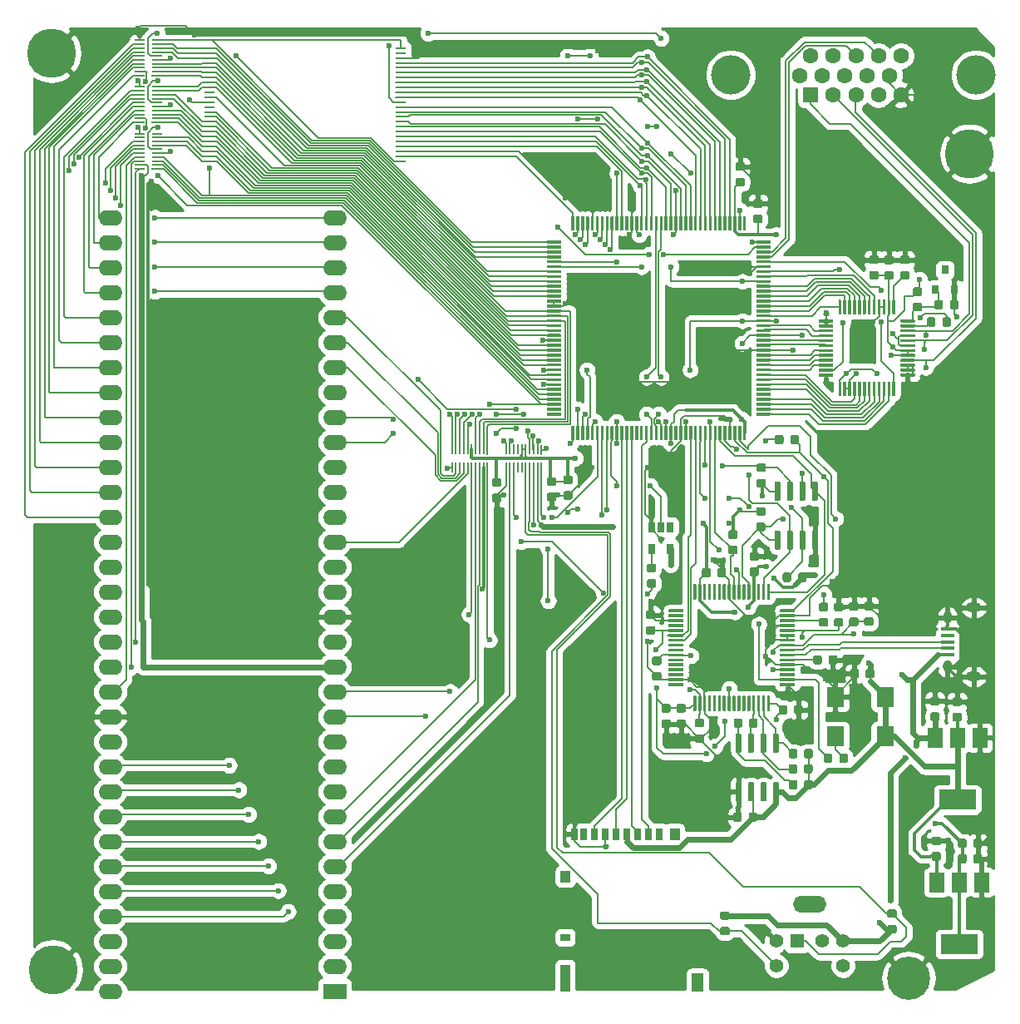
<source format=gbr>
G04 #@! TF.GenerationSoftware,KiCad,Pcbnew,(5.1.2)-1*
G04 #@! TF.CreationDate,2019-05-23T20:14:08-05:00*
G04 #@! TF.ProjectId,m68k,6d36386b-2e6b-4696-9361-645f70636258,rev?*
G04 #@! TF.SameCoordinates,Original*
G04 #@! TF.FileFunction,Copper,L1,Top*
G04 #@! TF.FilePolarity,Positive*
%FSLAX46Y46*%
G04 Gerber Fmt 4.6, Leading zero omitted, Abs format (unit mm)*
G04 Created by KiCad (PCBNEW (5.1.2)-1) date 2019-05-23 20:14:08*
%MOMM*%
%LPD*%
G04 APERTURE LIST*
%ADD10R,2.400000X1.600000*%
%ADD11O,2.400000X1.600000*%
%ADD12C,5.000000*%
%ADD13C,0.050000*%
%ADD14C,0.875000*%
%ADD15R,0.700000X1.200000*%
%ADD16R,1.000000X1.200000*%
%ADD17R,1.000000X0.800000*%
%ADD18R,1.000000X2.800000*%
%ADD19R,1.300000X1.900000*%
%ADD20C,0.300000*%
%ADD21C,1.408000*%
%ADD22R,1.408000X1.408000*%
%ADD23O,3.400000X1.700000*%
%ADD24O,1.550000X1.000000*%
%ADD25O,0.950000X1.250000*%
%ADD26R,1.350000X0.400000*%
%ADD27R,0.800000X0.900000*%
%ADD28R,1.600000X1.600000*%
%ADD29C,1.600000*%
%ADD30C,4.000000*%
%ADD31C,0.600000*%
%ADD32R,1.000000X0.200000*%
%ADD33R,1.100000X0.200000*%
%ADD34R,1.100000X0.250000*%
%ADD35R,0.200000X1.100000*%
%ADD36R,0.200000X1.000000*%
%ADD37R,0.650000X1.060000*%
%ADD38R,1.500000X2.000000*%
%ADD39R,3.800000X2.000000*%
%ADD40R,1.800000X2.000000*%
%ADD41C,4.400000*%
%ADD42C,0.200000*%
%ADD43C,0.127000*%
%ADD44C,0.300000*%
%ADD45C,0.500000*%
%ADD46C,0.600000*%
%ADD47C,0.254000*%
G04 APERTURE END LIST*
D10*
X52000000Y-118750000D03*
D11*
X29140000Y-40010000D03*
X52000000Y-116210000D03*
X29140000Y-42550000D03*
X52000000Y-113670000D03*
X29140000Y-45090000D03*
X52000000Y-111130000D03*
X29140000Y-47630000D03*
X52000000Y-108590000D03*
X29140000Y-50170000D03*
X52000000Y-106050000D03*
X29140000Y-52710000D03*
X52000000Y-103510000D03*
X29140000Y-55250000D03*
X52000000Y-100970000D03*
X29140000Y-57790000D03*
X52000000Y-98430000D03*
X29140000Y-60330000D03*
X52000000Y-95890000D03*
X29140000Y-62870000D03*
X52000000Y-93350000D03*
X29140000Y-65410000D03*
X52000000Y-90810000D03*
X29140000Y-67950000D03*
X52000000Y-88270000D03*
X29140000Y-70490000D03*
X52000000Y-85730000D03*
X29140000Y-73030000D03*
X52000000Y-83190000D03*
X29140000Y-75570000D03*
X52000000Y-80650000D03*
X29140000Y-78110000D03*
X52000000Y-78110000D03*
X29140000Y-80650000D03*
X52000000Y-75570000D03*
X29140000Y-83190000D03*
X52000000Y-73030000D03*
X29140000Y-85730000D03*
X52000000Y-70490000D03*
X29140000Y-88270000D03*
X52000000Y-67950000D03*
X29140000Y-90810000D03*
X52000000Y-65410000D03*
X29140000Y-93350000D03*
X52000000Y-62870000D03*
X29140000Y-95890000D03*
X52000000Y-60330000D03*
X29140000Y-98430000D03*
X52000000Y-57790000D03*
X29140000Y-100970000D03*
X52000000Y-55250000D03*
X29140000Y-103510000D03*
X52000000Y-52710000D03*
X29140000Y-106050000D03*
X52000000Y-50170000D03*
X29140000Y-108590000D03*
X52000000Y-47630000D03*
X29140000Y-111130000D03*
X52000000Y-45090000D03*
X29140000Y-113670000D03*
X52000000Y-42550000D03*
X29140000Y-116210000D03*
X52000000Y-40010000D03*
X29140000Y-118750000D03*
D12*
X23150000Y-23250000D03*
X23300000Y-116550000D03*
X116650000Y-33500000D03*
D13*
G36*
X99090191Y-62126053D02*
G01*
X99111426Y-62129203D01*
X99132250Y-62134419D01*
X99152462Y-62141651D01*
X99171868Y-62150830D01*
X99190281Y-62161866D01*
X99207524Y-62174654D01*
X99223430Y-62189070D01*
X99237846Y-62204976D01*
X99250634Y-62222219D01*
X99261670Y-62240632D01*
X99270849Y-62260038D01*
X99278081Y-62280250D01*
X99283297Y-62301074D01*
X99286447Y-62322309D01*
X99287500Y-62343750D01*
X99287500Y-62856250D01*
X99286447Y-62877691D01*
X99283297Y-62898926D01*
X99278081Y-62919750D01*
X99270849Y-62939962D01*
X99261670Y-62959368D01*
X99250634Y-62977781D01*
X99237846Y-62995024D01*
X99223430Y-63010930D01*
X99207524Y-63025346D01*
X99190281Y-63038134D01*
X99171868Y-63049170D01*
X99152462Y-63058349D01*
X99132250Y-63065581D01*
X99111426Y-63070797D01*
X99090191Y-63073947D01*
X99068750Y-63075000D01*
X98631250Y-63075000D01*
X98609809Y-63073947D01*
X98588574Y-63070797D01*
X98567750Y-63065581D01*
X98547538Y-63058349D01*
X98528132Y-63049170D01*
X98509719Y-63038134D01*
X98492476Y-63025346D01*
X98476570Y-63010930D01*
X98462154Y-62995024D01*
X98449366Y-62977781D01*
X98438330Y-62959368D01*
X98429151Y-62939962D01*
X98421919Y-62919750D01*
X98416703Y-62898926D01*
X98413553Y-62877691D01*
X98412500Y-62856250D01*
X98412500Y-62343750D01*
X98413553Y-62322309D01*
X98416703Y-62301074D01*
X98421919Y-62280250D01*
X98429151Y-62260038D01*
X98438330Y-62240632D01*
X98449366Y-62222219D01*
X98462154Y-62204976D01*
X98476570Y-62189070D01*
X98492476Y-62174654D01*
X98509719Y-62161866D01*
X98528132Y-62150830D01*
X98547538Y-62141651D01*
X98567750Y-62134419D01*
X98588574Y-62129203D01*
X98609809Y-62126053D01*
X98631250Y-62125000D01*
X99068750Y-62125000D01*
X99090191Y-62126053D01*
X99090191Y-62126053D01*
G37*
D14*
X98850000Y-62600000D03*
D13*
G36*
X97515191Y-62126053D02*
G01*
X97536426Y-62129203D01*
X97557250Y-62134419D01*
X97577462Y-62141651D01*
X97596868Y-62150830D01*
X97615281Y-62161866D01*
X97632524Y-62174654D01*
X97648430Y-62189070D01*
X97662846Y-62204976D01*
X97675634Y-62222219D01*
X97686670Y-62240632D01*
X97695849Y-62260038D01*
X97703081Y-62280250D01*
X97708297Y-62301074D01*
X97711447Y-62322309D01*
X97712500Y-62343750D01*
X97712500Y-62856250D01*
X97711447Y-62877691D01*
X97708297Y-62898926D01*
X97703081Y-62919750D01*
X97695849Y-62939962D01*
X97686670Y-62959368D01*
X97675634Y-62977781D01*
X97662846Y-62995024D01*
X97648430Y-63010930D01*
X97632524Y-63025346D01*
X97615281Y-63038134D01*
X97596868Y-63049170D01*
X97577462Y-63058349D01*
X97557250Y-63065581D01*
X97536426Y-63070797D01*
X97515191Y-63073947D01*
X97493750Y-63075000D01*
X97056250Y-63075000D01*
X97034809Y-63073947D01*
X97013574Y-63070797D01*
X96992750Y-63065581D01*
X96972538Y-63058349D01*
X96953132Y-63049170D01*
X96934719Y-63038134D01*
X96917476Y-63025346D01*
X96901570Y-63010930D01*
X96887154Y-62995024D01*
X96874366Y-62977781D01*
X96863330Y-62959368D01*
X96854151Y-62939962D01*
X96846919Y-62919750D01*
X96841703Y-62898926D01*
X96838553Y-62877691D01*
X96837500Y-62856250D01*
X96837500Y-62343750D01*
X96838553Y-62322309D01*
X96841703Y-62301074D01*
X96846919Y-62280250D01*
X96854151Y-62260038D01*
X96863330Y-62240632D01*
X96874366Y-62222219D01*
X96887154Y-62204976D01*
X96901570Y-62189070D01*
X96917476Y-62174654D01*
X96934719Y-62161866D01*
X96953132Y-62150830D01*
X96972538Y-62141651D01*
X96992750Y-62134419D01*
X97013574Y-62129203D01*
X97034809Y-62126053D01*
X97056250Y-62125000D01*
X97493750Y-62125000D01*
X97515191Y-62126053D01*
X97515191Y-62126053D01*
G37*
D14*
X97275000Y-62600000D03*
D15*
X76421000Y-102765000D03*
X77371000Y-102765000D03*
X85071000Y-102765000D03*
X83971000Y-102765000D03*
X82871000Y-102765000D03*
X81771000Y-102765000D03*
X80671000Y-102765000D03*
X79571000Y-102765000D03*
X78471000Y-102765000D03*
D16*
X86621000Y-102765000D03*
X75471000Y-107065000D03*
D17*
X75471000Y-113265000D03*
D18*
X75471000Y-117415000D03*
D19*
X88971000Y-117865000D03*
D13*
G36*
X95727691Y-66601053D02*
G01*
X95748926Y-66604203D01*
X95769750Y-66609419D01*
X95789962Y-66616651D01*
X95809368Y-66625830D01*
X95827781Y-66636866D01*
X95845024Y-66649654D01*
X95860930Y-66664070D01*
X95875346Y-66679976D01*
X95888134Y-66697219D01*
X95899170Y-66715632D01*
X95908349Y-66735038D01*
X95915581Y-66755250D01*
X95920797Y-66776074D01*
X95923947Y-66797309D01*
X95925000Y-66818750D01*
X95925000Y-67256250D01*
X95923947Y-67277691D01*
X95920797Y-67298926D01*
X95915581Y-67319750D01*
X95908349Y-67339962D01*
X95899170Y-67359368D01*
X95888134Y-67377781D01*
X95875346Y-67395024D01*
X95860930Y-67410930D01*
X95845024Y-67425346D01*
X95827781Y-67438134D01*
X95809368Y-67449170D01*
X95789962Y-67458349D01*
X95769750Y-67465581D01*
X95748926Y-67470797D01*
X95727691Y-67473947D01*
X95706250Y-67475000D01*
X95193750Y-67475000D01*
X95172309Y-67473947D01*
X95151074Y-67470797D01*
X95130250Y-67465581D01*
X95110038Y-67458349D01*
X95090632Y-67449170D01*
X95072219Y-67438134D01*
X95054976Y-67425346D01*
X95039070Y-67410930D01*
X95024654Y-67395024D01*
X95011866Y-67377781D01*
X95000830Y-67359368D01*
X94991651Y-67339962D01*
X94984419Y-67319750D01*
X94979203Y-67298926D01*
X94976053Y-67277691D01*
X94975000Y-67256250D01*
X94975000Y-66818750D01*
X94976053Y-66797309D01*
X94979203Y-66776074D01*
X94984419Y-66755250D01*
X94991651Y-66735038D01*
X95000830Y-66715632D01*
X95011866Y-66697219D01*
X95024654Y-66679976D01*
X95039070Y-66664070D01*
X95054976Y-66649654D01*
X95072219Y-66636866D01*
X95090632Y-66625830D01*
X95110038Y-66616651D01*
X95130250Y-66609419D01*
X95151074Y-66604203D01*
X95172309Y-66601053D01*
X95193750Y-66600000D01*
X95706250Y-66600000D01*
X95727691Y-66601053D01*
X95727691Y-66601053D01*
G37*
D14*
X95450000Y-67037500D03*
D13*
G36*
X95727691Y-65026053D02*
G01*
X95748926Y-65029203D01*
X95769750Y-65034419D01*
X95789962Y-65041651D01*
X95809368Y-65050830D01*
X95827781Y-65061866D01*
X95845024Y-65074654D01*
X95860930Y-65089070D01*
X95875346Y-65104976D01*
X95888134Y-65122219D01*
X95899170Y-65140632D01*
X95908349Y-65160038D01*
X95915581Y-65180250D01*
X95920797Y-65201074D01*
X95923947Y-65222309D01*
X95925000Y-65243750D01*
X95925000Y-65681250D01*
X95923947Y-65702691D01*
X95920797Y-65723926D01*
X95915581Y-65744750D01*
X95908349Y-65764962D01*
X95899170Y-65784368D01*
X95888134Y-65802781D01*
X95875346Y-65820024D01*
X95860930Y-65835930D01*
X95845024Y-65850346D01*
X95827781Y-65863134D01*
X95809368Y-65874170D01*
X95789962Y-65883349D01*
X95769750Y-65890581D01*
X95748926Y-65895797D01*
X95727691Y-65898947D01*
X95706250Y-65900000D01*
X95193750Y-65900000D01*
X95172309Y-65898947D01*
X95151074Y-65895797D01*
X95130250Y-65890581D01*
X95110038Y-65883349D01*
X95090632Y-65874170D01*
X95072219Y-65863134D01*
X95054976Y-65850346D01*
X95039070Y-65835930D01*
X95024654Y-65820024D01*
X95011866Y-65802781D01*
X95000830Y-65784368D01*
X94991651Y-65764962D01*
X94984419Y-65744750D01*
X94979203Y-65723926D01*
X94976053Y-65702691D01*
X94975000Y-65681250D01*
X94975000Y-65243750D01*
X94976053Y-65222309D01*
X94979203Y-65201074D01*
X94984419Y-65180250D01*
X94991651Y-65160038D01*
X95000830Y-65140632D01*
X95011866Y-65122219D01*
X95024654Y-65104976D01*
X95039070Y-65089070D01*
X95054976Y-65074654D01*
X95072219Y-65061866D01*
X95090632Y-65050830D01*
X95110038Y-65041651D01*
X95130250Y-65034419D01*
X95151074Y-65029203D01*
X95172309Y-65026053D01*
X95193750Y-65025000D01*
X95706250Y-65025000D01*
X95727691Y-65026053D01*
X95727691Y-65026053D01*
G37*
D14*
X95450000Y-65462500D03*
D13*
G36*
X98812351Y-87372961D02*
G01*
X98819632Y-87374041D01*
X98826771Y-87375829D01*
X98833701Y-87378309D01*
X98840355Y-87381456D01*
X98846668Y-87385240D01*
X98852579Y-87389624D01*
X98858033Y-87394567D01*
X98862976Y-87400021D01*
X98867360Y-87405932D01*
X98871144Y-87412245D01*
X98874291Y-87418899D01*
X98876771Y-87425829D01*
X98878559Y-87432968D01*
X98879639Y-87440249D01*
X98880000Y-87447600D01*
X98880000Y-87597600D01*
X98879639Y-87604951D01*
X98878559Y-87612232D01*
X98876771Y-87619371D01*
X98874291Y-87626301D01*
X98871144Y-87632955D01*
X98867360Y-87639268D01*
X98862976Y-87645179D01*
X98858033Y-87650633D01*
X98852579Y-87655576D01*
X98846668Y-87659960D01*
X98840355Y-87663744D01*
X98833701Y-87666891D01*
X98826771Y-87669371D01*
X98819632Y-87671159D01*
X98812351Y-87672239D01*
X98805000Y-87672600D01*
X97405000Y-87672600D01*
X97397649Y-87672239D01*
X97390368Y-87671159D01*
X97383229Y-87669371D01*
X97376299Y-87666891D01*
X97369645Y-87663744D01*
X97363332Y-87659960D01*
X97357421Y-87655576D01*
X97351967Y-87650633D01*
X97347024Y-87645179D01*
X97342640Y-87639268D01*
X97338856Y-87632955D01*
X97335709Y-87626301D01*
X97333229Y-87619371D01*
X97331441Y-87612232D01*
X97330361Y-87604951D01*
X97330000Y-87597600D01*
X97330000Y-87447600D01*
X97330361Y-87440249D01*
X97331441Y-87432968D01*
X97333229Y-87425829D01*
X97335709Y-87418899D01*
X97338856Y-87412245D01*
X97342640Y-87405932D01*
X97347024Y-87400021D01*
X97351967Y-87394567D01*
X97357421Y-87389624D01*
X97363332Y-87385240D01*
X97369645Y-87381456D01*
X97376299Y-87378309D01*
X97383229Y-87375829D01*
X97390368Y-87374041D01*
X97397649Y-87372961D01*
X97405000Y-87372600D01*
X98805000Y-87372600D01*
X98812351Y-87372961D01*
X98812351Y-87372961D01*
G37*
D20*
X98105000Y-87522600D03*
D13*
G36*
X98812351Y-86872961D02*
G01*
X98819632Y-86874041D01*
X98826771Y-86875829D01*
X98833701Y-86878309D01*
X98840355Y-86881456D01*
X98846668Y-86885240D01*
X98852579Y-86889624D01*
X98858033Y-86894567D01*
X98862976Y-86900021D01*
X98867360Y-86905932D01*
X98871144Y-86912245D01*
X98874291Y-86918899D01*
X98876771Y-86925829D01*
X98878559Y-86932968D01*
X98879639Y-86940249D01*
X98880000Y-86947600D01*
X98880000Y-87097600D01*
X98879639Y-87104951D01*
X98878559Y-87112232D01*
X98876771Y-87119371D01*
X98874291Y-87126301D01*
X98871144Y-87132955D01*
X98867360Y-87139268D01*
X98862976Y-87145179D01*
X98858033Y-87150633D01*
X98852579Y-87155576D01*
X98846668Y-87159960D01*
X98840355Y-87163744D01*
X98833701Y-87166891D01*
X98826771Y-87169371D01*
X98819632Y-87171159D01*
X98812351Y-87172239D01*
X98805000Y-87172600D01*
X97405000Y-87172600D01*
X97397649Y-87172239D01*
X97390368Y-87171159D01*
X97383229Y-87169371D01*
X97376299Y-87166891D01*
X97369645Y-87163744D01*
X97363332Y-87159960D01*
X97357421Y-87155576D01*
X97351967Y-87150633D01*
X97347024Y-87145179D01*
X97342640Y-87139268D01*
X97338856Y-87132955D01*
X97335709Y-87126301D01*
X97333229Y-87119371D01*
X97331441Y-87112232D01*
X97330361Y-87104951D01*
X97330000Y-87097600D01*
X97330000Y-86947600D01*
X97330361Y-86940249D01*
X97331441Y-86932968D01*
X97333229Y-86925829D01*
X97335709Y-86918899D01*
X97338856Y-86912245D01*
X97342640Y-86905932D01*
X97347024Y-86900021D01*
X97351967Y-86894567D01*
X97357421Y-86889624D01*
X97363332Y-86885240D01*
X97369645Y-86881456D01*
X97376299Y-86878309D01*
X97383229Y-86875829D01*
X97390368Y-86874041D01*
X97397649Y-86872961D01*
X97405000Y-86872600D01*
X98805000Y-86872600D01*
X98812351Y-86872961D01*
X98812351Y-86872961D01*
G37*
D20*
X98105000Y-87022600D03*
D13*
G36*
X98812351Y-86372961D02*
G01*
X98819632Y-86374041D01*
X98826771Y-86375829D01*
X98833701Y-86378309D01*
X98840355Y-86381456D01*
X98846668Y-86385240D01*
X98852579Y-86389624D01*
X98858033Y-86394567D01*
X98862976Y-86400021D01*
X98867360Y-86405932D01*
X98871144Y-86412245D01*
X98874291Y-86418899D01*
X98876771Y-86425829D01*
X98878559Y-86432968D01*
X98879639Y-86440249D01*
X98880000Y-86447600D01*
X98880000Y-86597600D01*
X98879639Y-86604951D01*
X98878559Y-86612232D01*
X98876771Y-86619371D01*
X98874291Y-86626301D01*
X98871144Y-86632955D01*
X98867360Y-86639268D01*
X98862976Y-86645179D01*
X98858033Y-86650633D01*
X98852579Y-86655576D01*
X98846668Y-86659960D01*
X98840355Y-86663744D01*
X98833701Y-86666891D01*
X98826771Y-86669371D01*
X98819632Y-86671159D01*
X98812351Y-86672239D01*
X98805000Y-86672600D01*
X97405000Y-86672600D01*
X97397649Y-86672239D01*
X97390368Y-86671159D01*
X97383229Y-86669371D01*
X97376299Y-86666891D01*
X97369645Y-86663744D01*
X97363332Y-86659960D01*
X97357421Y-86655576D01*
X97351967Y-86650633D01*
X97347024Y-86645179D01*
X97342640Y-86639268D01*
X97338856Y-86632955D01*
X97335709Y-86626301D01*
X97333229Y-86619371D01*
X97331441Y-86612232D01*
X97330361Y-86604951D01*
X97330000Y-86597600D01*
X97330000Y-86447600D01*
X97330361Y-86440249D01*
X97331441Y-86432968D01*
X97333229Y-86425829D01*
X97335709Y-86418899D01*
X97338856Y-86412245D01*
X97342640Y-86405932D01*
X97347024Y-86400021D01*
X97351967Y-86394567D01*
X97357421Y-86389624D01*
X97363332Y-86385240D01*
X97369645Y-86381456D01*
X97376299Y-86378309D01*
X97383229Y-86375829D01*
X97390368Y-86374041D01*
X97397649Y-86372961D01*
X97405000Y-86372600D01*
X98805000Y-86372600D01*
X98812351Y-86372961D01*
X98812351Y-86372961D01*
G37*
D20*
X98105000Y-86522600D03*
D13*
G36*
X98812351Y-85872961D02*
G01*
X98819632Y-85874041D01*
X98826771Y-85875829D01*
X98833701Y-85878309D01*
X98840355Y-85881456D01*
X98846668Y-85885240D01*
X98852579Y-85889624D01*
X98858033Y-85894567D01*
X98862976Y-85900021D01*
X98867360Y-85905932D01*
X98871144Y-85912245D01*
X98874291Y-85918899D01*
X98876771Y-85925829D01*
X98878559Y-85932968D01*
X98879639Y-85940249D01*
X98880000Y-85947600D01*
X98880000Y-86097600D01*
X98879639Y-86104951D01*
X98878559Y-86112232D01*
X98876771Y-86119371D01*
X98874291Y-86126301D01*
X98871144Y-86132955D01*
X98867360Y-86139268D01*
X98862976Y-86145179D01*
X98858033Y-86150633D01*
X98852579Y-86155576D01*
X98846668Y-86159960D01*
X98840355Y-86163744D01*
X98833701Y-86166891D01*
X98826771Y-86169371D01*
X98819632Y-86171159D01*
X98812351Y-86172239D01*
X98805000Y-86172600D01*
X97405000Y-86172600D01*
X97397649Y-86172239D01*
X97390368Y-86171159D01*
X97383229Y-86169371D01*
X97376299Y-86166891D01*
X97369645Y-86163744D01*
X97363332Y-86159960D01*
X97357421Y-86155576D01*
X97351967Y-86150633D01*
X97347024Y-86145179D01*
X97342640Y-86139268D01*
X97338856Y-86132955D01*
X97335709Y-86126301D01*
X97333229Y-86119371D01*
X97331441Y-86112232D01*
X97330361Y-86104951D01*
X97330000Y-86097600D01*
X97330000Y-85947600D01*
X97330361Y-85940249D01*
X97331441Y-85932968D01*
X97333229Y-85925829D01*
X97335709Y-85918899D01*
X97338856Y-85912245D01*
X97342640Y-85905932D01*
X97347024Y-85900021D01*
X97351967Y-85894567D01*
X97357421Y-85889624D01*
X97363332Y-85885240D01*
X97369645Y-85881456D01*
X97376299Y-85878309D01*
X97383229Y-85875829D01*
X97390368Y-85874041D01*
X97397649Y-85872961D01*
X97405000Y-85872600D01*
X98805000Y-85872600D01*
X98812351Y-85872961D01*
X98812351Y-85872961D01*
G37*
D20*
X98105000Y-86022600D03*
D13*
G36*
X98812351Y-85372961D02*
G01*
X98819632Y-85374041D01*
X98826771Y-85375829D01*
X98833701Y-85378309D01*
X98840355Y-85381456D01*
X98846668Y-85385240D01*
X98852579Y-85389624D01*
X98858033Y-85394567D01*
X98862976Y-85400021D01*
X98867360Y-85405932D01*
X98871144Y-85412245D01*
X98874291Y-85418899D01*
X98876771Y-85425829D01*
X98878559Y-85432968D01*
X98879639Y-85440249D01*
X98880000Y-85447600D01*
X98880000Y-85597600D01*
X98879639Y-85604951D01*
X98878559Y-85612232D01*
X98876771Y-85619371D01*
X98874291Y-85626301D01*
X98871144Y-85632955D01*
X98867360Y-85639268D01*
X98862976Y-85645179D01*
X98858033Y-85650633D01*
X98852579Y-85655576D01*
X98846668Y-85659960D01*
X98840355Y-85663744D01*
X98833701Y-85666891D01*
X98826771Y-85669371D01*
X98819632Y-85671159D01*
X98812351Y-85672239D01*
X98805000Y-85672600D01*
X97405000Y-85672600D01*
X97397649Y-85672239D01*
X97390368Y-85671159D01*
X97383229Y-85669371D01*
X97376299Y-85666891D01*
X97369645Y-85663744D01*
X97363332Y-85659960D01*
X97357421Y-85655576D01*
X97351967Y-85650633D01*
X97347024Y-85645179D01*
X97342640Y-85639268D01*
X97338856Y-85632955D01*
X97335709Y-85626301D01*
X97333229Y-85619371D01*
X97331441Y-85612232D01*
X97330361Y-85604951D01*
X97330000Y-85597600D01*
X97330000Y-85447600D01*
X97330361Y-85440249D01*
X97331441Y-85432968D01*
X97333229Y-85425829D01*
X97335709Y-85418899D01*
X97338856Y-85412245D01*
X97342640Y-85405932D01*
X97347024Y-85400021D01*
X97351967Y-85394567D01*
X97357421Y-85389624D01*
X97363332Y-85385240D01*
X97369645Y-85381456D01*
X97376299Y-85378309D01*
X97383229Y-85375829D01*
X97390368Y-85374041D01*
X97397649Y-85372961D01*
X97405000Y-85372600D01*
X98805000Y-85372600D01*
X98812351Y-85372961D01*
X98812351Y-85372961D01*
G37*
D20*
X98105000Y-85522600D03*
D13*
G36*
X98812351Y-84872961D02*
G01*
X98819632Y-84874041D01*
X98826771Y-84875829D01*
X98833701Y-84878309D01*
X98840355Y-84881456D01*
X98846668Y-84885240D01*
X98852579Y-84889624D01*
X98858033Y-84894567D01*
X98862976Y-84900021D01*
X98867360Y-84905932D01*
X98871144Y-84912245D01*
X98874291Y-84918899D01*
X98876771Y-84925829D01*
X98878559Y-84932968D01*
X98879639Y-84940249D01*
X98880000Y-84947600D01*
X98880000Y-85097600D01*
X98879639Y-85104951D01*
X98878559Y-85112232D01*
X98876771Y-85119371D01*
X98874291Y-85126301D01*
X98871144Y-85132955D01*
X98867360Y-85139268D01*
X98862976Y-85145179D01*
X98858033Y-85150633D01*
X98852579Y-85155576D01*
X98846668Y-85159960D01*
X98840355Y-85163744D01*
X98833701Y-85166891D01*
X98826771Y-85169371D01*
X98819632Y-85171159D01*
X98812351Y-85172239D01*
X98805000Y-85172600D01*
X97405000Y-85172600D01*
X97397649Y-85172239D01*
X97390368Y-85171159D01*
X97383229Y-85169371D01*
X97376299Y-85166891D01*
X97369645Y-85163744D01*
X97363332Y-85159960D01*
X97357421Y-85155576D01*
X97351967Y-85150633D01*
X97347024Y-85145179D01*
X97342640Y-85139268D01*
X97338856Y-85132955D01*
X97335709Y-85126301D01*
X97333229Y-85119371D01*
X97331441Y-85112232D01*
X97330361Y-85104951D01*
X97330000Y-85097600D01*
X97330000Y-84947600D01*
X97330361Y-84940249D01*
X97331441Y-84932968D01*
X97333229Y-84925829D01*
X97335709Y-84918899D01*
X97338856Y-84912245D01*
X97342640Y-84905932D01*
X97347024Y-84900021D01*
X97351967Y-84894567D01*
X97357421Y-84889624D01*
X97363332Y-84885240D01*
X97369645Y-84881456D01*
X97376299Y-84878309D01*
X97383229Y-84875829D01*
X97390368Y-84874041D01*
X97397649Y-84872961D01*
X97405000Y-84872600D01*
X98805000Y-84872600D01*
X98812351Y-84872961D01*
X98812351Y-84872961D01*
G37*
D20*
X98105000Y-85022600D03*
D13*
G36*
X98812351Y-84372961D02*
G01*
X98819632Y-84374041D01*
X98826771Y-84375829D01*
X98833701Y-84378309D01*
X98840355Y-84381456D01*
X98846668Y-84385240D01*
X98852579Y-84389624D01*
X98858033Y-84394567D01*
X98862976Y-84400021D01*
X98867360Y-84405932D01*
X98871144Y-84412245D01*
X98874291Y-84418899D01*
X98876771Y-84425829D01*
X98878559Y-84432968D01*
X98879639Y-84440249D01*
X98880000Y-84447600D01*
X98880000Y-84597600D01*
X98879639Y-84604951D01*
X98878559Y-84612232D01*
X98876771Y-84619371D01*
X98874291Y-84626301D01*
X98871144Y-84632955D01*
X98867360Y-84639268D01*
X98862976Y-84645179D01*
X98858033Y-84650633D01*
X98852579Y-84655576D01*
X98846668Y-84659960D01*
X98840355Y-84663744D01*
X98833701Y-84666891D01*
X98826771Y-84669371D01*
X98819632Y-84671159D01*
X98812351Y-84672239D01*
X98805000Y-84672600D01*
X97405000Y-84672600D01*
X97397649Y-84672239D01*
X97390368Y-84671159D01*
X97383229Y-84669371D01*
X97376299Y-84666891D01*
X97369645Y-84663744D01*
X97363332Y-84659960D01*
X97357421Y-84655576D01*
X97351967Y-84650633D01*
X97347024Y-84645179D01*
X97342640Y-84639268D01*
X97338856Y-84632955D01*
X97335709Y-84626301D01*
X97333229Y-84619371D01*
X97331441Y-84612232D01*
X97330361Y-84604951D01*
X97330000Y-84597600D01*
X97330000Y-84447600D01*
X97330361Y-84440249D01*
X97331441Y-84432968D01*
X97333229Y-84425829D01*
X97335709Y-84418899D01*
X97338856Y-84412245D01*
X97342640Y-84405932D01*
X97347024Y-84400021D01*
X97351967Y-84394567D01*
X97357421Y-84389624D01*
X97363332Y-84385240D01*
X97369645Y-84381456D01*
X97376299Y-84378309D01*
X97383229Y-84375829D01*
X97390368Y-84374041D01*
X97397649Y-84372961D01*
X97405000Y-84372600D01*
X98805000Y-84372600D01*
X98812351Y-84372961D01*
X98812351Y-84372961D01*
G37*
D20*
X98105000Y-84522600D03*
D13*
G36*
X98812351Y-83872961D02*
G01*
X98819632Y-83874041D01*
X98826771Y-83875829D01*
X98833701Y-83878309D01*
X98840355Y-83881456D01*
X98846668Y-83885240D01*
X98852579Y-83889624D01*
X98858033Y-83894567D01*
X98862976Y-83900021D01*
X98867360Y-83905932D01*
X98871144Y-83912245D01*
X98874291Y-83918899D01*
X98876771Y-83925829D01*
X98878559Y-83932968D01*
X98879639Y-83940249D01*
X98880000Y-83947600D01*
X98880000Y-84097600D01*
X98879639Y-84104951D01*
X98878559Y-84112232D01*
X98876771Y-84119371D01*
X98874291Y-84126301D01*
X98871144Y-84132955D01*
X98867360Y-84139268D01*
X98862976Y-84145179D01*
X98858033Y-84150633D01*
X98852579Y-84155576D01*
X98846668Y-84159960D01*
X98840355Y-84163744D01*
X98833701Y-84166891D01*
X98826771Y-84169371D01*
X98819632Y-84171159D01*
X98812351Y-84172239D01*
X98805000Y-84172600D01*
X97405000Y-84172600D01*
X97397649Y-84172239D01*
X97390368Y-84171159D01*
X97383229Y-84169371D01*
X97376299Y-84166891D01*
X97369645Y-84163744D01*
X97363332Y-84159960D01*
X97357421Y-84155576D01*
X97351967Y-84150633D01*
X97347024Y-84145179D01*
X97342640Y-84139268D01*
X97338856Y-84132955D01*
X97335709Y-84126301D01*
X97333229Y-84119371D01*
X97331441Y-84112232D01*
X97330361Y-84104951D01*
X97330000Y-84097600D01*
X97330000Y-83947600D01*
X97330361Y-83940249D01*
X97331441Y-83932968D01*
X97333229Y-83925829D01*
X97335709Y-83918899D01*
X97338856Y-83912245D01*
X97342640Y-83905932D01*
X97347024Y-83900021D01*
X97351967Y-83894567D01*
X97357421Y-83889624D01*
X97363332Y-83885240D01*
X97369645Y-83881456D01*
X97376299Y-83878309D01*
X97383229Y-83875829D01*
X97390368Y-83874041D01*
X97397649Y-83872961D01*
X97405000Y-83872600D01*
X98805000Y-83872600D01*
X98812351Y-83872961D01*
X98812351Y-83872961D01*
G37*
D20*
X98105000Y-84022600D03*
D13*
G36*
X98812351Y-83372961D02*
G01*
X98819632Y-83374041D01*
X98826771Y-83375829D01*
X98833701Y-83378309D01*
X98840355Y-83381456D01*
X98846668Y-83385240D01*
X98852579Y-83389624D01*
X98858033Y-83394567D01*
X98862976Y-83400021D01*
X98867360Y-83405932D01*
X98871144Y-83412245D01*
X98874291Y-83418899D01*
X98876771Y-83425829D01*
X98878559Y-83432968D01*
X98879639Y-83440249D01*
X98880000Y-83447600D01*
X98880000Y-83597600D01*
X98879639Y-83604951D01*
X98878559Y-83612232D01*
X98876771Y-83619371D01*
X98874291Y-83626301D01*
X98871144Y-83632955D01*
X98867360Y-83639268D01*
X98862976Y-83645179D01*
X98858033Y-83650633D01*
X98852579Y-83655576D01*
X98846668Y-83659960D01*
X98840355Y-83663744D01*
X98833701Y-83666891D01*
X98826771Y-83669371D01*
X98819632Y-83671159D01*
X98812351Y-83672239D01*
X98805000Y-83672600D01*
X97405000Y-83672600D01*
X97397649Y-83672239D01*
X97390368Y-83671159D01*
X97383229Y-83669371D01*
X97376299Y-83666891D01*
X97369645Y-83663744D01*
X97363332Y-83659960D01*
X97357421Y-83655576D01*
X97351967Y-83650633D01*
X97347024Y-83645179D01*
X97342640Y-83639268D01*
X97338856Y-83632955D01*
X97335709Y-83626301D01*
X97333229Y-83619371D01*
X97331441Y-83612232D01*
X97330361Y-83604951D01*
X97330000Y-83597600D01*
X97330000Y-83447600D01*
X97330361Y-83440249D01*
X97331441Y-83432968D01*
X97333229Y-83425829D01*
X97335709Y-83418899D01*
X97338856Y-83412245D01*
X97342640Y-83405932D01*
X97347024Y-83400021D01*
X97351967Y-83394567D01*
X97357421Y-83389624D01*
X97363332Y-83385240D01*
X97369645Y-83381456D01*
X97376299Y-83378309D01*
X97383229Y-83375829D01*
X97390368Y-83374041D01*
X97397649Y-83372961D01*
X97405000Y-83372600D01*
X98805000Y-83372600D01*
X98812351Y-83372961D01*
X98812351Y-83372961D01*
G37*
D20*
X98105000Y-83522600D03*
D13*
G36*
X98812351Y-82872961D02*
G01*
X98819632Y-82874041D01*
X98826771Y-82875829D01*
X98833701Y-82878309D01*
X98840355Y-82881456D01*
X98846668Y-82885240D01*
X98852579Y-82889624D01*
X98858033Y-82894567D01*
X98862976Y-82900021D01*
X98867360Y-82905932D01*
X98871144Y-82912245D01*
X98874291Y-82918899D01*
X98876771Y-82925829D01*
X98878559Y-82932968D01*
X98879639Y-82940249D01*
X98880000Y-82947600D01*
X98880000Y-83097600D01*
X98879639Y-83104951D01*
X98878559Y-83112232D01*
X98876771Y-83119371D01*
X98874291Y-83126301D01*
X98871144Y-83132955D01*
X98867360Y-83139268D01*
X98862976Y-83145179D01*
X98858033Y-83150633D01*
X98852579Y-83155576D01*
X98846668Y-83159960D01*
X98840355Y-83163744D01*
X98833701Y-83166891D01*
X98826771Y-83169371D01*
X98819632Y-83171159D01*
X98812351Y-83172239D01*
X98805000Y-83172600D01*
X97405000Y-83172600D01*
X97397649Y-83172239D01*
X97390368Y-83171159D01*
X97383229Y-83169371D01*
X97376299Y-83166891D01*
X97369645Y-83163744D01*
X97363332Y-83159960D01*
X97357421Y-83155576D01*
X97351967Y-83150633D01*
X97347024Y-83145179D01*
X97342640Y-83139268D01*
X97338856Y-83132955D01*
X97335709Y-83126301D01*
X97333229Y-83119371D01*
X97331441Y-83112232D01*
X97330361Y-83104951D01*
X97330000Y-83097600D01*
X97330000Y-82947600D01*
X97330361Y-82940249D01*
X97331441Y-82932968D01*
X97333229Y-82925829D01*
X97335709Y-82918899D01*
X97338856Y-82912245D01*
X97342640Y-82905932D01*
X97347024Y-82900021D01*
X97351967Y-82894567D01*
X97357421Y-82889624D01*
X97363332Y-82885240D01*
X97369645Y-82881456D01*
X97376299Y-82878309D01*
X97383229Y-82875829D01*
X97390368Y-82874041D01*
X97397649Y-82872961D01*
X97405000Y-82872600D01*
X98805000Y-82872600D01*
X98812351Y-82872961D01*
X98812351Y-82872961D01*
G37*
D20*
X98105000Y-83022600D03*
D13*
G36*
X98812351Y-82372961D02*
G01*
X98819632Y-82374041D01*
X98826771Y-82375829D01*
X98833701Y-82378309D01*
X98840355Y-82381456D01*
X98846668Y-82385240D01*
X98852579Y-82389624D01*
X98858033Y-82394567D01*
X98862976Y-82400021D01*
X98867360Y-82405932D01*
X98871144Y-82412245D01*
X98874291Y-82418899D01*
X98876771Y-82425829D01*
X98878559Y-82432968D01*
X98879639Y-82440249D01*
X98880000Y-82447600D01*
X98880000Y-82597600D01*
X98879639Y-82604951D01*
X98878559Y-82612232D01*
X98876771Y-82619371D01*
X98874291Y-82626301D01*
X98871144Y-82632955D01*
X98867360Y-82639268D01*
X98862976Y-82645179D01*
X98858033Y-82650633D01*
X98852579Y-82655576D01*
X98846668Y-82659960D01*
X98840355Y-82663744D01*
X98833701Y-82666891D01*
X98826771Y-82669371D01*
X98819632Y-82671159D01*
X98812351Y-82672239D01*
X98805000Y-82672600D01*
X97405000Y-82672600D01*
X97397649Y-82672239D01*
X97390368Y-82671159D01*
X97383229Y-82669371D01*
X97376299Y-82666891D01*
X97369645Y-82663744D01*
X97363332Y-82659960D01*
X97357421Y-82655576D01*
X97351967Y-82650633D01*
X97347024Y-82645179D01*
X97342640Y-82639268D01*
X97338856Y-82632955D01*
X97335709Y-82626301D01*
X97333229Y-82619371D01*
X97331441Y-82612232D01*
X97330361Y-82604951D01*
X97330000Y-82597600D01*
X97330000Y-82447600D01*
X97330361Y-82440249D01*
X97331441Y-82432968D01*
X97333229Y-82425829D01*
X97335709Y-82418899D01*
X97338856Y-82412245D01*
X97342640Y-82405932D01*
X97347024Y-82400021D01*
X97351967Y-82394567D01*
X97357421Y-82389624D01*
X97363332Y-82385240D01*
X97369645Y-82381456D01*
X97376299Y-82378309D01*
X97383229Y-82375829D01*
X97390368Y-82374041D01*
X97397649Y-82372961D01*
X97405000Y-82372600D01*
X98805000Y-82372600D01*
X98812351Y-82372961D01*
X98812351Y-82372961D01*
G37*
D20*
X98105000Y-82522600D03*
D13*
G36*
X98812351Y-81872961D02*
G01*
X98819632Y-81874041D01*
X98826771Y-81875829D01*
X98833701Y-81878309D01*
X98840355Y-81881456D01*
X98846668Y-81885240D01*
X98852579Y-81889624D01*
X98858033Y-81894567D01*
X98862976Y-81900021D01*
X98867360Y-81905932D01*
X98871144Y-81912245D01*
X98874291Y-81918899D01*
X98876771Y-81925829D01*
X98878559Y-81932968D01*
X98879639Y-81940249D01*
X98880000Y-81947600D01*
X98880000Y-82097600D01*
X98879639Y-82104951D01*
X98878559Y-82112232D01*
X98876771Y-82119371D01*
X98874291Y-82126301D01*
X98871144Y-82132955D01*
X98867360Y-82139268D01*
X98862976Y-82145179D01*
X98858033Y-82150633D01*
X98852579Y-82155576D01*
X98846668Y-82159960D01*
X98840355Y-82163744D01*
X98833701Y-82166891D01*
X98826771Y-82169371D01*
X98819632Y-82171159D01*
X98812351Y-82172239D01*
X98805000Y-82172600D01*
X97405000Y-82172600D01*
X97397649Y-82172239D01*
X97390368Y-82171159D01*
X97383229Y-82169371D01*
X97376299Y-82166891D01*
X97369645Y-82163744D01*
X97363332Y-82159960D01*
X97357421Y-82155576D01*
X97351967Y-82150633D01*
X97347024Y-82145179D01*
X97342640Y-82139268D01*
X97338856Y-82132955D01*
X97335709Y-82126301D01*
X97333229Y-82119371D01*
X97331441Y-82112232D01*
X97330361Y-82104951D01*
X97330000Y-82097600D01*
X97330000Y-81947600D01*
X97330361Y-81940249D01*
X97331441Y-81932968D01*
X97333229Y-81925829D01*
X97335709Y-81918899D01*
X97338856Y-81912245D01*
X97342640Y-81905932D01*
X97347024Y-81900021D01*
X97351967Y-81894567D01*
X97357421Y-81889624D01*
X97363332Y-81885240D01*
X97369645Y-81881456D01*
X97376299Y-81878309D01*
X97383229Y-81875829D01*
X97390368Y-81874041D01*
X97397649Y-81872961D01*
X97405000Y-81872600D01*
X98805000Y-81872600D01*
X98812351Y-81872961D01*
X98812351Y-81872961D01*
G37*
D20*
X98105000Y-82022600D03*
D13*
G36*
X98812351Y-81372961D02*
G01*
X98819632Y-81374041D01*
X98826771Y-81375829D01*
X98833701Y-81378309D01*
X98840355Y-81381456D01*
X98846668Y-81385240D01*
X98852579Y-81389624D01*
X98858033Y-81394567D01*
X98862976Y-81400021D01*
X98867360Y-81405932D01*
X98871144Y-81412245D01*
X98874291Y-81418899D01*
X98876771Y-81425829D01*
X98878559Y-81432968D01*
X98879639Y-81440249D01*
X98880000Y-81447600D01*
X98880000Y-81597600D01*
X98879639Y-81604951D01*
X98878559Y-81612232D01*
X98876771Y-81619371D01*
X98874291Y-81626301D01*
X98871144Y-81632955D01*
X98867360Y-81639268D01*
X98862976Y-81645179D01*
X98858033Y-81650633D01*
X98852579Y-81655576D01*
X98846668Y-81659960D01*
X98840355Y-81663744D01*
X98833701Y-81666891D01*
X98826771Y-81669371D01*
X98819632Y-81671159D01*
X98812351Y-81672239D01*
X98805000Y-81672600D01*
X97405000Y-81672600D01*
X97397649Y-81672239D01*
X97390368Y-81671159D01*
X97383229Y-81669371D01*
X97376299Y-81666891D01*
X97369645Y-81663744D01*
X97363332Y-81659960D01*
X97357421Y-81655576D01*
X97351967Y-81650633D01*
X97347024Y-81645179D01*
X97342640Y-81639268D01*
X97338856Y-81632955D01*
X97335709Y-81626301D01*
X97333229Y-81619371D01*
X97331441Y-81612232D01*
X97330361Y-81604951D01*
X97330000Y-81597600D01*
X97330000Y-81447600D01*
X97330361Y-81440249D01*
X97331441Y-81432968D01*
X97333229Y-81425829D01*
X97335709Y-81418899D01*
X97338856Y-81412245D01*
X97342640Y-81405932D01*
X97347024Y-81400021D01*
X97351967Y-81394567D01*
X97357421Y-81389624D01*
X97363332Y-81385240D01*
X97369645Y-81381456D01*
X97376299Y-81378309D01*
X97383229Y-81375829D01*
X97390368Y-81374041D01*
X97397649Y-81372961D01*
X97405000Y-81372600D01*
X98805000Y-81372600D01*
X98812351Y-81372961D01*
X98812351Y-81372961D01*
G37*
D20*
X98105000Y-81522600D03*
D13*
G36*
X98812351Y-80872961D02*
G01*
X98819632Y-80874041D01*
X98826771Y-80875829D01*
X98833701Y-80878309D01*
X98840355Y-80881456D01*
X98846668Y-80885240D01*
X98852579Y-80889624D01*
X98858033Y-80894567D01*
X98862976Y-80900021D01*
X98867360Y-80905932D01*
X98871144Y-80912245D01*
X98874291Y-80918899D01*
X98876771Y-80925829D01*
X98878559Y-80932968D01*
X98879639Y-80940249D01*
X98880000Y-80947600D01*
X98880000Y-81097600D01*
X98879639Y-81104951D01*
X98878559Y-81112232D01*
X98876771Y-81119371D01*
X98874291Y-81126301D01*
X98871144Y-81132955D01*
X98867360Y-81139268D01*
X98862976Y-81145179D01*
X98858033Y-81150633D01*
X98852579Y-81155576D01*
X98846668Y-81159960D01*
X98840355Y-81163744D01*
X98833701Y-81166891D01*
X98826771Y-81169371D01*
X98819632Y-81171159D01*
X98812351Y-81172239D01*
X98805000Y-81172600D01*
X97405000Y-81172600D01*
X97397649Y-81172239D01*
X97390368Y-81171159D01*
X97383229Y-81169371D01*
X97376299Y-81166891D01*
X97369645Y-81163744D01*
X97363332Y-81159960D01*
X97357421Y-81155576D01*
X97351967Y-81150633D01*
X97347024Y-81145179D01*
X97342640Y-81139268D01*
X97338856Y-81132955D01*
X97335709Y-81126301D01*
X97333229Y-81119371D01*
X97331441Y-81112232D01*
X97330361Y-81104951D01*
X97330000Y-81097600D01*
X97330000Y-80947600D01*
X97330361Y-80940249D01*
X97331441Y-80932968D01*
X97333229Y-80925829D01*
X97335709Y-80918899D01*
X97338856Y-80912245D01*
X97342640Y-80905932D01*
X97347024Y-80900021D01*
X97351967Y-80894567D01*
X97357421Y-80889624D01*
X97363332Y-80885240D01*
X97369645Y-80881456D01*
X97376299Y-80878309D01*
X97383229Y-80875829D01*
X97390368Y-80874041D01*
X97397649Y-80872961D01*
X97405000Y-80872600D01*
X98805000Y-80872600D01*
X98812351Y-80872961D01*
X98812351Y-80872961D01*
G37*
D20*
X98105000Y-81022600D03*
D13*
G36*
X98812351Y-80372961D02*
G01*
X98819632Y-80374041D01*
X98826771Y-80375829D01*
X98833701Y-80378309D01*
X98840355Y-80381456D01*
X98846668Y-80385240D01*
X98852579Y-80389624D01*
X98858033Y-80394567D01*
X98862976Y-80400021D01*
X98867360Y-80405932D01*
X98871144Y-80412245D01*
X98874291Y-80418899D01*
X98876771Y-80425829D01*
X98878559Y-80432968D01*
X98879639Y-80440249D01*
X98880000Y-80447600D01*
X98880000Y-80597600D01*
X98879639Y-80604951D01*
X98878559Y-80612232D01*
X98876771Y-80619371D01*
X98874291Y-80626301D01*
X98871144Y-80632955D01*
X98867360Y-80639268D01*
X98862976Y-80645179D01*
X98858033Y-80650633D01*
X98852579Y-80655576D01*
X98846668Y-80659960D01*
X98840355Y-80663744D01*
X98833701Y-80666891D01*
X98826771Y-80669371D01*
X98819632Y-80671159D01*
X98812351Y-80672239D01*
X98805000Y-80672600D01*
X97405000Y-80672600D01*
X97397649Y-80672239D01*
X97390368Y-80671159D01*
X97383229Y-80669371D01*
X97376299Y-80666891D01*
X97369645Y-80663744D01*
X97363332Y-80659960D01*
X97357421Y-80655576D01*
X97351967Y-80650633D01*
X97347024Y-80645179D01*
X97342640Y-80639268D01*
X97338856Y-80632955D01*
X97335709Y-80626301D01*
X97333229Y-80619371D01*
X97331441Y-80612232D01*
X97330361Y-80604951D01*
X97330000Y-80597600D01*
X97330000Y-80447600D01*
X97330361Y-80440249D01*
X97331441Y-80432968D01*
X97333229Y-80425829D01*
X97335709Y-80418899D01*
X97338856Y-80412245D01*
X97342640Y-80405932D01*
X97347024Y-80400021D01*
X97351967Y-80394567D01*
X97357421Y-80389624D01*
X97363332Y-80385240D01*
X97369645Y-80381456D01*
X97376299Y-80378309D01*
X97383229Y-80375829D01*
X97390368Y-80374041D01*
X97397649Y-80372961D01*
X97405000Y-80372600D01*
X98805000Y-80372600D01*
X98812351Y-80372961D01*
X98812351Y-80372961D01*
G37*
D20*
X98105000Y-80522600D03*
D13*
G36*
X98812351Y-79872961D02*
G01*
X98819632Y-79874041D01*
X98826771Y-79875829D01*
X98833701Y-79878309D01*
X98840355Y-79881456D01*
X98846668Y-79885240D01*
X98852579Y-79889624D01*
X98858033Y-79894567D01*
X98862976Y-79900021D01*
X98867360Y-79905932D01*
X98871144Y-79912245D01*
X98874291Y-79918899D01*
X98876771Y-79925829D01*
X98878559Y-79932968D01*
X98879639Y-79940249D01*
X98880000Y-79947600D01*
X98880000Y-80097600D01*
X98879639Y-80104951D01*
X98878559Y-80112232D01*
X98876771Y-80119371D01*
X98874291Y-80126301D01*
X98871144Y-80132955D01*
X98867360Y-80139268D01*
X98862976Y-80145179D01*
X98858033Y-80150633D01*
X98852579Y-80155576D01*
X98846668Y-80159960D01*
X98840355Y-80163744D01*
X98833701Y-80166891D01*
X98826771Y-80169371D01*
X98819632Y-80171159D01*
X98812351Y-80172239D01*
X98805000Y-80172600D01*
X97405000Y-80172600D01*
X97397649Y-80172239D01*
X97390368Y-80171159D01*
X97383229Y-80169371D01*
X97376299Y-80166891D01*
X97369645Y-80163744D01*
X97363332Y-80159960D01*
X97357421Y-80155576D01*
X97351967Y-80150633D01*
X97347024Y-80145179D01*
X97342640Y-80139268D01*
X97338856Y-80132955D01*
X97335709Y-80126301D01*
X97333229Y-80119371D01*
X97331441Y-80112232D01*
X97330361Y-80104951D01*
X97330000Y-80097600D01*
X97330000Y-79947600D01*
X97330361Y-79940249D01*
X97331441Y-79932968D01*
X97333229Y-79925829D01*
X97335709Y-79918899D01*
X97338856Y-79912245D01*
X97342640Y-79905932D01*
X97347024Y-79900021D01*
X97351967Y-79894567D01*
X97357421Y-79889624D01*
X97363332Y-79885240D01*
X97369645Y-79881456D01*
X97376299Y-79878309D01*
X97383229Y-79875829D01*
X97390368Y-79874041D01*
X97397649Y-79872961D01*
X97405000Y-79872600D01*
X98805000Y-79872600D01*
X98812351Y-79872961D01*
X98812351Y-79872961D01*
G37*
D20*
X98105000Y-80022600D03*
D13*
G36*
X96262351Y-77322961D02*
G01*
X96269632Y-77324041D01*
X96276771Y-77325829D01*
X96283701Y-77328309D01*
X96290355Y-77331456D01*
X96296668Y-77335240D01*
X96302579Y-77339624D01*
X96308033Y-77344567D01*
X96312976Y-77350021D01*
X96317360Y-77355932D01*
X96321144Y-77362245D01*
X96324291Y-77368899D01*
X96326771Y-77375829D01*
X96328559Y-77382968D01*
X96329639Y-77390249D01*
X96330000Y-77397600D01*
X96330000Y-78797600D01*
X96329639Y-78804951D01*
X96328559Y-78812232D01*
X96326771Y-78819371D01*
X96324291Y-78826301D01*
X96321144Y-78832955D01*
X96317360Y-78839268D01*
X96312976Y-78845179D01*
X96308033Y-78850633D01*
X96302579Y-78855576D01*
X96296668Y-78859960D01*
X96290355Y-78863744D01*
X96283701Y-78866891D01*
X96276771Y-78869371D01*
X96269632Y-78871159D01*
X96262351Y-78872239D01*
X96255000Y-78872600D01*
X96105000Y-78872600D01*
X96097649Y-78872239D01*
X96090368Y-78871159D01*
X96083229Y-78869371D01*
X96076299Y-78866891D01*
X96069645Y-78863744D01*
X96063332Y-78859960D01*
X96057421Y-78855576D01*
X96051967Y-78850633D01*
X96047024Y-78845179D01*
X96042640Y-78839268D01*
X96038856Y-78832955D01*
X96035709Y-78826301D01*
X96033229Y-78819371D01*
X96031441Y-78812232D01*
X96030361Y-78804951D01*
X96030000Y-78797600D01*
X96030000Y-77397600D01*
X96030361Y-77390249D01*
X96031441Y-77382968D01*
X96033229Y-77375829D01*
X96035709Y-77368899D01*
X96038856Y-77362245D01*
X96042640Y-77355932D01*
X96047024Y-77350021D01*
X96051967Y-77344567D01*
X96057421Y-77339624D01*
X96063332Y-77335240D01*
X96069645Y-77331456D01*
X96076299Y-77328309D01*
X96083229Y-77325829D01*
X96090368Y-77324041D01*
X96097649Y-77322961D01*
X96105000Y-77322600D01*
X96255000Y-77322600D01*
X96262351Y-77322961D01*
X96262351Y-77322961D01*
G37*
D20*
X96180000Y-78097600D03*
D13*
G36*
X95762351Y-77322961D02*
G01*
X95769632Y-77324041D01*
X95776771Y-77325829D01*
X95783701Y-77328309D01*
X95790355Y-77331456D01*
X95796668Y-77335240D01*
X95802579Y-77339624D01*
X95808033Y-77344567D01*
X95812976Y-77350021D01*
X95817360Y-77355932D01*
X95821144Y-77362245D01*
X95824291Y-77368899D01*
X95826771Y-77375829D01*
X95828559Y-77382968D01*
X95829639Y-77390249D01*
X95830000Y-77397600D01*
X95830000Y-78797600D01*
X95829639Y-78804951D01*
X95828559Y-78812232D01*
X95826771Y-78819371D01*
X95824291Y-78826301D01*
X95821144Y-78832955D01*
X95817360Y-78839268D01*
X95812976Y-78845179D01*
X95808033Y-78850633D01*
X95802579Y-78855576D01*
X95796668Y-78859960D01*
X95790355Y-78863744D01*
X95783701Y-78866891D01*
X95776771Y-78869371D01*
X95769632Y-78871159D01*
X95762351Y-78872239D01*
X95755000Y-78872600D01*
X95605000Y-78872600D01*
X95597649Y-78872239D01*
X95590368Y-78871159D01*
X95583229Y-78869371D01*
X95576299Y-78866891D01*
X95569645Y-78863744D01*
X95563332Y-78859960D01*
X95557421Y-78855576D01*
X95551967Y-78850633D01*
X95547024Y-78845179D01*
X95542640Y-78839268D01*
X95538856Y-78832955D01*
X95535709Y-78826301D01*
X95533229Y-78819371D01*
X95531441Y-78812232D01*
X95530361Y-78804951D01*
X95530000Y-78797600D01*
X95530000Y-77397600D01*
X95530361Y-77390249D01*
X95531441Y-77382968D01*
X95533229Y-77375829D01*
X95535709Y-77368899D01*
X95538856Y-77362245D01*
X95542640Y-77355932D01*
X95547024Y-77350021D01*
X95551967Y-77344567D01*
X95557421Y-77339624D01*
X95563332Y-77335240D01*
X95569645Y-77331456D01*
X95576299Y-77328309D01*
X95583229Y-77325829D01*
X95590368Y-77324041D01*
X95597649Y-77322961D01*
X95605000Y-77322600D01*
X95755000Y-77322600D01*
X95762351Y-77322961D01*
X95762351Y-77322961D01*
G37*
D20*
X95680000Y-78097600D03*
D13*
G36*
X95262351Y-77322961D02*
G01*
X95269632Y-77324041D01*
X95276771Y-77325829D01*
X95283701Y-77328309D01*
X95290355Y-77331456D01*
X95296668Y-77335240D01*
X95302579Y-77339624D01*
X95308033Y-77344567D01*
X95312976Y-77350021D01*
X95317360Y-77355932D01*
X95321144Y-77362245D01*
X95324291Y-77368899D01*
X95326771Y-77375829D01*
X95328559Y-77382968D01*
X95329639Y-77390249D01*
X95330000Y-77397600D01*
X95330000Y-78797600D01*
X95329639Y-78804951D01*
X95328559Y-78812232D01*
X95326771Y-78819371D01*
X95324291Y-78826301D01*
X95321144Y-78832955D01*
X95317360Y-78839268D01*
X95312976Y-78845179D01*
X95308033Y-78850633D01*
X95302579Y-78855576D01*
X95296668Y-78859960D01*
X95290355Y-78863744D01*
X95283701Y-78866891D01*
X95276771Y-78869371D01*
X95269632Y-78871159D01*
X95262351Y-78872239D01*
X95255000Y-78872600D01*
X95105000Y-78872600D01*
X95097649Y-78872239D01*
X95090368Y-78871159D01*
X95083229Y-78869371D01*
X95076299Y-78866891D01*
X95069645Y-78863744D01*
X95063332Y-78859960D01*
X95057421Y-78855576D01*
X95051967Y-78850633D01*
X95047024Y-78845179D01*
X95042640Y-78839268D01*
X95038856Y-78832955D01*
X95035709Y-78826301D01*
X95033229Y-78819371D01*
X95031441Y-78812232D01*
X95030361Y-78804951D01*
X95030000Y-78797600D01*
X95030000Y-77397600D01*
X95030361Y-77390249D01*
X95031441Y-77382968D01*
X95033229Y-77375829D01*
X95035709Y-77368899D01*
X95038856Y-77362245D01*
X95042640Y-77355932D01*
X95047024Y-77350021D01*
X95051967Y-77344567D01*
X95057421Y-77339624D01*
X95063332Y-77335240D01*
X95069645Y-77331456D01*
X95076299Y-77328309D01*
X95083229Y-77325829D01*
X95090368Y-77324041D01*
X95097649Y-77322961D01*
X95105000Y-77322600D01*
X95255000Y-77322600D01*
X95262351Y-77322961D01*
X95262351Y-77322961D01*
G37*
D20*
X95180000Y-78097600D03*
D13*
G36*
X94762351Y-77322961D02*
G01*
X94769632Y-77324041D01*
X94776771Y-77325829D01*
X94783701Y-77328309D01*
X94790355Y-77331456D01*
X94796668Y-77335240D01*
X94802579Y-77339624D01*
X94808033Y-77344567D01*
X94812976Y-77350021D01*
X94817360Y-77355932D01*
X94821144Y-77362245D01*
X94824291Y-77368899D01*
X94826771Y-77375829D01*
X94828559Y-77382968D01*
X94829639Y-77390249D01*
X94830000Y-77397600D01*
X94830000Y-78797600D01*
X94829639Y-78804951D01*
X94828559Y-78812232D01*
X94826771Y-78819371D01*
X94824291Y-78826301D01*
X94821144Y-78832955D01*
X94817360Y-78839268D01*
X94812976Y-78845179D01*
X94808033Y-78850633D01*
X94802579Y-78855576D01*
X94796668Y-78859960D01*
X94790355Y-78863744D01*
X94783701Y-78866891D01*
X94776771Y-78869371D01*
X94769632Y-78871159D01*
X94762351Y-78872239D01*
X94755000Y-78872600D01*
X94605000Y-78872600D01*
X94597649Y-78872239D01*
X94590368Y-78871159D01*
X94583229Y-78869371D01*
X94576299Y-78866891D01*
X94569645Y-78863744D01*
X94563332Y-78859960D01*
X94557421Y-78855576D01*
X94551967Y-78850633D01*
X94547024Y-78845179D01*
X94542640Y-78839268D01*
X94538856Y-78832955D01*
X94535709Y-78826301D01*
X94533229Y-78819371D01*
X94531441Y-78812232D01*
X94530361Y-78804951D01*
X94530000Y-78797600D01*
X94530000Y-77397600D01*
X94530361Y-77390249D01*
X94531441Y-77382968D01*
X94533229Y-77375829D01*
X94535709Y-77368899D01*
X94538856Y-77362245D01*
X94542640Y-77355932D01*
X94547024Y-77350021D01*
X94551967Y-77344567D01*
X94557421Y-77339624D01*
X94563332Y-77335240D01*
X94569645Y-77331456D01*
X94576299Y-77328309D01*
X94583229Y-77325829D01*
X94590368Y-77324041D01*
X94597649Y-77322961D01*
X94605000Y-77322600D01*
X94755000Y-77322600D01*
X94762351Y-77322961D01*
X94762351Y-77322961D01*
G37*
D20*
X94680000Y-78097600D03*
D13*
G36*
X94262351Y-77322961D02*
G01*
X94269632Y-77324041D01*
X94276771Y-77325829D01*
X94283701Y-77328309D01*
X94290355Y-77331456D01*
X94296668Y-77335240D01*
X94302579Y-77339624D01*
X94308033Y-77344567D01*
X94312976Y-77350021D01*
X94317360Y-77355932D01*
X94321144Y-77362245D01*
X94324291Y-77368899D01*
X94326771Y-77375829D01*
X94328559Y-77382968D01*
X94329639Y-77390249D01*
X94330000Y-77397600D01*
X94330000Y-78797600D01*
X94329639Y-78804951D01*
X94328559Y-78812232D01*
X94326771Y-78819371D01*
X94324291Y-78826301D01*
X94321144Y-78832955D01*
X94317360Y-78839268D01*
X94312976Y-78845179D01*
X94308033Y-78850633D01*
X94302579Y-78855576D01*
X94296668Y-78859960D01*
X94290355Y-78863744D01*
X94283701Y-78866891D01*
X94276771Y-78869371D01*
X94269632Y-78871159D01*
X94262351Y-78872239D01*
X94255000Y-78872600D01*
X94105000Y-78872600D01*
X94097649Y-78872239D01*
X94090368Y-78871159D01*
X94083229Y-78869371D01*
X94076299Y-78866891D01*
X94069645Y-78863744D01*
X94063332Y-78859960D01*
X94057421Y-78855576D01*
X94051967Y-78850633D01*
X94047024Y-78845179D01*
X94042640Y-78839268D01*
X94038856Y-78832955D01*
X94035709Y-78826301D01*
X94033229Y-78819371D01*
X94031441Y-78812232D01*
X94030361Y-78804951D01*
X94030000Y-78797600D01*
X94030000Y-77397600D01*
X94030361Y-77390249D01*
X94031441Y-77382968D01*
X94033229Y-77375829D01*
X94035709Y-77368899D01*
X94038856Y-77362245D01*
X94042640Y-77355932D01*
X94047024Y-77350021D01*
X94051967Y-77344567D01*
X94057421Y-77339624D01*
X94063332Y-77335240D01*
X94069645Y-77331456D01*
X94076299Y-77328309D01*
X94083229Y-77325829D01*
X94090368Y-77324041D01*
X94097649Y-77322961D01*
X94105000Y-77322600D01*
X94255000Y-77322600D01*
X94262351Y-77322961D01*
X94262351Y-77322961D01*
G37*
D20*
X94180000Y-78097600D03*
D13*
G36*
X93762351Y-77322961D02*
G01*
X93769632Y-77324041D01*
X93776771Y-77325829D01*
X93783701Y-77328309D01*
X93790355Y-77331456D01*
X93796668Y-77335240D01*
X93802579Y-77339624D01*
X93808033Y-77344567D01*
X93812976Y-77350021D01*
X93817360Y-77355932D01*
X93821144Y-77362245D01*
X93824291Y-77368899D01*
X93826771Y-77375829D01*
X93828559Y-77382968D01*
X93829639Y-77390249D01*
X93830000Y-77397600D01*
X93830000Y-78797600D01*
X93829639Y-78804951D01*
X93828559Y-78812232D01*
X93826771Y-78819371D01*
X93824291Y-78826301D01*
X93821144Y-78832955D01*
X93817360Y-78839268D01*
X93812976Y-78845179D01*
X93808033Y-78850633D01*
X93802579Y-78855576D01*
X93796668Y-78859960D01*
X93790355Y-78863744D01*
X93783701Y-78866891D01*
X93776771Y-78869371D01*
X93769632Y-78871159D01*
X93762351Y-78872239D01*
X93755000Y-78872600D01*
X93605000Y-78872600D01*
X93597649Y-78872239D01*
X93590368Y-78871159D01*
X93583229Y-78869371D01*
X93576299Y-78866891D01*
X93569645Y-78863744D01*
X93563332Y-78859960D01*
X93557421Y-78855576D01*
X93551967Y-78850633D01*
X93547024Y-78845179D01*
X93542640Y-78839268D01*
X93538856Y-78832955D01*
X93535709Y-78826301D01*
X93533229Y-78819371D01*
X93531441Y-78812232D01*
X93530361Y-78804951D01*
X93530000Y-78797600D01*
X93530000Y-77397600D01*
X93530361Y-77390249D01*
X93531441Y-77382968D01*
X93533229Y-77375829D01*
X93535709Y-77368899D01*
X93538856Y-77362245D01*
X93542640Y-77355932D01*
X93547024Y-77350021D01*
X93551967Y-77344567D01*
X93557421Y-77339624D01*
X93563332Y-77335240D01*
X93569645Y-77331456D01*
X93576299Y-77328309D01*
X93583229Y-77325829D01*
X93590368Y-77324041D01*
X93597649Y-77322961D01*
X93605000Y-77322600D01*
X93755000Y-77322600D01*
X93762351Y-77322961D01*
X93762351Y-77322961D01*
G37*
D20*
X93680000Y-78097600D03*
D13*
G36*
X93262351Y-77322961D02*
G01*
X93269632Y-77324041D01*
X93276771Y-77325829D01*
X93283701Y-77328309D01*
X93290355Y-77331456D01*
X93296668Y-77335240D01*
X93302579Y-77339624D01*
X93308033Y-77344567D01*
X93312976Y-77350021D01*
X93317360Y-77355932D01*
X93321144Y-77362245D01*
X93324291Y-77368899D01*
X93326771Y-77375829D01*
X93328559Y-77382968D01*
X93329639Y-77390249D01*
X93330000Y-77397600D01*
X93330000Y-78797600D01*
X93329639Y-78804951D01*
X93328559Y-78812232D01*
X93326771Y-78819371D01*
X93324291Y-78826301D01*
X93321144Y-78832955D01*
X93317360Y-78839268D01*
X93312976Y-78845179D01*
X93308033Y-78850633D01*
X93302579Y-78855576D01*
X93296668Y-78859960D01*
X93290355Y-78863744D01*
X93283701Y-78866891D01*
X93276771Y-78869371D01*
X93269632Y-78871159D01*
X93262351Y-78872239D01*
X93255000Y-78872600D01*
X93105000Y-78872600D01*
X93097649Y-78872239D01*
X93090368Y-78871159D01*
X93083229Y-78869371D01*
X93076299Y-78866891D01*
X93069645Y-78863744D01*
X93063332Y-78859960D01*
X93057421Y-78855576D01*
X93051967Y-78850633D01*
X93047024Y-78845179D01*
X93042640Y-78839268D01*
X93038856Y-78832955D01*
X93035709Y-78826301D01*
X93033229Y-78819371D01*
X93031441Y-78812232D01*
X93030361Y-78804951D01*
X93030000Y-78797600D01*
X93030000Y-77397600D01*
X93030361Y-77390249D01*
X93031441Y-77382968D01*
X93033229Y-77375829D01*
X93035709Y-77368899D01*
X93038856Y-77362245D01*
X93042640Y-77355932D01*
X93047024Y-77350021D01*
X93051967Y-77344567D01*
X93057421Y-77339624D01*
X93063332Y-77335240D01*
X93069645Y-77331456D01*
X93076299Y-77328309D01*
X93083229Y-77325829D01*
X93090368Y-77324041D01*
X93097649Y-77322961D01*
X93105000Y-77322600D01*
X93255000Y-77322600D01*
X93262351Y-77322961D01*
X93262351Y-77322961D01*
G37*
D20*
X93180000Y-78097600D03*
D13*
G36*
X92762351Y-77322961D02*
G01*
X92769632Y-77324041D01*
X92776771Y-77325829D01*
X92783701Y-77328309D01*
X92790355Y-77331456D01*
X92796668Y-77335240D01*
X92802579Y-77339624D01*
X92808033Y-77344567D01*
X92812976Y-77350021D01*
X92817360Y-77355932D01*
X92821144Y-77362245D01*
X92824291Y-77368899D01*
X92826771Y-77375829D01*
X92828559Y-77382968D01*
X92829639Y-77390249D01*
X92830000Y-77397600D01*
X92830000Y-78797600D01*
X92829639Y-78804951D01*
X92828559Y-78812232D01*
X92826771Y-78819371D01*
X92824291Y-78826301D01*
X92821144Y-78832955D01*
X92817360Y-78839268D01*
X92812976Y-78845179D01*
X92808033Y-78850633D01*
X92802579Y-78855576D01*
X92796668Y-78859960D01*
X92790355Y-78863744D01*
X92783701Y-78866891D01*
X92776771Y-78869371D01*
X92769632Y-78871159D01*
X92762351Y-78872239D01*
X92755000Y-78872600D01*
X92605000Y-78872600D01*
X92597649Y-78872239D01*
X92590368Y-78871159D01*
X92583229Y-78869371D01*
X92576299Y-78866891D01*
X92569645Y-78863744D01*
X92563332Y-78859960D01*
X92557421Y-78855576D01*
X92551967Y-78850633D01*
X92547024Y-78845179D01*
X92542640Y-78839268D01*
X92538856Y-78832955D01*
X92535709Y-78826301D01*
X92533229Y-78819371D01*
X92531441Y-78812232D01*
X92530361Y-78804951D01*
X92530000Y-78797600D01*
X92530000Y-77397600D01*
X92530361Y-77390249D01*
X92531441Y-77382968D01*
X92533229Y-77375829D01*
X92535709Y-77368899D01*
X92538856Y-77362245D01*
X92542640Y-77355932D01*
X92547024Y-77350021D01*
X92551967Y-77344567D01*
X92557421Y-77339624D01*
X92563332Y-77335240D01*
X92569645Y-77331456D01*
X92576299Y-77328309D01*
X92583229Y-77325829D01*
X92590368Y-77324041D01*
X92597649Y-77322961D01*
X92605000Y-77322600D01*
X92755000Y-77322600D01*
X92762351Y-77322961D01*
X92762351Y-77322961D01*
G37*
D20*
X92680000Y-78097600D03*
D13*
G36*
X92262351Y-77322961D02*
G01*
X92269632Y-77324041D01*
X92276771Y-77325829D01*
X92283701Y-77328309D01*
X92290355Y-77331456D01*
X92296668Y-77335240D01*
X92302579Y-77339624D01*
X92308033Y-77344567D01*
X92312976Y-77350021D01*
X92317360Y-77355932D01*
X92321144Y-77362245D01*
X92324291Y-77368899D01*
X92326771Y-77375829D01*
X92328559Y-77382968D01*
X92329639Y-77390249D01*
X92330000Y-77397600D01*
X92330000Y-78797600D01*
X92329639Y-78804951D01*
X92328559Y-78812232D01*
X92326771Y-78819371D01*
X92324291Y-78826301D01*
X92321144Y-78832955D01*
X92317360Y-78839268D01*
X92312976Y-78845179D01*
X92308033Y-78850633D01*
X92302579Y-78855576D01*
X92296668Y-78859960D01*
X92290355Y-78863744D01*
X92283701Y-78866891D01*
X92276771Y-78869371D01*
X92269632Y-78871159D01*
X92262351Y-78872239D01*
X92255000Y-78872600D01*
X92105000Y-78872600D01*
X92097649Y-78872239D01*
X92090368Y-78871159D01*
X92083229Y-78869371D01*
X92076299Y-78866891D01*
X92069645Y-78863744D01*
X92063332Y-78859960D01*
X92057421Y-78855576D01*
X92051967Y-78850633D01*
X92047024Y-78845179D01*
X92042640Y-78839268D01*
X92038856Y-78832955D01*
X92035709Y-78826301D01*
X92033229Y-78819371D01*
X92031441Y-78812232D01*
X92030361Y-78804951D01*
X92030000Y-78797600D01*
X92030000Y-77397600D01*
X92030361Y-77390249D01*
X92031441Y-77382968D01*
X92033229Y-77375829D01*
X92035709Y-77368899D01*
X92038856Y-77362245D01*
X92042640Y-77355932D01*
X92047024Y-77350021D01*
X92051967Y-77344567D01*
X92057421Y-77339624D01*
X92063332Y-77335240D01*
X92069645Y-77331456D01*
X92076299Y-77328309D01*
X92083229Y-77325829D01*
X92090368Y-77324041D01*
X92097649Y-77322961D01*
X92105000Y-77322600D01*
X92255000Y-77322600D01*
X92262351Y-77322961D01*
X92262351Y-77322961D01*
G37*
D20*
X92180000Y-78097600D03*
D13*
G36*
X91762351Y-77322961D02*
G01*
X91769632Y-77324041D01*
X91776771Y-77325829D01*
X91783701Y-77328309D01*
X91790355Y-77331456D01*
X91796668Y-77335240D01*
X91802579Y-77339624D01*
X91808033Y-77344567D01*
X91812976Y-77350021D01*
X91817360Y-77355932D01*
X91821144Y-77362245D01*
X91824291Y-77368899D01*
X91826771Y-77375829D01*
X91828559Y-77382968D01*
X91829639Y-77390249D01*
X91830000Y-77397600D01*
X91830000Y-78797600D01*
X91829639Y-78804951D01*
X91828559Y-78812232D01*
X91826771Y-78819371D01*
X91824291Y-78826301D01*
X91821144Y-78832955D01*
X91817360Y-78839268D01*
X91812976Y-78845179D01*
X91808033Y-78850633D01*
X91802579Y-78855576D01*
X91796668Y-78859960D01*
X91790355Y-78863744D01*
X91783701Y-78866891D01*
X91776771Y-78869371D01*
X91769632Y-78871159D01*
X91762351Y-78872239D01*
X91755000Y-78872600D01*
X91605000Y-78872600D01*
X91597649Y-78872239D01*
X91590368Y-78871159D01*
X91583229Y-78869371D01*
X91576299Y-78866891D01*
X91569645Y-78863744D01*
X91563332Y-78859960D01*
X91557421Y-78855576D01*
X91551967Y-78850633D01*
X91547024Y-78845179D01*
X91542640Y-78839268D01*
X91538856Y-78832955D01*
X91535709Y-78826301D01*
X91533229Y-78819371D01*
X91531441Y-78812232D01*
X91530361Y-78804951D01*
X91530000Y-78797600D01*
X91530000Y-77397600D01*
X91530361Y-77390249D01*
X91531441Y-77382968D01*
X91533229Y-77375829D01*
X91535709Y-77368899D01*
X91538856Y-77362245D01*
X91542640Y-77355932D01*
X91547024Y-77350021D01*
X91551967Y-77344567D01*
X91557421Y-77339624D01*
X91563332Y-77335240D01*
X91569645Y-77331456D01*
X91576299Y-77328309D01*
X91583229Y-77325829D01*
X91590368Y-77324041D01*
X91597649Y-77322961D01*
X91605000Y-77322600D01*
X91755000Y-77322600D01*
X91762351Y-77322961D01*
X91762351Y-77322961D01*
G37*
D20*
X91680000Y-78097600D03*
D13*
G36*
X91262351Y-77322961D02*
G01*
X91269632Y-77324041D01*
X91276771Y-77325829D01*
X91283701Y-77328309D01*
X91290355Y-77331456D01*
X91296668Y-77335240D01*
X91302579Y-77339624D01*
X91308033Y-77344567D01*
X91312976Y-77350021D01*
X91317360Y-77355932D01*
X91321144Y-77362245D01*
X91324291Y-77368899D01*
X91326771Y-77375829D01*
X91328559Y-77382968D01*
X91329639Y-77390249D01*
X91330000Y-77397600D01*
X91330000Y-78797600D01*
X91329639Y-78804951D01*
X91328559Y-78812232D01*
X91326771Y-78819371D01*
X91324291Y-78826301D01*
X91321144Y-78832955D01*
X91317360Y-78839268D01*
X91312976Y-78845179D01*
X91308033Y-78850633D01*
X91302579Y-78855576D01*
X91296668Y-78859960D01*
X91290355Y-78863744D01*
X91283701Y-78866891D01*
X91276771Y-78869371D01*
X91269632Y-78871159D01*
X91262351Y-78872239D01*
X91255000Y-78872600D01*
X91105000Y-78872600D01*
X91097649Y-78872239D01*
X91090368Y-78871159D01*
X91083229Y-78869371D01*
X91076299Y-78866891D01*
X91069645Y-78863744D01*
X91063332Y-78859960D01*
X91057421Y-78855576D01*
X91051967Y-78850633D01*
X91047024Y-78845179D01*
X91042640Y-78839268D01*
X91038856Y-78832955D01*
X91035709Y-78826301D01*
X91033229Y-78819371D01*
X91031441Y-78812232D01*
X91030361Y-78804951D01*
X91030000Y-78797600D01*
X91030000Y-77397600D01*
X91030361Y-77390249D01*
X91031441Y-77382968D01*
X91033229Y-77375829D01*
X91035709Y-77368899D01*
X91038856Y-77362245D01*
X91042640Y-77355932D01*
X91047024Y-77350021D01*
X91051967Y-77344567D01*
X91057421Y-77339624D01*
X91063332Y-77335240D01*
X91069645Y-77331456D01*
X91076299Y-77328309D01*
X91083229Y-77325829D01*
X91090368Y-77324041D01*
X91097649Y-77322961D01*
X91105000Y-77322600D01*
X91255000Y-77322600D01*
X91262351Y-77322961D01*
X91262351Y-77322961D01*
G37*
D20*
X91180000Y-78097600D03*
D13*
G36*
X90762351Y-77322961D02*
G01*
X90769632Y-77324041D01*
X90776771Y-77325829D01*
X90783701Y-77328309D01*
X90790355Y-77331456D01*
X90796668Y-77335240D01*
X90802579Y-77339624D01*
X90808033Y-77344567D01*
X90812976Y-77350021D01*
X90817360Y-77355932D01*
X90821144Y-77362245D01*
X90824291Y-77368899D01*
X90826771Y-77375829D01*
X90828559Y-77382968D01*
X90829639Y-77390249D01*
X90830000Y-77397600D01*
X90830000Y-78797600D01*
X90829639Y-78804951D01*
X90828559Y-78812232D01*
X90826771Y-78819371D01*
X90824291Y-78826301D01*
X90821144Y-78832955D01*
X90817360Y-78839268D01*
X90812976Y-78845179D01*
X90808033Y-78850633D01*
X90802579Y-78855576D01*
X90796668Y-78859960D01*
X90790355Y-78863744D01*
X90783701Y-78866891D01*
X90776771Y-78869371D01*
X90769632Y-78871159D01*
X90762351Y-78872239D01*
X90755000Y-78872600D01*
X90605000Y-78872600D01*
X90597649Y-78872239D01*
X90590368Y-78871159D01*
X90583229Y-78869371D01*
X90576299Y-78866891D01*
X90569645Y-78863744D01*
X90563332Y-78859960D01*
X90557421Y-78855576D01*
X90551967Y-78850633D01*
X90547024Y-78845179D01*
X90542640Y-78839268D01*
X90538856Y-78832955D01*
X90535709Y-78826301D01*
X90533229Y-78819371D01*
X90531441Y-78812232D01*
X90530361Y-78804951D01*
X90530000Y-78797600D01*
X90530000Y-77397600D01*
X90530361Y-77390249D01*
X90531441Y-77382968D01*
X90533229Y-77375829D01*
X90535709Y-77368899D01*
X90538856Y-77362245D01*
X90542640Y-77355932D01*
X90547024Y-77350021D01*
X90551967Y-77344567D01*
X90557421Y-77339624D01*
X90563332Y-77335240D01*
X90569645Y-77331456D01*
X90576299Y-77328309D01*
X90583229Y-77325829D01*
X90590368Y-77324041D01*
X90597649Y-77322961D01*
X90605000Y-77322600D01*
X90755000Y-77322600D01*
X90762351Y-77322961D01*
X90762351Y-77322961D01*
G37*
D20*
X90680000Y-78097600D03*
D13*
G36*
X90262351Y-77322961D02*
G01*
X90269632Y-77324041D01*
X90276771Y-77325829D01*
X90283701Y-77328309D01*
X90290355Y-77331456D01*
X90296668Y-77335240D01*
X90302579Y-77339624D01*
X90308033Y-77344567D01*
X90312976Y-77350021D01*
X90317360Y-77355932D01*
X90321144Y-77362245D01*
X90324291Y-77368899D01*
X90326771Y-77375829D01*
X90328559Y-77382968D01*
X90329639Y-77390249D01*
X90330000Y-77397600D01*
X90330000Y-78797600D01*
X90329639Y-78804951D01*
X90328559Y-78812232D01*
X90326771Y-78819371D01*
X90324291Y-78826301D01*
X90321144Y-78832955D01*
X90317360Y-78839268D01*
X90312976Y-78845179D01*
X90308033Y-78850633D01*
X90302579Y-78855576D01*
X90296668Y-78859960D01*
X90290355Y-78863744D01*
X90283701Y-78866891D01*
X90276771Y-78869371D01*
X90269632Y-78871159D01*
X90262351Y-78872239D01*
X90255000Y-78872600D01*
X90105000Y-78872600D01*
X90097649Y-78872239D01*
X90090368Y-78871159D01*
X90083229Y-78869371D01*
X90076299Y-78866891D01*
X90069645Y-78863744D01*
X90063332Y-78859960D01*
X90057421Y-78855576D01*
X90051967Y-78850633D01*
X90047024Y-78845179D01*
X90042640Y-78839268D01*
X90038856Y-78832955D01*
X90035709Y-78826301D01*
X90033229Y-78819371D01*
X90031441Y-78812232D01*
X90030361Y-78804951D01*
X90030000Y-78797600D01*
X90030000Y-77397600D01*
X90030361Y-77390249D01*
X90031441Y-77382968D01*
X90033229Y-77375829D01*
X90035709Y-77368899D01*
X90038856Y-77362245D01*
X90042640Y-77355932D01*
X90047024Y-77350021D01*
X90051967Y-77344567D01*
X90057421Y-77339624D01*
X90063332Y-77335240D01*
X90069645Y-77331456D01*
X90076299Y-77328309D01*
X90083229Y-77325829D01*
X90090368Y-77324041D01*
X90097649Y-77322961D01*
X90105000Y-77322600D01*
X90255000Y-77322600D01*
X90262351Y-77322961D01*
X90262351Y-77322961D01*
G37*
D20*
X90180000Y-78097600D03*
D13*
G36*
X89762351Y-77322961D02*
G01*
X89769632Y-77324041D01*
X89776771Y-77325829D01*
X89783701Y-77328309D01*
X89790355Y-77331456D01*
X89796668Y-77335240D01*
X89802579Y-77339624D01*
X89808033Y-77344567D01*
X89812976Y-77350021D01*
X89817360Y-77355932D01*
X89821144Y-77362245D01*
X89824291Y-77368899D01*
X89826771Y-77375829D01*
X89828559Y-77382968D01*
X89829639Y-77390249D01*
X89830000Y-77397600D01*
X89830000Y-78797600D01*
X89829639Y-78804951D01*
X89828559Y-78812232D01*
X89826771Y-78819371D01*
X89824291Y-78826301D01*
X89821144Y-78832955D01*
X89817360Y-78839268D01*
X89812976Y-78845179D01*
X89808033Y-78850633D01*
X89802579Y-78855576D01*
X89796668Y-78859960D01*
X89790355Y-78863744D01*
X89783701Y-78866891D01*
X89776771Y-78869371D01*
X89769632Y-78871159D01*
X89762351Y-78872239D01*
X89755000Y-78872600D01*
X89605000Y-78872600D01*
X89597649Y-78872239D01*
X89590368Y-78871159D01*
X89583229Y-78869371D01*
X89576299Y-78866891D01*
X89569645Y-78863744D01*
X89563332Y-78859960D01*
X89557421Y-78855576D01*
X89551967Y-78850633D01*
X89547024Y-78845179D01*
X89542640Y-78839268D01*
X89538856Y-78832955D01*
X89535709Y-78826301D01*
X89533229Y-78819371D01*
X89531441Y-78812232D01*
X89530361Y-78804951D01*
X89530000Y-78797600D01*
X89530000Y-77397600D01*
X89530361Y-77390249D01*
X89531441Y-77382968D01*
X89533229Y-77375829D01*
X89535709Y-77368899D01*
X89538856Y-77362245D01*
X89542640Y-77355932D01*
X89547024Y-77350021D01*
X89551967Y-77344567D01*
X89557421Y-77339624D01*
X89563332Y-77335240D01*
X89569645Y-77331456D01*
X89576299Y-77328309D01*
X89583229Y-77325829D01*
X89590368Y-77324041D01*
X89597649Y-77322961D01*
X89605000Y-77322600D01*
X89755000Y-77322600D01*
X89762351Y-77322961D01*
X89762351Y-77322961D01*
G37*
D20*
X89680000Y-78097600D03*
D13*
G36*
X89262351Y-77322961D02*
G01*
X89269632Y-77324041D01*
X89276771Y-77325829D01*
X89283701Y-77328309D01*
X89290355Y-77331456D01*
X89296668Y-77335240D01*
X89302579Y-77339624D01*
X89308033Y-77344567D01*
X89312976Y-77350021D01*
X89317360Y-77355932D01*
X89321144Y-77362245D01*
X89324291Y-77368899D01*
X89326771Y-77375829D01*
X89328559Y-77382968D01*
X89329639Y-77390249D01*
X89330000Y-77397600D01*
X89330000Y-78797600D01*
X89329639Y-78804951D01*
X89328559Y-78812232D01*
X89326771Y-78819371D01*
X89324291Y-78826301D01*
X89321144Y-78832955D01*
X89317360Y-78839268D01*
X89312976Y-78845179D01*
X89308033Y-78850633D01*
X89302579Y-78855576D01*
X89296668Y-78859960D01*
X89290355Y-78863744D01*
X89283701Y-78866891D01*
X89276771Y-78869371D01*
X89269632Y-78871159D01*
X89262351Y-78872239D01*
X89255000Y-78872600D01*
X89105000Y-78872600D01*
X89097649Y-78872239D01*
X89090368Y-78871159D01*
X89083229Y-78869371D01*
X89076299Y-78866891D01*
X89069645Y-78863744D01*
X89063332Y-78859960D01*
X89057421Y-78855576D01*
X89051967Y-78850633D01*
X89047024Y-78845179D01*
X89042640Y-78839268D01*
X89038856Y-78832955D01*
X89035709Y-78826301D01*
X89033229Y-78819371D01*
X89031441Y-78812232D01*
X89030361Y-78804951D01*
X89030000Y-78797600D01*
X89030000Y-77397600D01*
X89030361Y-77390249D01*
X89031441Y-77382968D01*
X89033229Y-77375829D01*
X89035709Y-77368899D01*
X89038856Y-77362245D01*
X89042640Y-77355932D01*
X89047024Y-77350021D01*
X89051967Y-77344567D01*
X89057421Y-77339624D01*
X89063332Y-77335240D01*
X89069645Y-77331456D01*
X89076299Y-77328309D01*
X89083229Y-77325829D01*
X89090368Y-77324041D01*
X89097649Y-77322961D01*
X89105000Y-77322600D01*
X89255000Y-77322600D01*
X89262351Y-77322961D01*
X89262351Y-77322961D01*
G37*
D20*
X89180000Y-78097600D03*
D13*
G36*
X88762351Y-77322961D02*
G01*
X88769632Y-77324041D01*
X88776771Y-77325829D01*
X88783701Y-77328309D01*
X88790355Y-77331456D01*
X88796668Y-77335240D01*
X88802579Y-77339624D01*
X88808033Y-77344567D01*
X88812976Y-77350021D01*
X88817360Y-77355932D01*
X88821144Y-77362245D01*
X88824291Y-77368899D01*
X88826771Y-77375829D01*
X88828559Y-77382968D01*
X88829639Y-77390249D01*
X88830000Y-77397600D01*
X88830000Y-78797600D01*
X88829639Y-78804951D01*
X88828559Y-78812232D01*
X88826771Y-78819371D01*
X88824291Y-78826301D01*
X88821144Y-78832955D01*
X88817360Y-78839268D01*
X88812976Y-78845179D01*
X88808033Y-78850633D01*
X88802579Y-78855576D01*
X88796668Y-78859960D01*
X88790355Y-78863744D01*
X88783701Y-78866891D01*
X88776771Y-78869371D01*
X88769632Y-78871159D01*
X88762351Y-78872239D01*
X88755000Y-78872600D01*
X88605000Y-78872600D01*
X88597649Y-78872239D01*
X88590368Y-78871159D01*
X88583229Y-78869371D01*
X88576299Y-78866891D01*
X88569645Y-78863744D01*
X88563332Y-78859960D01*
X88557421Y-78855576D01*
X88551967Y-78850633D01*
X88547024Y-78845179D01*
X88542640Y-78839268D01*
X88538856Y-78832955D01*
X88535709Y-78826301D01*
X88533229Y-78819371D01*
X88531441Y-78812232D01*
X88530361Y-78804951D01*
X88530000Y-78797600D01*
X88530000Y-77397600D01*
X88530361Y-77390249D01*
X88531441Y-77382968D01*
X88533229Y-77375829D01*
X88535709Y-77368899D01*
X88538856Y-77362245D01*
X88542640Y-77355932D01*
X88547024Y-77350021D01*
X88551967Y-77344567D01*
X88557421Y-77339624D01*
X88563332Y-77335240D01*
X88569645Y-77331456D01*
X88576299Y-77328309D01*
X88583229Y-77325829D01*
X88590368Y-77324041D01*
X88597649Y-77322961D01*
X88605000Y-77322600D01*
X88755000Y-77322600D01*
X88762351Y-77322961D01*
X88762351Y-77322961D01*
G37*
D20*
X88680000Y-78097600D03*
D13*
G36*
X87462351Y-79872961D02*
G01*
X87469632Y-79874041D01*
X87476771Y-79875829D01*
X87483701Y-79878309D01*
X87490355Y-79881456D01*
X87496668Y-79885240D01*
X87502579Y-79889624D01*
X87508033Y-79894567D01*
X87512976Y-79900021D01*
X87517360Y-79905932D01*
X87521144Y-79912245D01*
X87524291Y-79918899D01*
X87526771Y-79925829D01*
X87528559Y-79932968D01*
X87529639Y-79940249D01*
X87530000Y-79947600D01*
X87530000Y-80097600D01*
X87529639Y-80104951D01*
X87528559Y-80112232D01*
X87526771Y-80119371D01*
X87524291Y-80126301D01*
X87521144Y-80132955D01*
X87517360Y-80139268D01*
X87512976Y-80145179D01*
X87508033Y-80150633D01*
X87502579Y-80155576D01*
X87496668Y-80159960D01*
X87490355Y-80163744D01*
X87483701Y-80166891D01*
X87476771Y-80169371D01*
X87469632Y-80171159D01*
X87462351Y-80172239D01*
X87455000Y-80172600D01*
X86055000Y-80172600D01*
X86047649Y-80172239D01*
X86040368Y-80171159D01*
X86033229Y-80169371D01*
X86026299Y-80166891D01*
X86019645Y-80163744D01*
X86013332Y-80159960D01*
X86007421Y-80155576D01*
X86001967Y-80150633D01*
X85997024Y-80145179D01*
X85992640Y-80139268D01*
X85988856Y-80132955D01*
X85985709Y-80126301D01*
X85983229Y-80119371D01*
X85981441Y-80112232D01*
X85980361Y-80104951D01*
X85980000Y-80097600D01*
X85980000Y-79947600D01*
X85980361Y-79940249D01*
X85981441Y-79932968D01*
X85983229Y-79925829D01*
X85985709Y-79918899D01*
X85988856Y-79912245D01*
X85992640Y-79905932D01*
X85997024Y-79900021D01*
X86001967Y-79894567D01*
X86007421Y-79889624D01*
X86013332Y-79885240D01*
X86019645Y-79881456D01*
X86026299Y-79878309D01*
X86033229Y-79875829D01*
X86040368Y-79874041D01*
X86047649Y-79872961D01*
X86055000Y-79872600D01*
X87455000Y-79872600D01*
X87462351Y-79872961D01*
X87462351Y-79872961D01*
G37*
D20*
X86755000Y-80022600D03*
D13*
G36*
X87462351Y-80372961D02*
G01*
X87469632Y-80374041D01*
X87476771Y-80375829D01*
X87483701Y-80378309D01*
X87490355Y-80381456D01*
X87496668Y-80385240D01*
X87502579Y-80389624D01*
X87508033Y-80394567D01*
X87512976Y-80400021D01*
X87517360Y-80405932D01*
X87521144Y-80412245D01*
X87524291Y-80418899D01*
X87526771Y-80425829D01*
X87528559Y-80432968D01*
X87529639Y-80440249D01*
X87530000Y-80447600D01*
X87530000Y-80597600D01*
X87529639Y-80604951D01*
X87528559Y-80612232D01*
X87526771Y-80619371D01*
X87524291Y-80626301D01*
X87521144Y-80632955D01*
X87517360Y-80639268D01*
X87512976Y-80645179D01*
X87508033Y-80650633D01*
X87502579Y-80655576D01*
X87496668Y-80659960D01*
X87490355Y-80663744D01*
X87483701Y-80666891D01*
X87476771Y-80669371D01*
X87469632Y-80671159D01*
X87462351Y-80672239D01*
X87455000Y-80672600D01*
X86055000Y-80672600D01*
X86047649Y-80672239D01*
X86040368Y-80671159D01*
X86033229Y-80669371D01*
X86026299Y-80666891D01*
X86019645Y-80663744D01*
X86013332Y-80659960D01*
X86007421Y-80655576D01*
X86001967Y-80650633D01*
X85997024Y-80645179D01*
X85992640Y-80639268D01*
X85988856Y-80632955D01*
X85985709Y-80626301D01*
X85983229Y-80619371D01*
X85981441Y-80612232D01*
X85980361Y-80604951D01*
X85980000Y-80597600D01*
X85980000Y-80447600D01*
X85980361Y-80440249D01*
X85981441Y-80432968D01*
X85983229Y-80425829D01*
X85985709Y-80418899D01*
X85988856Y-80412245D01*
X85992640Y-80405932D01*
X85997024Y-80400021D01*
X86001967Y-80394567D01*
X86007421Y-80389624D01*
X86013332Y-80385240D01*
X86019645Y-80381456D01*
X86026299Y-80378309D01*
X86033229Y-80375829D01*
X86040368Y-80374041D01*
X86047649Y-80372961D01*
X86055000Y-80372600D01*
X87455000Y-80372600D01*
X87462351Y-80372961D01*
X87462351Y-80372961D01*
G37*
D20*
X86755000Y-80522600D03*
D13*
G36*
X87462351Y-80872961D02*
G01*
X87469632Y-80874041D01*
X87476771Y-80875829D01*
X87483701Y-80878309D01*
X87490355Y-80881456D01*
X87496668Y-80885240D01*
X87502579Y-80889624D01*
X87508033Y-80894567D01*
X87512976Y-80900021D01*
X87517360Y-80905932D01*
X87521144Y-80912245D01*
X87524291Y-80918899D01*
X87526771Y-80925829D01*
X87528559Y-80932968D01*
X87529639Y-80940249D01*
X87530000Y-80947600D01*
X87530000Y-81097600D01*
X87529639Y-81104951D01*
X87528559Y-81112232D01*
X87526771Y-81119371D01*
X87524291Y-81126301D01*
X87521144Y-81132955D01*
X87517360Y-81139268D01*
X87512976Y-81145179D01*
X87508033Y-81150633D01*
X87502579Y-81155576D01*
X87496668Y-81159960D01*
X87490355Y-81163744D01*
X87483701Y-81166891D01*
X87476771Y-81169371D01*
X87469632Y-81171159D01*
X87462351Y-81172239D01*
X87455000Y-81172600D01*
X86055000Y-81172600D01*
X86047649Y-81172239D01*
X86040368Y-81171159D01*
X86033229Y-81169371D01*
X86026299Y-81166891D01*
X86019645Y-81163744D01*
X86013332Y-81159960D01*
X86007421Y-81155576D01*
X86001967Y-81150633D01*
X85997024Y-81145179D01*
X85992640Y-81139268D01*
X85988856Y-81132955D01*
X85985709Y-81126301D01*
X85983229Y-81119371D01*
X85981441Y-81112232D01*
X85980361Y-81104951D01*
X85980000Y-81097600D01*
X85980000Y-80947600D01*
X85980361Y-80940249D01*
X85981441Y-80932968D01*
X85983229Y-80925829D01*
X85985709Y-80918899D01*
X85988856Y-80912245D01*
X85992640Y-80905932D01*
X85997024Y-80900021D01*
X86001967Y-80894567D01*
X86007421Y-80889624D01*
X86013332Y-80885240D01*
X86019645Y-80881456D01*
X86026299Y-80878309D01*
X86033229Y-80875829D01*
X86040368Y-80874041D01*
X86047649Y-80872961D01*
X86055000Y-80872600D01*
X87455000Y-80872600D01*
X87462351Y-80872961D01*
X87462351Y-80872961D01*
G37*
D20*
X86755000Y-81022600D03*
D13*
G36*
X87462351Y-81372961D02*
G01*
X87469632Y-81374041D01*
X87476771Y-81375829D01*
X87483701Y-81378309D01*
X87490355Y-81381456D01*
X87496668Y-81385240D01*
X87502579Y-81389624D01*
X87508033Y-81394567D01*
X87512976Y-81400021D01*
X87517360Y-81405932D01*
X87521144Y-81412245D01*
X87524291Y-81418899D01*
X87526771Y-81425829D01*
X87528559Y-81432968D01*
X87529639Y-81440249D01*
X87530000Y-81447600D01*
X87530000Y-81597600D01*
X87529639Y-81604951D01*
X87528559Y-81612232D01*
X87526771Y-81619371D01*
X87524291Y-81626301D01*
X87521144Y-81632955D01*
X87517360Y-81639268D01*
X87512976Y-81645179D01*
X87508033Y-81650633D01*
X87502579Y-81655576D01*
X87496668Y-81659960D01*
X87490355Y-81663744D01*
X87483701Y-81666891D01*
X87476771Y-81669371D01*
X87469632Y-81671159D01*
X87462351Y-81672239D01*
X87455000Y-81672600D01*
X86055000Y-81672600D01*
X86047649Y-81672239D01*
X86040368Y-81671159D01*
X86033229Y-81669371D01*
X86026299Y-81666891D01*
X86019645Y-81663744D01*
X86013332Y-81659960D01*
X86007421Y-81655576D01*
X86001967Y-81650633D01*
X85997024Y-81645179D01*
X85992640Y-81639268D01*
X85988856Y-81632955D01*
X85985709Y-81626301D01*
X85983229Y-81619371D01*
X85981441Y-81612232D01*
X85980361Y-81604951D01*
X85980000Y-81597600D01*
X85980000Y-81447600D01*
X85980361Y-81440249D01*
X85981441Y-81432968D01*
X85983229Y-81425829D01*
X85985709Y-81418899D01*
X85988856Y-81412245D01*
X85992640Y-81405932D01*
X85997024Y-81400021D01*
X86001967Y-81394567D01*
X86007421Y-81389624D01*
X86013332Y-81385240D01*
X86019645Y-81381456D01*
X86026299Y-81378309D01*
X86033229Y-81375829D01*
X86040368Y-81374041D01*
X86047649Y-81372961D01*
X86055000Y-81372600D01*
X87455000Y-81372600D01*
X87462351Y-81372961D01*
X87462351Y-81372961D01*
G37*
D20*
X86755000Y-81522600D03*
D13*
G36*
X87462351Y-81872961D02*
G01*
X87469632Y-81874041D01*
X87476771Y-81875829D01*
X87483701Y-81878309D01*
X87490355Y-81881456D01*
X87496668Y-81885240D01*
X87502579Y-81889624D01*
X87508033Y-81894567D01*
X87512976Y-81900021D01*
X87517360Y-81905932D01*
X87521144Y-81912245D01*
X87524291Y-81918899D01*
X87526771Y-81925829D01*
X87528559Y-81932968D01*
X87529639Y-81940249D01*
X87530000Y-81947600D01*
X87530000Y-82097600D01*
X87529639Y-82104951D01*
X87528559Y-82112232D01*
X87526771Y-82119371D01*
X87524291Y-82126301D01*
X87521144Y-82132955D01*
X87517360Y-82139268D01*
X87512976Y-82145179D01*
X87508033Y-82150633D01*
X87502579Y-82155576D01*
X87496668Y-82159960D01*
X87490355Y-82163744D01*
X87483701Y-82166891D01*
X87476771Y-82169371D01*
X87469632Y-82171159D01*
X87462351Y-82172239D01*
X87455000Y-82172600D01*
X86055000Y-82172600D01*
X86047649Y-82172239D01*
X86040368Y-82171159D01*
X86033229Y-82169371D01*
X86026299Y-82166891D01*
X86019645Y-82163744D01*
X86013332Y-82159960D01*
X86007421Y-82155576D01*
X86001967Y-82150633D01*
X85997024Y-82145179D01*
X85992640Y-82139268D01*
X85988856Y-82132955D01*
X85985709Y-82126301D01*
X85983229Y-82119371D01*
X85981441Y-82112232D01*
X85980361Y-82104951D01*
X85980000Y-82097600D01*
X85980000Y-81947600D01*
X85980361Y-81940249D01*
X85981441Y-81932968D01*
X85983229Y-81925829D01*
X85985709Y-81918899D01*
X85988856Y-81912245D01*
X85992640Y-81905932D01*
X85997024Y-81900021D01*
X86001967Y-81894567D01*
X86007421Y-81889624D01*
X86013332Y-81885240D01*
X86019645Y-81881456D01*
X86026299Y-81878309D01*
X86033229Y-81875829D01*
X86040368Y-81874041D01*
X86047649Y-81872961D01*
X86055000Y-81872600D01*
X87455000Y-81872600D01*
X87462351Y-81872961D01*
X87462351Y-81872961D01*
G37*
D20*
X86755000Y-82022600D03*
D13*
G36*
X87462351Y-82372961D02*
G01*
X87469632Y-82374041D01*
X87476771Y-82375829D01*
X87483701Y-82378309D01*
X87490355Y-82381456D01*
X87496668Y-82385240D01*
X87502579Y-82389624D01*
X87508033Y-82394567D01*
X87512976Y-82400021D01*
X87517360Y-82405932D01*
X87521144Y-82412245D01*
X87524291Y-82418899D01*
X87526771Y-82425829D01*
X87528559Y-82432968D01*
X87529639Y-82440249D01*
X87530000Y-82447600D01*
X87530000Y-82597600D01*
X87529639Y-82604951D01*
X87528559Y-82612232D01*
X87526771Y-82619371D01*
X87524291Y-82626301D01*
X87521144Y-82632955D01*
X87517360Y-82639268D01*
X87512976Y-82645179D01*
X87508033Y-82650633D01*
X87502579Y-82655576D01*
X87496668Y-82659960D01*
X87490355Y-82663744D01*
X87483701Y-82666891D01*
X87476771Y-82669371D01*
X87469632Y-82671159D01*
X87462351Y-82672239D01*
X87455000Y-82672600D01*
X86055000Y-82672600D01*
X86047649Y-82672239D01*
X86040368Y-82671159D01*
X86033229Y-82669371D01*
X86026299Y-82666891D01*
X86019645Y-82663744D01*
X86013332Y-82659960D01*
X86007421Y-82655576D01*
X86001967Y-82650633D01*
X85997024Y-82645179D01*
X85992640Y-82639268D01*
X85988856Y-82632955D01*
X85985709Y-82626301D01*
X85983229Y-82619371D01*
X85981441Y-82612232D01*
X85980361Y-82604951D01*
X85980000Y-82597600D01*
X85980000Y-82447600D01*
X85980361Y-82440249D01*
X85981441Y-82432968D01*
X85983229Y-82425829D01*
X85985709Y-82418899D01*
X85988856Y-82412245D01*
X85992640Y-82405932D01*
X85997024Y-82400021D01*
X86001967Y-82394567D01*
X86007421Y-82389624D01*
X86013332Y-82385240D01*
X86019645Y-82381456D01*
X86026299Y-82378309D01*
X86033229Y-82375829D01*
X86040368Y-82374041D01*
X86047649Y-82372961D01*
X86055000Y-82372600D01*
X87455000Y-82372600D01*
X87462351Y-82372961D01*
X87462351Y-82372961D01*
G37*
D20*
X86755000Y-82522600D03*
D13*
G36*
X87462351Y-82872961D02*
G01*
X87469632Y-82874041D01*
X87476771Y-82875829D01*
X87483701Y-82878309D01*
X87490355Y-82881456D01*
X87496668Y-82885240D01*
X87502579Y-82889624D01*
X87508033Y-82894567D01*
X87512976Y-82900021D01*
X87517360Y-82905932D01*
X87521144Y-82912245D01*
X87524291Y-82918899D01*
X87526771Y-82925829D01*
X87528559Y-82932968D01*
X87529639Y-82940249D01*
X87530000Y-82947600D01*
X87530000Y-83097600D01*
X87529639Y-83104951D01*
X87528559Y-83112232D01*
X87526771Y-83119371D01*
X87524291Y-83126301D01*
X87521144Y-83132955D01*
X87517360Y-83139268D01*
X87512976Y-83145179D01*
X87508033Y-83150633D01*
X87502579Y-83155576D01*
X87496668Y-83159960D01*
X87490355Y-83163744D01*
X87483701Y-83166891D01*
X87476771Y-83169371D01*
X87469632Y-83171159D01*
X87462351Y-83172239D01*
X87455000Y-83172600D01*
X86055000Y-83172600D01*
X86047649Y-83172239D01*
X86040368Y-83171159D01*
X86033229Y-83169371D01*
X86026299Y-83166891D01*
X86019645Y-83163744D01*
X86013332Y-83159960D01*
X86007421Y-83155576D01*
X86001967Y-83150633D01*
X85997024Y-83145179D01*
X85992640Y-83139268D01*
X85988856Y-83132955D01*
X85985709Y-83126301D01*
X85983229Y-83119371D01*
X85981441Y-83112232D01*
X85980361Y-83104951D01*
X85980000Y-83097600D01*
X85980000Y-82947600D01*
X85980361Y-82940249D01*
X85981441Y-82932968D01*
X85983229Y-82925829D01*
X85985709Y-82918899D01*
X85988856Y-82912245D01*
X85992640Y-82905932D01*
X85997024Y-82900021D01*
X86001967Y-82894567D01*
X86007421Y-82889624D01*
X86013332Y-82885240D01*
X86019645Y-82881456D01*
X86026299Y-82878309D01*
X86033229Y-82875829D01*
X86040368Y-82874041D01*
X86047649Y-82872961D01*
X86055000Y-82872600D01*
X87455000Y-82872600D01*
X87462351Y-82872961D01*
X87462351Y-82872961D01*
G37*
D20*
X86755000Y-83022600D03*
D13*
G36*
X87462351Y-83372961D02*
G01*
X87469632Y-83374041D01*
X87476771Y-83375829D01*
X87483701Y-83378309D01*
X87490355Y-83381456D01*
X87496668Y-83385240D01*
X87502579Y-83389624D01*
X87508033Y-83394567D01*
X87512976Y-83400021D01*
X87517360Y-83405932D01*
X87521144Y-83412245D01*
X87524291Y-83418899D01*
X87526771Y-83425829D01*
X87528559Y-83432968D01*
X87529639Y-83440249D01*
X87530000Y-83447600D01*
X87530000Y-83597600D01*
X87529639Y-83604951D01*
X87528559Y-83612232D01*
X87526771Y-83619371D01*
X87524291Y-83626301D01*
X87521144Y-83632955D01*
X87517360Y-83639268D01*
X87512976Y-83645179D01*
X87508033Y-83650633D01*
X87502579Y-83655576D01*
X87496668Y-83659960D01*
X87490355Y-83663744D01*
X87483701Y-83666891D01*
X87476771Y-83669371D01*
X87469632Y-83671159D01*
X87462351Y-83672239D01*
X87455000Y-83672600D01*
X86055000Y-83672600D01*
X86047649Y-83672239D01*
X86040368Y-83671159D01*
X86033229Y-83669371D01*
X86026299Y-83666891D01*
X86019645Y-83663744D01*
X86013332Y-83659960D01*
X86007421Y-83655576D01*
X86001967Y-83650633D01*
X85997024Y-83645179D01*
X85992640Y-83639268D01*
X85988856Y-83632955D01*
X85985709Y-83626301D01*
X85983229Y-83619371D01*
X85981441Y-83612232D01*
X85980361Y-83604951D01*
X85980000Y-83597600D01*
X85980000Y-83447600D01*
X85980361Y-83440249D01*
X85981441Y-83432968D01*
X85983229Y-83425829D01*
X85985709Y-83418899D01*
X85988856Y-83412245D01*
X85992640Y-83405932D01*
X85997024Y-83400021D01*
X86001967Y-83394567D01*
X86007421Y-83389624D01*
X86013332Y-83385240D01*
X86019645Y-83381456D01*
X86026299Y-83378309D01*
X86033229Y-83375829D01*
X86040368Y-83374041D01*
X86047649Y-83372961D01*
X86055000Y-83372600D01*
X87455000Y-83372600D01*
X87462351Y-83372961D01*
X87462351Y-83372961D01*
G37*
D20*
X86755000Y-83522600D03*
D13*
G36*
X87462351Y-83872961D02*
G01*
X87469632Y-83874041D01*
X87476771Y-83875829D01*
X87483701Y-83878309D01*
X87490355Y-83881456D01*
X87496668Y-83885240D01*
X87502579Y-83889624D01*
X87508033Y-83894567D01*
X87512976Y-83900021D01*
X87517360Y-83905932D01*
X87521144Y-83912245D01*
X87524291Y-83918899D01*
X87526771Y-83925829D01*
X87528559Y-83932968D01*
X87529639Y-83940249D01*
X87530000Y-83947600D01*
X87530000Y-84097600D01*
X87529639Y-84104951D01*
X87528559Y-84112232D01*
X87526771Y-84119371D01*
X87524291Y-84126301D01*
X87521144Y-84132955D01*
X87517360Y-84139268D01*
X87512976Y-84145179D01*
X87508033Y-84150633D01*
X87502579Y-84155576D01*
X87496668Y-84159960D01*
X87490355Y-84163744D01*
X87483701Y-84166891D01*
X87476771Y-84169371D01*
X87469632Y-84171159D01*
X87462351Y-84172239D01*
X87455000Y-84172600D01*
X86055000Y-84172600D01*
X86047649Y-84172239D01*
X86040368Y-84171159D01*
X86033229Y-84169371D01*
X86026299Y-84166891D01*
X86019645Y-84163744D01*
X86013332Y-84159960D01*
X86007421Y-84155576D01*
X86001967Y-84150633D01*
X85997024Y-84145179D01*
X85992640Y-84139268D01*
X85988856Y-84132955D01*
X85985709Y-84126301D01*
X85983229Y-84119371D01*
X85981441Y-84112232D01*
X85980361Y-84104951D01*
X85980000Y-84097600D01*
X85980000Y-83947600D01*
X85980361Y-83940249D01*
X85981441Y-83932968D01*
X85983229Y-83925829D01*
X85985709Y-83918899D01*
X85988856Y-83912245D01*
X85992640Y-83905932D01*
X85997024Y-83900021D01*
X86001967Y-83894567D01*
X86007421Y-83889624D01*
X86013332Y-83885240D01*
X86019645Y-83881456D01*
X86026299Y-83878309D01*
X86033229Y-83875829D01*
X86040368Y-83874041D01*
X86047649Y-83872961D01*
X86055000Y-83872600D01*
X87455000Y-83872600D01*
X87462351Y-83872961D01*
X87462351Y-83872961D01*
G37*
D20*
X86755000Y-84022600D03*
D13*
G36*
X87462351Y-84372961D02*
G01*
X87469632Y-84374041D01*
X87476771Y-84375829D01*
X87483701Y-84378309D01*
X87490355Y-84381456D01*
X87496668Y-84385240D01*
X87502579Y-84389624D01*
X87508033Y-84394567D01*
X87512976Y-84400021D01*
X87517360Y-84405932D01*
X87521144Y-84412245D01*
X87524291Y-84418899D01*
X87526771Y-84425829D01*
X87528559Y-84432968D01*
X87529639Y-84440249D01*
X87530000Y-84447600D01*
X87530000Y-84597600D01*
X87529639Y-84604951D01*
X87528559Y-84612232D01*
X87526771Y-84619371D01*
X87524291Y-84626301D01*
X87521144Y-84632955D01*
X87517360Y-84639268D01*
X87512976Y-84645179D01*
X87508033Y-84650633D01*
X87502579Y-84655576D01*
X87496668Y-84659960D01*
X87490355Y-84663744D01*
X87483701Y-84666891D01*
X87476771Y-84669371D01*
X87469632Y-84671159D01*
X87462351Y-84672239D01*
X87455000Y-84672600D01*
X86055000Y-84672600D01*
X86047649Y-84672239D01*
X86040368Y-84671159D01*
X86033229Y-84669371D01*
X86026299Y-84666891D01*
X86019645Y-84663744D01*
X86013332Y-84659960D01*
X86007421Y-84655576D01*
X86001967Y-84650633D01*
X85997024Y-84645179D01*
X85992640Y-84639268D01*
X85988856Y-84632955D01*
X85985709Y-84626301D01*
X85983229Y-84619371D01*
X85981441Y-84612232D01*
X85980361Y-84604951D01*
X85980000Y-84597600D01*
X85980000Y-84447600D01*
X85980361Y-84440249D01*
X85981441Y-84432968D01*
X85983229Y-84425829D01*
X85985709Y-84418899D01*
X85988856Y-84412245D01*
X85992640Y-84405932D01*
X85997024Y-84400021D01*
X86001967Y-84394567D01*
X86007421Y-84389624D01*
X86013332Y-84385240D01*
X86019645Y-84381456D01*
X86026299Y-84378309D01*
X86033229Y-84375829D01*
X86040368Y-84374041D01*
X86047649Y-84372961D01*
X86055000Y-84372600D01*
X87455000Y-84372600D01*
X87462351Y-84372961D01*
X87462351Y-84372961D01*
G37*
D20*
X86755000Y-84522600D03*
D13*
G36*
X87462351Y-84872961D02*
G01*
X87469632Y-84874041D01*
X87476771Y-84875829D01*
X87483701Y-84878309D01*
X87490355Y-84881456D01*
X87496668Y-84885240D01*
X87502579Y-84889624D01*
X87508033Y-84894567D01*
X87512976Y-84900021D01*
X87517360Y-84905932D01*
X87521144Y-84912245D01*
X87524291Y-84918899D01*
X87526771Y-84925829D01*
X87528559Y-84932968D01*
X87529639Y-84940249D01*
X87530000Y-84947600D01*
X87530000Y-85097600D01*
X87529639Y-85104951D01*
X87528559Y-85112232D01*
X87526771Y-85119371D01*
X87524291Y-85126301D01*
X87521144Y-85132955D01*
X87517360Y-85139268D01*
X87512976Y-85145179D01*
X87508033Y-85150633D01*
X87502579Y-85155576D01*
X87496668Y-85159960D01*
X87490355Y-85163744D01*
X87483701Y-85166891D01*
X87476771Y-85169371D01*
X87469632Y-85171159D01*
X87462351Y-85172239D01*
X87455000Y-85172600D01*
X86055000Y-85172600D01*
X86047649Y-85172239D01*
X86040368Y-85171159D01*
X86033229Y-85169371D01*
X86026299Y-85166891D01*
X86019645Y-85163744D01*
X86013332Y-85159960D01*
X86007421Y-85155576D01*
X86001967Y-85150633D01*
X85997024Y-85145179D01*
X85992640Y-85139268D01*
X85988856Y-85132955D01*
X85985709Y-85126301D01*
X85983229Y-85119371D01*
X85981441Y-85112232D01*
X85980361Y-85104951D01*
X85980000Y-85097600D01*
X85980000Y-84947600D01*
X85980361Y-84940249D01*
X85981441Y-84932968D01*
X85983229Y-84925829D01*
X85985709Y-84918899D01*
X85988856Y-84912245D01*
X85992640Y-84905932D01*
X85997024Y-84900021D01*
X86001967Y-84894567D01*
X86007421Y-84889624D01*
X86013332Y-84885240D01*
X86019645Y-84881456D01*
X86026299Y-84878309D01*
X86033229Y-84875829D01*
X86040368Y-84874041D01*
X86047649Y-84872961D01*
X86055000Y-84872600D01*
X87455000Y-84872600D01*
X87462351Y-84872961D01*
X87462351Y-84872961D01*
G37*
D20*
X86755000Y-85022600D03*
D13*
G36*
X87462351Y-85372961D02*
G01*
X87469632Y-85374041D01*
X87476771Y-85375829D01*
X87483701Y-85378309D01*
X87490355Y-85381456D01*
X87496668Y-85385240D01*
X87502579Y-85389624D01*
X87508033Y-85394567D01*
X87512976Y-85400021D01*
X87517360Y-85405932D01*
X87521144Y-85412245D01*
X87524291Y-85418899D01*
X87526771Y-85425829D01*
X87528559Y-85432968D01*
X87529639Y-85440249D01*
X87530000Y-85447600D01*
X87530000Y-85597600D01*
X87529639Y-85604951D01*
X87528559Y-85612232D01*
X87526771Y-85619371D01*
X87524291Y-85626301D01*
X87521144Y-85632955D01*
X87517360Y-85639268D01*
X87512976Y-85645179D01*
X87508033Y-85650633D01*
X87502579Y-85655576D01*
X87496668Y-85659960D01*
X87490355Y-85663744D01*
X87483701Y-85666891D01*
X87476771Y-85669371D01*
X87469632Y-85671159D01*
X87462351Y-85672239D01*
X87455000Y-85672600D01*
X86055000Y-85672600D01*
X86047649Y-85672239D01*
X86040368Y-85671159D01*
X86033229Y-85669371D01*
X86026299Y-85666891D01*
X86019645Y-85663744D01*
X86013332Y-85659960D01*
X86007421Y-85655576D01*
X86001967Y-85650633D01*
X85997024Y-85645179D01*
X85992640Y-85639268D01*
X85988856Y-85632955D01*
X85985709Y-85626301D01*
X85983229Y-85619371D01*
X85981441Y-85612232D01*
X85980361Y-85604951D01*
X85980000Y-85597600D01*
X85980000Y-85447600D01*
X85980361Y-85440249D01*
X85981441Y-85432968D01*
X85983229Y-85425829D01*
X85985709Y-85418899D01*
X85988856Y-85412245D01*
X85992640Y-85405932D01*
X85997024Y-85400021D01*
X86001967Y-85394567D01*
X86007421Y-85389624D01*
X86013332Y-85385240D01*
X86019645Y-85381456D01*
X86026299Y-85378309D01*
X86033229Y-85375829D01*
X86040368Y-85374041D01*
X86047649Y-85372961D01*
X86055000Y-85372600D01*
X87455000Y-85372600D01*
X87462351Y-85372961D01*
X87462351Y-85372961D01*
G37*
D20*
X86755000Y-85522600D03*
D13*
G36*
X87462351Y-85872961D02*
G01*
X87469632Y-85874041D01*
X87476771Y-85875829D01*
X87483701Y-85878309D01*
X87490355Y-85881456D01*
X87496668Y-85885240D01*
X87502579Y-85889624D01*
X87508033Y-85894567D01*
X87512976Y-85900021D01*
X87517360Y-85905932D01*
X87521144Y-85912245D01*
X87524291Y-85918899D01*
X87526771Y-85925829D01*
X87528559Y-85932968D01*
X87529639Y-85940249D01*
X87530000Y-85947600D01*
X87530000Y-86097600D01*
X87529639Y-86104951D01*
X87528559Y-86112232D01*
X87526771Y-86119371D01*
X87524291Y-86126301D01*
X87521144Y-86132955D01*
X87517360Y-86139268D01*
X87512976Y-86145179D01*
X87508033Y-86150633D01*
X87502579Y-86155576D01*
X87496668Y-86159960D01*
X87490355Y-86163744D01*
X87483701Y-86166891D01*
X87476771Y-86169371D01*
X87469632Y-86171159D01*
X87462351Y-86172239D01*
X87455000Y-86172600D01*
X86055000Y-86172600D01*
X86047649Y-86172239D01*
X86040368Y-86171159D01*
X86033229Y-86169371D01*
X86026299Y-86166891D01*
X86019645Y-86163744D01*
X86013332Y-86159960D01*
X86007421Y-86155576D01*
X86001967Y-86150633D01*
X85997024Y-86145179D01*
X85992640Y-86139268D01*
X85988856Y-86132955D01*
X85985709Y-86126301D01*
X85983229Y-86119371D01*
X85981441Y-86112232D01*
X85980361Y-86104951D01*
X85980000Y-86097600D01*
X85980000Y-85947600D01*
X85980361Y-85940249D01*
X85981441Y-85932968D01*
X85983229Y-85925829D01*
X85985709Y-85918899D01*
X85988856Y-85912245D01*
X85992640Y-85905932D01*
X85997024Y-85900021D01*
X86001967Y-85894567D01*
X86007421Y-85889624D01*
X86013332Y-85885240D01*
X86019645Y-85881456D01*
X86026299Y-85878309D01*
X86033229Y-85875829D01*
X86040368Y-85874041D01*
X86047649Y-85872961D01*
X86055000Y-85872600D01*
X87455000Y-85872600D01*
X87462351Y-85872961D01*
X87462351Y-85872961D01*
G37*
D20*
X86755000Y-86022600D03*
D13*
G36*
X87462351Y-86372961D02*
G01*
X87469632Y-86374041D01*
X87476771Y-86375829D01*
X87483701Y-86378309D01*
X87490355Y-86381456D01*
X87496668Y-86385240D01*
X87502579Y-86389624D01*
X87508033Y-86394567D01*
X87512976Y-86400021D01*
X87517360Y-86405932D01*
X87521144Y-86412245D01*
X87524291Y-86418899D01*
X87526771Y-86425829D01*
X87528559Y-86432968D01*
X87529639Y-86440249D01*
X87530000Y-86447600D01*
X87530000Y-86597600D01*
X87529639Y-86604951D01*
X87528559Y-86612232D01*
X87526771Y-86619371D01*
X87524291Y-86626301D01*
X87521144Y-86632955D01*
X87517360Y-86639268D01*
X87512976Y-86645179D01*
X87508033Y-86650633D01*
X87502579Y-86655576D01*
X87496668Y-86659960D01*
X87490355Y-86663744D01*
X87483701Y-86666891D01*
X87476771Y-86669371D01*
X87469632Y-86671159D01*
X87462351Y-86672239D01*
X87455000Y-86672600D01*
X86055000Y-86672600D01*
X86047649Y-86672239D01*
X86040368Y-86671159D01*
X86033229Y-86669371D01*
X86026299Y-86666891D01*
X86019645Y-86663744D01*
X86013332Y-86659960D01*
X86007421Y-86655576D01*
X86001967Y-86650633D01*
X85997024Y-86645179D01*
X85992640Y-86639268D01*
X85988856Y-86632955D01*
X85985709Y-86626301D01*
X85983229Y-86619371D01*
X85981441Y-86612232D01*
X85980361Y-86604951D01*
X85980000Y-86597600D01*
X85980000Y-86447600D01*
X85980361Y-86440249D01*
X85981441Y-86432968D01*
X85983229Y-86425829D01*
X85985709Y-86418899D01*
X85988856Y-86412245D01*
X85992640Y-86405932D01*
X85997024Y-86400021D01*
X86001967Y-86394567D01*
X86007421Y-86389624D01*
X86013332Y-86385240D01*
X86019645Y-86381456D01*
X86026299Y-86378309D01*
X86033229Y-86375829D01*
X86040368Y-86374041D01*
X86047649Y-86372961D01*
X86055000Y-86372600D01*
X87455000Y-86372600D01*
X87462351Y-86372961D01*
X87462351Y-86372961D01*
G37*
D20*
X86755000Y-86522600D03*
D13*
G36*
X87462351Y-86872961D02*
G01*
X87469632Y-86874041D01*
X87476771Y-86875829D01*
X87483701Y-86878309D01*
X87490355Y-86881456D01*
X87496668Y-86885240D01*
X87502579Y-86889624D01*
X87508033Y-86894567D01*
X87512976Y-86900021D01*
X87517360Y-86905932D01*
X87521144Y-86912245D01*
X87524291Y-86918899D01*
X87526771Y-86925829D01*
X87528559Y-86932968D01*
X87529639Y-86940249D01*
X87530000Y-86947600D01*
X87530000Y-87097600D01*
X87529639Y-87104951D01*
X87528559Y-87112232D01*
X87526771Y-87119371D01*
X87524291Y-87126301D01*
X87521144Y-87132955D01*
X87517360Y-87139268D01*
X87512976Y-87145179D01*
X87508033Y-87150633D01*
X87502579Y-87155576D01*
X87496668Y-87159960D01*
X87490355Y-87163744D01*
X87483701Y-87166891D01*
X87476771Y-87169371D01*
X87469632Y-87171159D01*
X87462351Y-87172239D01*
X87455000Y-87172600D01*
X86055000Y-87172600D01*
X86047649Y-87172239D01*
X86040368Y-87171159D01*
X86033229Y-87169371D01*
X86026299Y-87166891D01*
X86019645Y-87163744D01*
X86013332Y-87159960D01*
X86007421Y-87155576D01*
X86001967Y-87150633D01*
X85997024Y-87145179D01*
X85992640Y-87139268D01*
X85988856Y-87132955D01*
X85985709Y-87126301D01*
X85983229Y-87119371D01*
X85981441Y-87112232D01*
X85980361Y-87104951D01*
X85980000Y-87097600D01*
X85980000Y-86947600D01*
X85980361Y-86940249D01*
X85981441Y-86932968D01*
X85983229Y-86925829D01*
X85985709Y-86918899D01*
X85988856Y-86912245D01*
X85992640Y-86905932D01*
X85997024Y-86900021D01*
X86001967Y-86894567D01*
X86007421Y-86889624D01*
X86013332Y-86885240D01*
X86019645Y-86881456D01*
X86026299Y-86878309D01*
X86033229Y-86875829D01*
X86040368Y-86874041D01*
X86047649Y-86872961D01*
X86055000Y-86872600D01*
X87455000Y-86872600D01*
X87462351Y-86872961D01*
X87462351Y-86872961D01*
G37*
D20*
X86755000Y-87022600D03*
D13*
G36*
X87462351Y-87372961D02*
G01*
X87469632Y-87374041D01*
X87476771Y-87375829D01*
X87483701Y-87378309D01*
X87490355Y-87381456D01*
X87496668Y-87385240D01*
X87502579Y-87389624D01*
X87508033Y-87394567D01*
X87512976Y-87400021D01*
X87517360Y-87405932D01*
X87521144Y-87412245D01*
X87524291Y-87418899D01*
X87526771Y-87425829D01*
X87528559Y-87432968D01*
X87529639Y-87440249D01*
X87530000Y-87447600D01*
X87530000Y-87597600D01*
X87529639Y-87604951D01*
X87528559Y-87612232D01*
X87526771Y-87619371D01*
X87524291Y-87626301D01*
X87521144Y-87632955D01*
X87517360Y-87639268D01*
X87512976Y-87645179D01*
X87508033Y-87650633D01*
X87502579Y-87655576D01*
X87496668Y-87659960D01*
X87490355Y-87663744D01*
X87483701Y-87666891D01*
X87476771Y-87669371D01*
X87469632Y-87671159D01*
X87462351Y-87672239D01*
X87455000Y-87672600D01*
X86055000Y-87672600D01*
X86047649Y-87672239D01*
X86040368Y-87671159D01*
X86033229Y-87669371D01*
X86026299Y-87666891D01*
X86019645Y-87663744D01*
X86013332Y-87659960D01*
X86007421Y-87655576D01*
X86001967Y-87650633D01*
X85997024Y-87645179D01*
X85992640Y-87639268D01*
X85988856Y-87632955D01*
X85985709Y-87626301D01*
X85983229Y-87619371D01*
X85981441Y-87612232D01*
X85980361Y-87604951D01*
X85980000Y-87597600D01*
X85980000Y-87447600D01*
X85980361Y-87440249D01*
X85981441Y-87432968D01*
X85983229Y-87425829D01*
X85985709Y-87418899D01*
X85988856Y-87412245D01*
X85992640Y-87405932D01*
X85997024Y-87400021D01*
X86001967Y-87394567D01*
X86007421Y-87389624D01*
X86013332Y-87385240D01*
X86019645Y-87381456D01*
X86026299Y-87378309D01*
X86033229Y-87375829D01*
X86040368Y-87374041D01*
X86047649Y-87372961D01*
X86055000Y-87372600D01*
X87455000Y-87372600D01*
X87462351Y-87372961D01*
X87462351Y-87372961D01*
G37*
D20*
X86755000Y-87522600D03*
D13*
G36*
X88762351Y-88672961D02*
G01*
X88769632Y-88674041D01*
X88776771Y-88675829D01*
X88783701Y-88678309D01*
X88790355Y-88681456D01*
X88796668Y-88685240D01*
X88802579Y-88689624D01*
X88808033Y-88694567D01*
X88812976Y-88700021D01*
X88817360Y-88705932D01*
X88821144Y-88712245D01*
X88824291Y-88718899D01*
X88826771Y-88725829D01*
X88828559Y-88732968D01*
X88829639Y-88740249D01*
X88830000Y-88747600D01*
X88830000Y-90147600D01*
X88829639Y-90154951D01*
X88828559Y-90162232D01*
X88826771Y-90169371D01*
X88824291Y-90176301D01*
X88821144Y-90182955D01*
X88817360Y-90189268D01*
X88812976Y-90195179D01*
X88808033Y-90200633D01*
X88802579Y-90205576D01*
X88796668Y-90209960D01*
X88790355Y-90213744D01*
X88783701Y-90216891D01*
X88776771Y-90219371D01*
X88769632Y-90221159D01*
X88762351Y-90222239D01*
X88755000Y-90222600D01*
X88605000Y-90222600D01*
X88597649Y-90222239D01*
X88590368Y-90221159D01*
X88583229Y-90219371D01*
X88576299Y-90216891D01*
X88569645Y-90213744D01*
X88563332Y-90209960D01*
X88557421Y-90205576D01*
X88551967Y-90200633D01*
X88547024Y-90195179D01*
X88542640Y-90189268D01*
X88538856Y-90182955D01*
X88535709Y-90176301D01*
X88533229Y-90169371D01*
X88531441Y-90162232D01*
X88530361Y-90154951D01*
X88530000Y-90147600D01*
X88530000Y-88747600D01*
X88530361Y-88740249D01*
X88531441Y-88732968D01*
X88533229Y-88725829D01*
X88535709Y-88718899D01*
X88538856Y-88712245D01*
X88542640Y-88705932D01*
X88547024Y-88700021D01*
X88551967Y-88694567D01*
X88557421Y-88689624D01*
X88563332Y-88685240D01*
X88569645Y-88681456D01*
X88576299Y-88678309D01*
X88583229Y-88675829D01*
X88590368Y-88674041D01*
X88597649Y-88672961D01*
X88605000Y-88672600D01*
X88755000Y-88672600D01*
X88762351Y-88672961D01*
X88762351Y-88672961D01*
G37*
D20*
X88680000Y-89447600D03*
D13*
G36*
X89262351Y-88672961D02*
G01*
X89269632Y-88674041D01*
X89276771Y-88675829D01*
X89283701Y-88678309D01*
X89290355Y-88681456D01*
X89296668Y-88685240D01*
X89302579Y-88689624D01*
X89308033Y-88694567D01*
X89312976Y-88700021D01*
X89317360Y-88705932D01*
X89321144Y-88712245D01*
X89324291Y-88718899D01*
X89326771Y-88725829D01*
X89328559Y-88732968D01*
X89329639Y-88740249D01*
X89330000Y-88747600D01*
X89330000Y-90147600D01*
X89329639Y-90154951D01*
X89328559Y-90162232D01*
X89326771Y-90169371D01*
X89324291Y-90176301D01*
X89321144Y-90182955D01*
X89317360Y-90189268D01*
X89312976Y-90195179D01*
X89308033Y-90200633D01*
X89302579Y-90205576D01*
X89296668Y-90209960D01*
X89290355Y-90213744D01*
X89283701Y-90216891D01*
X89276771Y-90219371D01*
X89269632Y-90221159D01*
X89262351Y-90222239D01*
X89255000Y-90222600D01*
X89105000Y-90222600D01*
X89097649Y-90222239D01*
X89090368Y-90221159D01*
X89083229Y-90219371D01*
X89076299Y-90216891D01*
X89069645Y-90213744D01*
X89063332Y-90209960D01*
X89057421Y-90205576D01*
X89051967Y-90200633D01*
X89047024Y-90195179D01*
X89042640Y-90189268D01*
X89038856Y-90182955D01*
X89035709Y-90176301D01*
X89033229Y-90169371D01*
X89031441Y-90162232D01*
X89030361Y-90154951D01*
X89030000Y-90147600D01*
X89030000Y-88747600D01*
X89030361Y-88740249D01*
X89031441Y-88732968D01*
X89033229Y-88725829D01*
X89035709Y-88718899D01*
X89038856Y-88712245D01*
X89042640Y-88705932D01*
X89047024Y-88700021D01*
X89051967Y-88694567D01*
X89057421Y-88689624D01*
X89063332Y-88685240D01*
X89069645Y-88681456D01*
X89076299Y-88678309D01*
X89083229Y-88675829D01*
X89090368Y-88674041D01*
X89097649Y-88672961D01*
X89105000Y-88672600D01*
X89255000Y-88672600D01*
X89262351Y-88672961D01*
X89262351Y-88672961D01*
G37*
D20*
X89180000Y-89447600D03*
D13*
G36*
X89762351Y-88672961D02*
G01*
X89769632Y-88674041D01*
X89776771Y-88675829D01*
X89783701Y-88678309D01*
X89790355Y-88681456D01*
X89796668Y-88685240D01*
X89802579Y-88689624D01*
X89808033Y-88694567D01*
X89812976Y-88700021D01*
X89817360Y-88705932D01*
X89821144Y-88712245D01*
X89824291Y-88718899D01*
X89826771Y-88725829D01*
X89828559Y-88732968D01*
X89829639Y-88740249D01*
X89830000Y-88747600D01*
X89830000Y-90147600D01*
X89829639Y-90154951D01*
X89828559Y-90162232D01*
X89826771Y-90169371D01*
X89824291Y-90176301D01*
X89821144Y-90182955D01*
X89817360Y-90189268D01*
X89812976Y-90195179D01*
X89808033Y-90200633D01*
X89802579Y-90205576D01*
X89796668Y-90209960D01*
X89790355Y-90213744D01*
X89783701Y-90216891D01*
X89776771Y-90219371D01*
X89769632Y-90221159D01*
X89762351Y-90222239D01*
X89755000Y-90222600D01*
X89605000Y-90222600D01*
X89597649Y-90222239D01*
X89590368Y-90221159D01*
X89583229Y-90219371D01*
X89576299Y-90216891D01*
X89569645Y-90213744D01*
X89563332Y-90209960D01*
X89557421Y-90205576D01*
X89551967Y-90200633D01*
X89547024Y-90195179D01*
X89542640Y-90189268D01*
X89538856Y-90182955D01*
X89535709Y-90176301D01*
X89533229Y-90169371D01*
X89531441Y-90162232D01*
X89530361Y-90154951D01*
X89530000Y-90147600D01*
X89530000Y-88747600D01*
X89530361Y-88740249D01*
X89531441Y-88732968D01*
X89533229Y-88725829D01*
X89535709Y-88718899D01*
X89538856Y-88712245D01*
X89542640Y-88705932D01*
X89547024Y-88700021D01*
X89551967Y-88694567D01*
X89557421Y-88689624D01*
X89563332Y-88685240D01*
X89569645Y-88681456D01*
X89576299Y-88678309D01*
X89583229Y-88675829D01*
X89590368Y-88674041D01*
X89597649Y-88672961D01*
X89605000Y-88672600D01*
X89755000Y-88672600D01*
X89762351Y-88672961D01*
X89762351Y-88672961D01*
G37*
D20*
X89680000Y-89447600D03*
D13*
G36*
X90262351Y-88672961D02*
G01*
X90269632Y-88674041D01*
X90276771Y-88675829D01*
X90283701Y-88678309D01*
X90290355Y-88681456D01*
X90296668Y-88685240D01*
X90302579Y-88689624D01*
X90308033Y-88694567D01*
X90312976Y-88700021D01*
X90317360Y-88705932D01*
X90321144Y-88712245D01*
X90324291Y-88718899D01*
X90326771Y-88725829D01*
X90328559Y-88732968D01*
X90329639Y-88740249D01*
X90330000Y-88747600D01*
X90330000Y-90147600D01*
X90329639Y-90154951D01*
X90328559Y-90162232D01*
X90326771Y-90169371D01*
X90324291Y-90176301D01*
X90321144Y-90182955D01*
X90317360Y-90189268D01*
X90312976Y-90195179D01*
X90308033Y-90200633D01*
X90302579Y-90205576D01*
X90296668Y-90209960D01*
X90290355Y-90213744D01*
X90283701Y-90216891D01*
X90276771Y-90219371D01*
X90269632Y-90221159D01*
X90262351Y-90222239D01*
X90255000Y-90222600D01*
X90105000Y-90222600D01*
X90097649Y-90222239D01*
X90090368Y-90221159D01*
X90083229Y-90219371D01*
X90076299Y-90216891D01*
X90069645Y-90213744D01*
X90063332Y-90209960D01*
X90057421Y-90205576D01*
X90051967Y-90200633D01*
X90047024Y-90195179D01*
X90042640Y-90189268D01*
X90038856Y-90182955D01*
X90035709Y-90176301D01*
X90033229Y-90169371D01*
X90031441Y-90162232D01*
X90030361Y-90154951D01*
X90030000Y-90147600D01*
X90030000Y-88747600D01*
X90030361Y-88740249D01*
X90031441Y-88732968D01*
X90033229Y-88725829D01*
X90035709Y-88718899D01*
X90038856Y-88712245D01*
X90042640Y-88705932D01*
X90047024Y-88700021D01*
X90051967Y-88694567D01*
X90057421Y-88689624D01*
X90063332Y-88685240D01*
X90069645Y-88681456D01*
X90076299Y-88678309D01*
X90083229Y-88675829D01*
X90090368Y-88674041D01*
X90097649Y-88672961D01*
X90105000Y-88672600D01*
X90255000Y-88672600D01*
X90262351Y-88672961D01*
X90262351Y-88672961D01*
G37*
D20*
X90180000Y-89447600D03*
D13*
G36*
X90762351Y-88672961D02*
G01*
X90769632Y-88674041D01*
X90776771Y-88675829D01*
X90783701Y-88678309D01*
X90790355Y-88681456D01*
X90796668Y-88685240D01*
X90802579Y-88689624D01*
X90808033Y-88694567D01*
X90812976Y-88700021D01*
X90817360Y-88705932D01*
X90821144Y-88712245D01*
X90824291Y-88718899D01*
X90826771Y-88725829D01*
X90828559Y-88732968D01*
X90829639Y-88740249D01*
X90830000Y-88747600D01*
X90830000Y-90147600D01*
X90829639Y-90154951D01*
X90828559Y-90162232D01*
X90826771Y-90169371D01*
X90824291Y-90176301D01*
X90821144Y-90182955D01*
X90817360Y-90189268D01*
X90812976Y-90195179D01*
X90808033Y-90200633D01*
X90802579Y-90205576D01*
X90796668Y-90209960D01*
X90790355Y-90213744D01*
X90783701Y-90216891D01*
X90776771Y-90219371D01*
X90769632Y-90221159D01*
X90762351Y-90222239D01*
X90755000Y-90222600D01*
X90605000Y-90222600D01*
X90597649Y-90222239D01*
X90590368Y-90221159D01*
X90583229Y-90219371D01*
X90576299Y-90216891D01*
X90569645Y-90213744D01*
X90563332Y-90209960D01*
X90557421Y-90205576D01*
X90551967Y-90200633D01*
X90547024Y-90195179D01*
X90542640Y-90189268D01*
X90538856Y-90182955D01*
X90535709Y-90176301D01*
X90533229Y-90169371D01*
X90531441Y-90162232D01*
X90530361Y-90154951D01*
X90530000Y-90147600D01*
X90530000Y-88747600D01*
X90530361Y-88740249D01*
X90531441Y-88732968D01*
X90533229Y-88725829D01*
X90535709Y-88718899D01*
X90538856Y-88712245D01*
X90542640Y-88705932D01*
X90547024Y-88700021D01*
X90551967Y-88694567D01*
X90557421Y-88689624D01*
X90563332Y-88685240D01*
X90569645Y-88681456D01*
X90576299Y-88678309D01*
X90583229Y-88675829D01*
X90590368Y-88674041D01*
X90597649Y-88672961D01*
X90605000Y-88672600D01*
X90755000Y-88672600D01*
X90762351Y-88672961D01*
X90762351Y-88672961D01*
G37*
D20*
X90680000Y-89447600D03*
D13*
G36*
X91262351Y-88672961D02*
G01*
X91269632Y-88674041D01*
X91276771Y-88675829D01*
X91283701Y-88678309D01*
X91290355Y-88681456D01*
X91296668Y-88685240D01*
X91302579Y-88689624D01*
X91308033Y-88694567D01*
X91312976Y-88700021D01*
X91317360Y-88705932D01*
X91321144Y-88712245D01*
X91324291Y-88718899D01*
X91326771Y-88725829D01*
X91328559Y-88732968D01*
X91329639Y-88740249D01*
X91330000Y-88747600D01*
X91330000Y-90147600D01*
X91329639Y-90154951D01*
X91328559Y-90162232D01*
X91326771Y-90169371D01*
X91324291Y-90176301D01*
X91321144Y-90182955D01*
X91317360Y-90189268D01*
X91312976Y-90195179D01*
X91308033Y-90200633D01*
X91302579Y-90205576D01*
X91296668Y-90209960D01*
X91290355Y-90213744D01*
X91283701Y-90216891D01*
X91276771Y-90219371D01*
X91269632Y-90221159D01*
X91262351Y-90222239D01*
X91255000Y-90222600D01*
X91105000Y-90222600D01*
X91097649Y-90222239D01*
X91090368Y-90221159D01*
X91083229Y-90219371D01*
X91076299Y-90216891D01*
X91069645Y-90213744D01*
X91063332Y-90209960D01*
X91057421Y-90205576D01*
X91051967Y-90200633D01*
X91047024Y-90195179D01*
X91042640Y-90189268D01*
X91038856Y-90182955D01*
X91035709Y-90176301D01*
X91033229Y-90169371D01*
X91031441Y-90162232D01*
X91030361Y-90154951D01*
X91030000Y-90147600D01*
X91030000Y-88747600D01*
X91030361Y-88740249D01*
X91031441Y-88732968D01*
X91033229Y-88725829D01*
X91035709Y-88718899D01*
X91038856Y-88712245D01*
X91042640Y-88705932D01*
X91047024Y-88700021D01*
X91051967Y-88694567D01*
X91057421Y-88689624D01*
X91063332Y-88685240D01*
X91069645Y-88681456D01*
X91076299Y-88678309D01*
X91083229Y-88675829D01*
X91090368Y-88674041D01*
X91097649Y-88672961D01*
X91105000Y-88672600D01*
X91255000Y-88672600D01*
X91262351Y-88672961D01*
X91262351Y-88672961D01*
G37*
D20*
X91180000Y-89447600D03*
D13*
G36*
X91762351Y-88672961D02*
G01*
X91769632Y-88674041D01*
X91776771Y-88675829D01*
X91783701Y-88678309D01*
X91790355Y-88681456D01*
X91796668Y-88685240D01*
X91802579Y-88689624D01*
X91808033Y-88694567D01*
X91812976Y-88700021D01*
X91817360Y-88705932D01*
X91821144Y-88712245D01*
X91824291Y-88718899D01*
X91826771Y-88725829D01*
X91828559Y-88732968D01*
X91829639Y-88740249D01*
X91830000Y-88747600D01*
X91830000Y-90147600D01*
X91829639Y-90154951D01*
X91828559Y-90162232D01*
X91826771Y-90169371D01*
X91824291Y-90176301D01*
X91821144Y-90182955D01*
X91817360Y-90189268D01*
X91812976Y-90195179D01*
X91808033Y-90200633D01*
X91802579Y-90205576D01*
X91796668Y-90209960D01*
X91790355Y-90213744D01*
X91783701Y-90216891D01*
X91776771Y-90219371D01*
X91769632Y-90221159D01*
X91762351Y-90222239D01*
X91755000Y-90222600D01*
X91605000Y-90222600D01*
X91597649Y-90222239D01*
X91590368Y-90221159D01*
X91583229Y-90219371D01*
X91576299Y-90216891D01*
X91569645Y-90213744D01*
X91563332Y-90209960D01*
X91557421Y-90205576D01*
X91551967Y-90200633D01*
X91547024Y-90195179D01*
X91542640Y-90189268D01*
X91538856Y-90182955D01*
X91535709Y-90176301D01*
X91533229Y-90169371D01*
X91531441Y-90162232D01*
X91530361Y-90154951D01*
X91530000Y-90147600D01*
X91530000Y-88747600D01*
X91530361Y-88740249D01*
X91531441Y-88732968D01*
X91533229Y-88725829D01*
X91535709Y-88718899D01*
X91538856Y-88712245D01*
X91542640Y-88705932D01*
X91547024Y-88700021D01*
X91551967Y-88694567D01*
X91557421Y-88689624D01*
X91563332Y-88685240D01*
X91569645Y-88681456D01*
X91576299Y-88678309D01*
X91583229Y-88675829D01*
X91590368Y-88674041D01*
X91597649Y-88672961D01*
X91605000Y-88672600D01*
X91755000Y-88672600D01*
X91762351Y-88672961D01*
X91762351Y-88672961D01*
G37*
D20*
X91680000Y-89447600D03*
D13*
G36*
X92262351Y-88672961D02*
G01*
X92269632Y-88674041D01*
X92276771Y-88675829D01*
X92283701Y-88678309D01*
X92290355Y-88681456D01*
X92296668Y-88685240D01*
X92302579Y-88689624D01*
X92308033Y-88694567D01*
X92312976Y-88700021D01*
X92317360Y-88705932D01*
X92321144Y-88712245D01*
X92324291Y-88718899D01*
X92326771Y-88725829D01*
X92328559Y-88732968D01*
X92329639Y-88740249D01*
X92330000Y-88747600D01*
X92330000Y-90147600D01*
X92329639Y-90154951D01*
X92328559Y-90162232D01*
X92326771Y-90169371D01*
X92324291Y-90176301D01*
X92321144Y-90182955D01*
X92317360Y-90189268D01*
X92312976Y-90195179D01*
X92308033Y-90200633D01*
X92302579Y-90205576D01*
X92296668Y-90209960D01*
X92290355Y-90213744D01*
X92283701Y-90216891D01*
X92276771Y-90219371D01*
X92269632Y-90221159D01*
X92262351Y-90222239D01*
X92255000Y-90222600D01*
X92105000Y-90222600D01*
X92097649Y-90222239D01*
X92090368Y-90221159D01*
X92083229Y-90219371D01*
X92076299Y-90216891D01*
X92069645Y-90213744D01*
X92063332Y-90209960D01*
X92057421Y-90205576D01*
X92051967Y-90200633D01*
X92047024Y-90195179D01*
X92042640Y-90189268D01*
X92038856Y-90182955D01*
X92035709Y-90176301D01*
X92033229Y-90169371D01*
X92031441Y-90162232D01*
X92030361Y-90154951D01*
X92030000Y-90147600D01*
X92030000Y-88747600D01*
X92030361Y-88740249D01*
X92031441Y-88732968D01*
X92033229Y-88725829D01*
X92035709Y-88718899D01*
X92038856Y-88712245D01*
X92042640Y-88705932D01*
X92047024Y-88700021D01*
X92051967Y-88694567D01*
X92057421Y-88689624D01*
X92063332Y-88685240D01*
X92069645Y-88681456D01*
X92076299Y-88678309D01*
X92083229Y-88675829D01*
X92090368Y-88674041D01*
X92097649Y-88672961D01*
X92105000Y-88672600D01*
X92255000Y-88672600D01*
X92262351Y-88672961D01*
X92262351Y-88672961D01*
G37*
D20*
X92180000Y-89447600D03*
D13*
G36*
X92762351Y-88672961D02*
G01*
X92769632Y-88674041D01*
X92776771Y-88675829D01*
X92783701Y-88678309D01*
X92790355Y-88681456D01*
X92796668Y-88685240D01*
X92802579Y-88689624D01*
X92808033Y-88694567D01*
X92812976Y-88700021D01*
X92817360Y-88705932D01*
X92821144Y-88712245D01*
X92824291Y-88718899D01*
X92826771Y-88725829D01*
X92828559Y-88732968D01*
X92829639Y-88740249D01*
X92830000Y-88747600D01*
X92830000Y-90147600D01*
X92829639Y-90154951D01*
X92828559Y-90162232D01*
X92826771Y-90169371D01*
X92824291Y-90176301D01*
X92821144Y-90182955D01*
X92817360Y-90189268D01*
X92812976Y-90195179D01*
X92808033Y-90200633D01*
X92802579Y-90205576D01*
X92796668Y-90209960D01*
X92790355Y-90213744D01*
X92783701Y-90216891D01*
X92776771Y-90219371D01*
X92769632Y-90221159D01*
X92762351Y-90222239D01*
X92755000Y-90222600D01*
X92605000Y-90222600D01*
X92597649Y-90222239D01*
X92590368Y-90221159D01*
X92583229Y-90219371D01*
X92576299Y-90216891D01*
X92569645Y-90213744D01*
X92563332Y-90209960D01*
X92557421Y-90205576D01*
X92551967Y-90200633D01*
X92547024Y-90195179D01*
X92542640Y-90189268D01*
X92538856Y-90182955D01*
X92535709Y-90176301D01*
X92533229Y-90169371D01*
X92531441Y-90162232D01*
X92530361Y-90154951D01*
X92530000Y-90147600D01*
X92530000Y-88747600D01*
X92530361Y-88740249D01*
X92531441Y-88732968D01*
X92533229Y-88725829D01*
X92535709Y-88718899D01*
X92538856Y-88712245D01*
X92542640Y-88705932D01*
X92547024Y-88700021D01*
X92551967Y-88694567D01*
X92557421Y-88689624D01*
X92563332Y-88685240D01*
X92569645Y-88681456D01*
X92576299Y-88678309D01*
X92583229Y-88675829D01*
X92590368Y-88674041D01*
X92597649Y-88672961D01*
X92605000Y-88672600D01*
X92755000Y-88672600D01*
X92762351Y-88672961D01*
X92762351Y-88672961D01*
G37*
D20*
X92680000Y-89447600D03*
D13*
G36*
X93262351Y-88672961D02*
G01*
X93269632Y-88674041D01*
X93276771Y-88675829D01*
X93283701Y-88678309D01*
X93290355Y-88681456D01*
X93296668Y-88685240D01*
X93302579Y-88689624D01*
X93308033Y-88694567D01*
X93312976Y-88700021D01*
X93317360Y-88705932D01*
X93321144Y-88712245D01*
X93324291Y-88718899D01*
X93326771Y-88725829D01*
X93328559Y-88732968D01*
X93329639Y-88740249D01*
X93330000Y-88747600D01*
X93330000Y-90147600D01*
X93329639Y-90154951D01*
X93328559Y-90162232D01*
X93326771Y-90169371D01*
X93324291Y-90176301D01*
X93321144Y-90182955D01*
X93317360Y-90189268D01*
X93312976Y-90195179D01*
X93308033Y-90200633D01*
X93302579Y-90205576D01*
X93296668Y-90209960D01*
X93290355Y-90213744D01*
X93283701Y-90216891D01*
X93276771Y-90219371D01*
X93269632Y-90221159D01*
X93262351Y-90222239D01*
X93255000Y-90222600D01*
X93105000Y-90222600D01*
X93097649Y-90222239D01*
X93090368Y-90221159D01*
X93083229Y-90219371D01*
X93076299Y-90216891D01*
X93069645Y-90213744D01*
X93063332Y-90209960D01*
X93057421Y-90205576D01*
X93051967Y-90200633D01*
X93047024Y-90195179D01*
X93042640Y-90189268D01*
X93038856Y-90182955D01*
X93035709Y-90176301D01*
X93033229Y-90169371D01*
X93031441Y-90162232D01*
X93030361Y-90154951D01*
X93030000Y-90147600D01*
X93030000Y-88747600D01*
X93030361Y-88740249D01*
X93031441Y-88732968D01*
X93033229Y-88725829D01*
X93035709Y-88718899D01*
X93038856Y-88712245D01*
X93042640Y-88705932D01*
X93047024Y-88700021D01*
X93051967Y-88694567D01*
X93057421Y-88689624D01*
X93063332Y-88685240D01*
X93069645Y-88681456D01*
X93076299Y-88678309D01*
X93083229Y-88675829D01*
X93090368Y-88674041D01*
X93097649Y-88672961D01*
X93105000Y-88672600D01*
X93255000Y-88672600D01*
X93262351Y-88672961D01*
X93262351Y-88672961D01*
G37*
D20*
X93180000Y-89447600D03*
D13*
G36*
X93762351Y-88672961D02*
G01*
X93769632Y-88674041D01*
X93776771Y-88675829D01*
X93783701Y-88678309D01*
X93790355Y-88681456D01*
X93796668Y-88685240D01*
X93802579Y-88689624D01*
X93808033Y-88694567D01*
X93812976Y-88700021D01*
X93817360Y-88705932D01*
X93821144Y-88712245D01*
X93824291Y-88718899D01*
X93826771Y-88725829D01*
X93828559Y-88732968D01*
X93829639Y-88740249D01*
X93830000Y-88747600D01*
X93830000Y-90147600D01*
X93829639Y-90154951D01*
X93828559Y-90162232D01*
X93826771Y-90169371D01*
X93824291Y-90176301D01*
X93821144Y-90182955D01*
X93817360Y-90189268D01*
X93812976Y-90195179D01*
X93808033Y-90200633D01*
X93802579Y-90205576D01*
X93796668Y-90209960D01*
X93790355Y-90213744D01*
X93783701Y-90216891D01*
X93776771Y-90219371D01*
X93769632Y-90221159D01*
X93762351Y-90222239D01*
X93755000Y-90222600D01*
X93605000Y-90222600D01*
X93597649Y-90222239D01*
X93590368Y-90221159D01*
X93583229Y-90219371D01*
X93576299Y-90216891D01*
X93569645Y-90213744D01*
X93563332Y-90209960D01*
X93557421Y-90205576D01*
X93551967Y-90200633D01*
X93547024Y-90195179D01*
X93542640Y-90189268D01*
X93538856Y-90182955D01*
X93535709Y-90176301D01*
X93533229Y-90169371D01*
X93531441Y-90162232D01*
X93530361Y-90154951D01*
X93530000Y-90147600D01*
X93530000Y-88747600D01*
X93530361Y-88740249D01*
X93531441Y-88732968D01*
X93533229Y-88725829D01*
X93535709Y-88718899D01*
X93538856Y-88712245D01*
X93542640Y-88705932D01*
X93547024Y-88700021D01*
X93551967Y-88694567D01*
X93557421Y-88689624D01*
X93563332Y-88685240D01*
X93569645Y-88681456D01*
X93576299Y-88678309D01*
X93583229Y-88675829D01*
X93590368Y-88674041D01*
X93597649Y-88672961D01*
X93605000Y-88672600D01*
X93755000Y-88672600D01*
X93762351Y-88672961D01*
X93762351Y-88672961D01*
G37*
D20*
X93680000Y-89447600D03*
D13*
G36*
X94262351Y-88672961D02*
G01*
X94269632Y-88674041D01*
X94276771Y-88675829D01*
X94283701Y-88678309D01*
X94290355Y-88681456D01*
X94296668Y-88685240D01*
X94302579Y-88689624D01*
X94308033Y-88694567D01*
X94312976Y-88700021D01*
X94317360Y-88705932D01*
X94321144Y-88712245D01*
X94324291Y-88718899D01*
X94326771Y-88725829D01*
X94328559Y-88732968D01*
X94329639Y-88740249D01*
X94330000Y-88747600D01*
X94330000Y-90147600D01*
X94329639Y-90154951D01*
X94328559Y-90162232D01*
X94326771Y-90169371D01*
X94324291Y-90176301D01*
X94321144Y-90182955D01*
X94317360Y-90189268D01*
X94312976Y-90195179D01*
X94308033Y-90200633D01*
X94302579Y-90205576D01*
X94296668Y-90209960D01*
X94290355Y-90213744D01*
X94283701Y-90216891D01*
X94276771Y-90219371D01*
X94269632Y-90221159D01*
X94262351Y-90222239D01*
X94255000Y-90222600D01*
X94105000Y-90222600D01*
X94097649Y-90222239D01*
X94090368Y-90221159D01*
X94083229Y-90219371D01*
X94076299Y-90216891D01*
X94069645Y-90213744D01*
X94063332Y-90209960D01*
X94057421Y-90205576D01*
X94051967Y-90200633D01*
X94047024Y-90195179D01*
X94042640Y-90189268D01*
X94038856Y-90182955D01*
X94035709Y-90176301D01*
X94033229Y-90169371D01*
X94031441Y-90162232D01*
X94030361Y-90154951D01*
X94030000Y-90147600D01*
X94030000Y-88747600D01*
X94030361Y-88740249D01*
X94031441Y-88732968D01*
X94033229Y-88725829D01*
X94035709Y-88718899D01*
X94038856Y-88712245D01*
X94042640Y-88705932D01*
X94047024Y-88700021D01*
X94051967Y-88694567D01*
X94057421Y-88689624D01*
X94063332Y-88685240D01*
X94069645Y-88681456D01*
X94076299Y-88678309D01*
X94083229Y-88675829D01*
X94090368Y-88674041D01*
X94097649Y-88672961D01*
X94105000Y-88672600D01*
X94255000Y-88672600D01*
X94262351Y-88672961D01*
X94262351Y-88672961D01*
G37*
D20*
X94180000Y-89447600D03*
D13*
G36*
X94762351Y-88672961D02*
G01*
X94769632Y-88674041D01*
X94776771Y-88675829D01*
X94783701Y-88678309D01*
X94790355Y-88681456D01*
X94796668Y-88685240D01*
X94802579Y-88689624D01*
X94808033Y-88694567D01*
X94812976Y-88700021D01*
X94817360Y-88705932D01*
X94821144Y-88712245D01*
X94824291Y-88718899D01*
X94826771Y-88725829D01*
X94828559Y-88732968D01*
X94829639Y-88740249D01*
X94830000Y-88747600D01*
X94830000Y-90147600D01*
X94829639Y-90154951D01*
X94828559Y-90162232D01*
X94826771Y-90169371D01*
X94824291Y-90176301D01*
X94821144Y-90182955D01*
X94817360Y-90189268D01*
X94812976Y-90195179D01*
X94808033Y-90200633D01*
X94802579Y-90205576D01*
X94796668Y-90209960D01*
X94790355Y-90213744D01*
X94783701Y-90216891D01*
X94776771Y-90219371D01*
X94769632Y-90221159D01*
X94762351Y-90222239D01*
X94755000Y-90222600D01*
X94605000Y-90222600D01*
X94597649Y-90222239D01*
X94590368Y-90221159D01*
X94583229Y-90219371D01*
X94576299Y-90216891D01*
X94569645Y-90213744D01*
X94563332Y-90209960D01*
X94557421Y-90205576D01*
X94551967Y-90200633D01*
X94547024Y-90195179D01*
X94542640Y-90189268D01*
X94538856Y-90182955D01*
X94535709Y-90176301D01*
X94533229Y-90169371D01*
X94531441Y-90162232D01*
X94530361Y-90154951D01*
X94530000Y-90147600D01*
X94530000Y-88747600D01*
X94530361Y-88740249D01*
X94531441Y-88732968D01*
X94533229Y-88725829D01*
X94535709Y-88718899D01*
X94538856Y-88712245D01*
X94542640Y-88705932D01*
X94547024Y-88700021D01*
X94551967Y-88694567D01*
X94557421Y-88689624D01*
X94563332Y-88685240D01*
X94569645Y-88681456D01*
X94576299Y-88678309D01*
X94583229Y-88675829D01*
X94590368Y-88674041D01*
X94597649Y-88672961D01*
X94605000Y-88672600D01*
X94755000Y-88672600D01*
X94762351Y-88672961D01*
X94762351Y-88672961D01*
G37*
D20*
X94680000Y-89447600D03*
D13*
G36*
X95262351Y-88672961D02*
G01*
X95269632Y-88674041D01*
X95276771Y-88675829D01*
X95283701Y-88678309D01*
X95290355Y-88681456D01*
X95296668Y-88685240D01*
X95302579Y-88689624D01*
X95308033Y-88694567D01*
X95312976Y-88700021D01*
X95317360Y-88705932D01*
X95321144Y-88712245D01*
X95324291Y-88718899D01*
X95326771Y-88725829D01*
X95328559Y-88732968D01*
X95329639Y-88740249D01*
X95330000Y-88747600D01*
X95330000Y-90147600D01*
X95329639Y-90154951D01*
X95328559Y-90162232D01*
X95326771Y-90169371D01*
X95324291Y-90176301D01*
X95321144Y-90182955D01*
X95317360Y-90189268D01*
X95312976Y-90195179D01*
X95308033Y-90200633D01*
X95302579Y-90205576D01*
X95296668Y-90209960D01*
X95290355Y-90213744D01*
X95283701Y-90216891D01*
X95276771Y-90219371D01*
X95269632Y-90221159D01*
X95262351Y-90222239D01*
X95255000Y-90222600D01*
X95105000Y-90222600D01*
X95097649Y-90222239D01*
X95090368Y-90221159D01*
X95083229Y-90219371D01*
X95076299Y-90216891D01*
X95069645Y-90213744D01*
X95063332Y-90209960D01*
X95057421Y-90205576D01*
X95051967Y-90200633D01*
X95047024Y-90195179D01*
X95042640Y-90189268D01*
X95038856Y-90182955D01*
X95035709Y-90176301D01*
X95033229Y-90169371D01*
X95031441Y-90162232D01*
X95030361Y-90154951D01*
X95030000Y-90147600D01*
X95030000Y-88747600D01*
X95030361Y-88740249D01*
X95031441Y-88732968D01*
X95033229Y-88725829D01*
X95035709Y-88718899D01*
X95038856Y-88712245D01*
X95042640Y-88705932D01*
X95047024Y-88700021D01*
X95051967Y-88694567D01*
X95057421Y-88689624D01*
X95063332Y-88685240D01*
X95069645Y-88681456D01*
X95076299Y-88678309D01*
X95083229Y-88675829D01*
X95090368Y-88674041D01*
X95097649Y-88672961D01*
X95105000Y-88672600D01*
X95255000Y-88672600D01*
X95262351Y-88672961D01*
X95262351Y-88672961D01*
G37*
D20*
X95180000Y-89447600D03*
D13*
G36*
X95762351Y-88672961D02*
G01*
X95769632Y-88674041D01*
X95776771Y-88675829D01*
X95783701Y-88678309D01*
X95790355Y-88681456D01*
X95796668Y-88685240D01*
X95802579Y-88689624D01*
X95808033Y-88694567D01*
X95812976Y-88700021D01*
X95817360Y-88705932D01*
X95821144Y-88712245D01*
X95824291Y-88718899D01*
X95826771Y-88725829D01*
X95828559Y-88732968D01*
X95829639Y-88740249D01*
X95830000Y-88747600D01*
X95830000Y-90147600D01*
X95829639Y-90154951D01*
X95828559Y-90162232D01*
X95826771Y-90169371D01*
X95824291Y-90176301D01*
X95821144Y-90182955D01*
X95817360Y-90189268D01*
X95812976Y-90195179D01*
X95808033Y-90200633D01*
X95802579Y-90205576D01*
X95796668Y-90209960D01*
X95790355Y-90213744D01*
X95783701Y-90216891D01*
X95776771Y-90219371D01*
X95769632Y-90221159D01*
X95762351Y-90222239D01*
X95755000Y-90222600D01*
X95605000Y-90222600D01*
X95597649Y-90222239D01*
X95590368Y-90221159D01*
X95583229Y-90219371D01*
X95576299Y-90216891D01*
X95569645Y-90213744D01*
X95563332Y-90209960D01*
X95557421Y-90205576D01*
X95551967Y-90200633D01*
X95547024Y-90195179D01*
X95542640Y-90189268D01*
X95538856Y-90182955D01*
X95535709Y-90176301D01*
X95533229Y-90169371D01*
X95531441Y-90162232D01*
X95530361Y-90154951D01*
X95530000Y-90147600D01*
X95530000Y-88747600D01*
X95530361Y-88740249D01*
X95531441Y-88732968D01*
X95533229Y-88725829D01*
X95535709Y-88718899D01*
X95538856Y-88712245D01*
X95542640Y-88705932D01*
X95547024Y-88700021D01*
X95551967Y-88694567D01*
X95557421Y-88689624D01*
X95563332Y-88685240D01*
X95569645Y-88681456D01*
X95576299Y-88678309D01*
X95583229Y-88675829D01*
X95590368Y-88674041D01*
X95597649Y-88672961D01*
X95605000Y-88672600D01*
X95755000Y-88672600D01*
X95762351Y-88672961D01*
X95762351Y-88672961D01*
G37*
D20*
X95680000Y-89447600D03*
D13*
G36*
X96262351Y-88672961D02*
G01*
X96269632Y-88674041D01*
X96276771Y-88675829D01*
X96283701Y-88678309D01*
X96290355Y-88681456D01*
X96296668Y-88685240D01*
X96302579Y-88689624D01*
X96308033Y-88694567D01*
X96312976Y-88700021D01*
X96317360Y-88705932D01*
X96321144Y-88712245D01*
X96324291Y-88718899D01*
X96326771Y-88725829D01*
X96328559Y-88732968D01*
X96329639Y-88740249D01*
X96330000Y-88747600D01*
X96330000Y-90147600D01*
X96329639Y-90154951D01*
X96328559Y-90162232D01*
X96326771Y-90169371D01*
X96324291Y-90176301D01*
X96321144Y-90182955D01*
X96317360Y-90189268D01*
X96312976Y-90195179D01*
X96308033Y-90200633D01*
X96302579Y-90205576D01*
X96296668Y-90209960D01*
X96290355Y-90213744D01*
X96283701Y-90216891D01*
X96276771Y-90219371D01*
X96269632Y-90221159D01*
X96262351Y-90222239D01*
X96255000Y-90222600D01*
X96105000Y-90222600D01*
X96097649Y-90222239D01*
X96090368Y-90221159D01*
X96083229Y-90219371D01*
X96076299Y-90216891D01*
X96069645Y-90213744D01*
X96063332Y-90209960D01*
X96057421Y-90205576D01*
X96051967Y-90200633D01*
X96047024Y-90195179D01*
X96042640Y-90189268D01*
X96038856Y-90182955D01*
X96035709Y-90176301D01*
X96033229Y-90169371D01*
X96031441Y-90162232D01*
X96030361Y-90154951D01*
X96030000Y-90147600D01*
X96030000Y-88747600D01*
X96030361Y-88740249D01*
X96031441Y-88732968D01*
X96033229Y-88725829D01*
X96035709Y-88718899D01*
X96038856Y-88712245D01*
X96042640Y-88705932D01*
X96047024Y-88700021D01*
X96051967Y-88694567D01*
X96057421Y-88689624D01*
X96063332Y-88685240D01*
X96069645Y-88681456D01*
X96076299Y-88678309D01*
X96083229Y-88675829D01*
X96090368Y-88674041D01*
X96097649Y-88672961D01*
X96105000Y-88672600D01*
X96255000Y-88672600D01*
X96262351Y-88672961D01*
X96262351Y-88672961D01*
G37*
D20*
X96180000Y-89447600D03*
D13*
G36*
X75007351Y-42350361D02*
G01*
X75014632Y-42351441D01*
X75021771Y-42353229D01*
X75028701Y-42355709D01*
X75035355Y-42358856D01*
X75041668Y-42362640D01*
X75047579Y-42367024D01*
X75053033Y-42371967D01*
X75057976Y-42377421D01*
X75062360Y-42383332D01*
X75066144Y-42389645D01*
X75069291Y-42396299D01*
X75071771Y-42403229D01*
X75073559Y-42410368D01*
X75074639Y-42417649D01*
X75075000Y-42425000D01*
X75075000Y-42575000D01*
X75074639Y-42582351D01*
X75073559Y-42589632D01*
X75071771Y-42596771D01*
X75069291Y-42603701D01*
X75066144Y-42610355D01*
X75062360Y-42616668D01*
X75057976Y-42622579D01*
X75053033Y-42628033D01*
X75047579Y-42632976D01*
X75041668Y-42637360D01*
X75035355Y-42641144D01*
X75028701Y-42644291D01*
X75021771Y-42646771D01*
X75014632Y-42648559D01*
X75007351Y-42649639D01*
X75000000Y-42650000D01*
X73675000Y-42650000D01*
X73667649Y-42649639D01*
X73660368Y-42648559D01*
X73653229Y-42646771D01*
X73646299Y-42644291D01*
X73639645Y-42641144D01*
X73633332Y-42637360D01*
X73627421Y-42632976D01*
X73621967Y-42628033D01*
X73617024Y-42622579D01*
X73612640Y-42616668D01*
X73608856Y-42610355D01*
X73605709Y-42603701D01*
X73603229Y-42596771D01*
X73601441Y-42589632D01*
X73600361Y-42582351D01*
X73600000Y-42575000D01*
X73600000Y-42425000D01*
X73600361Y-42417649D01*
X73601441Y-42410368D01*
X73603229Y-42403229D01*
X73605709Y-42396299D01*
X73608856Y-42389645D01*
X73612640Y-42383332D01*
X73617024Y-42377421D01*
X73621967Y-42371967D01*
X73627421Y-42367024D01*
X73633332Y-42362640D01*
X73639645Y-42358856D01*
X73646299Y-42355709D01*
X73653229Y-42353229D01*
X73660368Y-42351441D01*
X73667649Y-42350361D01*
X73675000Y-42350000D01*
X75000000Y-42350000D01*
X75007351Y-42350361D01*
X75007351Y-42350361D01*
G37*
D20*
X74337500Y-42500000D03*
D13*
G36*
X75007351Y-42850361D02*
G01*
X75014632Y-42851441D01*
X75021771Y-42853229D01*
X75028701Y-42855709D01*
X75035355Y-42858856D01*
X75041668Y-42862640D01*
X75047579Y-42867024D01*
X75053033Y-42871967D01*
X75057976Y-42877421D01*
X75062360Y-42883332D01*
X75066144Y-42889645D01*
X75069291Y-42896299D01*
X75071771Y-42903229D01*
X75073559Y-42910368D01*
X75074639Y-42917649D01*
X75075000Y-42925000D01*
X75075000Y-43075000D01*
X75074639Y-43082351D01*
X75073559Y-43089632D01*
X75071771Y-43096771D01*
X75069291Y-43103701D01*
X75066144Y-43110355D01*
X75062360Y-43116668D01*
X75057976Y-43122579D01*
X75053033Y-43128033D01*
X75047579Y-43132976D01*
X75041668Y-43137360D01*
X75035355Y-43141144D01*
X75028701Y-43144291D01*
X75021771Y-43146771D01*
X75014632Y-43148559D01*
X75007351Y-43149639D01*
X75000000Y-43150000D01*
X73675000Y-43150000D01*
X73667649Y-43149639D01*
X73660368Y-43148559D01*
X73653229Y-43146771D01*
X73646299Y-43144291D01*
X73639645Y-43141144D01*
X73633332Y-43137360D01*
X73627421Y-43132976D01*
X73621967Y-43128033D01*
X73617024Y-43122579D01*
X73612640Y-43116668D01*
X73608856Y-43110355D01*
X73605709Y-43103701D01*
X73603229Y-43096771D01*
X73601441Y-43089632D01*
X73600361Y-43082351D01*
X73600000Y-43075000D01*
X73600000Y-42925000D01*
X73600361Y-42917649D01*
X73601441Y-42910368D01*
X73603229Y-42903229D01*
X73605709Y-42896299D01*
X73608856Y-42889645D01*
X73612640Y-42883332D01*
X73617024Y-42877421D01*
X73621967Y-42871967D01*
X73627421Y-42867024D01*
X73633332Y-42862640D01*
X73639645Y-42858856D01*
X73646299Y-42855709D01*
X73653229Y-42853229D01*
X73660368Y-42851441D01*
X73667649Y-42850361D01*
X73675000Y-42850000D01*
X75000000Y-42850000D01*
X75007351Y-42850361D01*
X75007351Y-42850361D01*
G37*
D20*
X74337500Y-43000000D03*
D13*
G36*
X75007351Y-43350361D02*
G01*
X75014632Y-43351441D01*
X75021771Y-43353229D01*
X75028701Y-43355709D01*
X75035355Y-43358856D01*
X75041668Y-43362640D01*
X75047579Y-43367024D01*
X75053033Y-43371967D01*
X75057976Y-43377421D01*
X75062360Y-43383332D01*
X75066144Y-43389645D01*
X75069291Y-43396299D01*
X75071771Y-43403229D01*
X75073559Y-43410368D01*
X75074639Y-43417649D01*
X75075000Y-43425000D01*
X75075000Y-43575000D01*
X75074639Y-43582351D01*
X75073559Y-43589632D01*
X75071771Y-43596771D01*
X75069291Y-43603701D01*
X75066144Y-43610355D01*
X75062360Y-43616668D01*
X75057976Y-43622579D01*
X75053033Y-43628033D01*
X75047579Y-43632976D01*
X75041668Y-43637360D01*
X75035355Y-43641144D01*
X75028701Y-43644291D01*
X75021771Y-43646771D01*
X75014632Y-43648559D01*
X75007351Y-43649639D01*
X75000000Y-43650000D01*
X73675000Y-43650000D01*
X73667649Y-43649639D01*
X73660368Y-43648559D01*
X73653229Y-43646771D01*
X73646299Y-43644291D01*
X73639645Y-43641144D01*
X73633332Y-43637360D01*
X73627421Y-43632976D01*
X73621967Y-43628033D01*
X73617024Y-43622579D01*
X73612640Y-43616668D01*
X73608856Y-43610355D01*
X73605709Y-43603701D01*
X73603229Y-43596771D01*
X73601441Y-43589632D01*
X73600361Y-43582351D01*
X73600000Y-43575000D01*
X73600000Y-43425000D01*
X73600361Y-43417649D01*
X73601441Y-43410368D01*
X73603229Y-43403229D01*
X73605709Y-43396299D01*
X73608856Y-43389645D01*
X73612640Y-43383332D01*
X73617024Y-43377421D01*
X73621967Y-43371967D01*
X73627421Y-43367024D01*
X73633332Y-43362640D01*
X73639645Y-43358856D01*
X73646299Y-43355709D01*
X73653229Y-43353229D01*
X73660368Y-43351441D01*
X73667649Y-43350361D01*
X73675000Y-43350000D01*
X75000000Y-43350000D01*
X75007351Y-43350361D01*
X75007351Y-43350361D01*
G37*
D20*
X74337500Y-43500000D03*
D13*
G36*
X75007351Y-43850361D02*
G01*
X75014632Y-43851441D01*
X75021771Y-43853229D01*
X75028701Y-43855709D01*
X75035355Y-43858856D01*
X75041668Y-43862640D01*
X75047579Y-43867024D01*
X75053033Y-43871967D01*
X75057976Y-43877421D01*
X75062360Y-43883332D01*
X75066144Y-43889645D01*
X75069291Y-43896299D01*
X75071771Y-43903229D01*
X75073559Y-43910368D01*
X75074639Y-43917649D01*
X75075000Y-43925000D01*
X75075000Y-44075000D01*
X75074639Y-44082351D01*
X75073559Y-44089632D01*
X75071771Y-44096771D01*
X75069291Y-44103701D01*
X75066144Y-44110355D01*
X75062360Y-44116668D01*
X75057976Y-44122579D01*
X75053033Y-44128033D01*
X75047579Y-44132976D01*
X75041668Y-44137360D01*
X75035355Y-44141144D01*
X75028701Y-44144291D01*
X75021771Y-44146771D01*
X75014632Y-44148559D01*
X75007351Y-44149639D01*
X75000000Y-44150000D01*
X73675000Y-44150000D01*
X73667649Y-44149639D01*
X73660368Y-44148559D01*
X73653229Y-44146771D01*
X73646299Y-44144291D01*
X73639645Y-44141144D01*
X73633332Y-44137360D01*
X73627421Y-44132976D01*
X73621967Y-44128033D01*
X73617024Y-44122579D01*
X73612640Y-44116668D01*
X73608856Y-44110355D01*
X73605709Y-44103701D01*
X73603229Y-44096771D01*
X73601441Y-44089632D01*
X73600361Y-44082351D01*
X73600000Y-44075000D01*
X73600000Y-43925000D01*
X73600361Y-43917649D01*
X73601441Y-43910368D01*
X73603229Y-43903229D01*
X73605709Y-43896299D01*
X73608856Y-43889645D01*
X73612640Y-43883332D01*
X73617024Y-43877421D01*
X73621967Y-43871967D01*
X73627421Y-43867024D01*
X73633332Y-43862640D01*
X73639645Y-43858856D01*
X73646299Y-43855709D01*
X73653229Y-43853229D01*
X73660368Y-43851441D01*
X73667649Y-43850361D01*
X73675000Y-43850000D01*
X75000000Y-43850000D01*
X75007351Y-43850361D01*
X75007351Y-43850361D01*
G37*
D20*
X74337500Y-44000000D03*
D13*
G36*
X75007351Y-44350361D02*
G01*
X75014632Y-44351441D01*
X75021771Y-44353229D01*
X75028701Y-44355709D01*
X75035355Y-44358856D01*
X75041668Y-44362640D01*
X75047579Y-44367024D01*
X75053033Y-44371967D01*
X75057976Y-44377421D01*
X75062360Y-44383332D01*
X75066144Y-44389645D01*
X75069291Y-44396299D01*
X75071771Y-44403229D01*
X75073559Y-44410368D01*
X75074639Y-44417649D01*
X75075000Y-44425000D01*
X75075000Y-44575000D01*
X75074639Y-44582351D01*
X75073559Y-44589632D01*
X75071771Y-44596771D01*
X75069291Y-44603701D01*
X75066144Y-44610355D01*
X75062360Y-44616668D01*
X75057976Y-44622579D01*
X75053033Y-44628033D01*
X75047579Y-44632976D01*
X75041668Y-44637360D01*
X75035355Y-44641144D01*
X75028701Y-44644291D01*
X75021771Y-44646771D01*
X75014632Y-44648559D01*
X75007351Y-44649639D01*
X75000000Y-44650000D01*
X73675000Y-44650000D01*
X73667649Y-44649639D01*
X73660368Y-44648559D01*
X73653229Y-44646771D01*
X73646299Y-44644291D01*
X73639645Y-44641144D01*
X73633332Y-44637360D01*
X73627421Y-44632976D01*
X73621967Y-44628033D01*
X73617024Y-44622579D01*
X73612640Y-44616668D01*
X73608856Y-44610355D01*
X73605709Y-44603701D01*
X73603229Y-44596771D01*
X73601441Y-44589632D01*
X73600361Y-44582351D01*
X73600000Y-44575000D01*
X73600000Y-44425000D01*
X73600361Y-44417649D01*
X73601441Y-44410368D01*
X73603229Y-44403229D01*
X73605709Y-44396299D01*
X73608856Y-44389645D01*
X73612640Y-44383332D01*
X73617024Y-44377421D01*
X73621967Y-44371967D01*
X73627421Y-44367024D01*
X73633332Y-44362640D01*
X73639645Y-44358856D01*
X73646299Y-44355709D01*
X73653229Y-44353229D01*
X73660368Y-44351441D01*
X73667649Y-44350361D01*
X73675000Y-44350000D01*
X75000000Y-44350000D01*
X75007351Y-44350361D01*
X75007351Y-44350361D01*
G37*
D20*
X74337500Y-44500000D03*
D13*
G36*
X75007351Y-44850361D02*
G01*
X75014632Y-44851441D01*
X75021771Y-44853229D01*
X75028701Y-44855709D01*
X75035355Y-44858856D01*
X75041668Y-44862640D01*
X75047579Y-44867024D01*
X75053033Y-44871967D01*
X75057976Y-44877421D01*
X75062360Y-44883332D01*
X75066144Y-44889645D01*
X75069291Y-44896299D01*
X75071771Y-44903229D01*
X75073559Y-44910368D01*
X75074639Y-44917649D01*
X75075000Y-44925000D01*
X75075000Y-45075000D01*
X75074639Y-45082351D01*
X75073559Y-45089632D01*
X75071771Y-45096771D01*
X75069291Y-45103701D01*
X75066144Y-45110355D01*
X75062360Y-45116668D01*
X75057976Y-45122579D01*
X75053033Y-45128033D01*
X75047579Y-45132976D01*
X75041668Y-45137360D01*
X75035355Y-45141144D01*
X75028701Y-45144291D01*
X75021771Y-45146771D01*
X75014632Y-45148559D01*
X75007351Y-45149639D01*
X75000000Y-45150000D01*
X73675000Y-45150000D01*
X73667649Y-45149639D01*
X73660368Y-45148559D01*
X73653229Y-45146771D01*
X73646299Y-45144291D01*
X73639645Y-45141144D01*
X73633332Y-45137360D01*
X73627421Y-45132976D01*
X73621967Y-45128033D01*
X73617024Y-45122579D01*
X73612640Y-45116668D01*
X73608856Y-45110355D01*
X73605709Y-45103701D01*
X73603229Y-45096771D01*
X73601441Y-45089632D01*
X73600361Y-45082351D01*
X73600000Y-45075000D01*
X73600000Y-44925000D01*
X73600361Y-44917649D01*
X73601441Y-44910368D01*
X73603229Y-44903229D01*
X73605709Y-44896299D01*
X73608856Y-44889645D01*
X73612640Y-44883332D01*
X73617024Y-44877421D01*
X73621967Y-44871967D01*
X73627421Y-44867024D01*
X73633332Y-44862640D01*
X73639645Y-44858856D01*
X73646299Y-44855709D01*
X73653229Y-44853229D01*
X73660368Y-44851441D01*
X73667649Y-44850361D01*
X73675000Y-44850000D01*
X75000000Y-44850000D01*
X75007351Y-44850361D01*
X75007351Y-44850361D01*
G37*
D20*
X74337500Y-45000000D03*
D13*
G36*
X75007351Y-45350361D02*
G01*
X75014632Y-45351441D01*
X75021771Y-45353229D01*
X75028701Y-45355709D01*
X75035355Y-45358856D01*
X75041668Y-45362640D01*
X75047579Y-45367024D01*
X75053033Y-45371967D01*
X75057976Y-45377421D01*
X75062360Y-45383332D01*
X75066144Y-45389645D01*
X75069291Y-45396299D01*
X75071771Y-45403229D01*
X75073559Y-45410368D01*
X75074639Y-45417649D01*
X75075000Y-45425000D01*
X75075000Y-45575000D01*
X75074639Y-45582351D01*
X75073559Y-45589632D01*
X75071771Y-45596771D01*
X75069291Y-45603701D01*
X75066144Y-45610355D01*
X75062360Y-45616668D01*
X75057976Y-45622579D01*
X75053033Y-45628033D01*
X75047579Y-45632976D01*
X75041668Y-45637360D01*
X75035355Y-45641144D01*
X75028701Y-45644291D01*
X75021771Y-45646771D01*
X75014632Y-45648559D01*
X75007351Y-45649639D01*
X75000000Y-45650000D01*
X73675000Y-45650000D01*
X73667649Y-45649639D01*
X73660368Y-45648559D01*
X73653229Y-45646771D01*
X73646299Y-45644291D01*
X73639645Y-45641144D01*
X73633332Y-45637360D01*
X73627421Y-45632976D01*
X73621967Y-45628033D01*
X73617024Y-45622579D01*
X73612640Y-45616668D01*
X73608856Y-45610355D01*
X73605709Y-45603701D01*
X73603229Y-45596771D01*
X73601441Y-45589632D01*
X73600361Y-45582351D01*
X73600000Y-45575000D01*
X73600000Y-45425000D01*
X73600361Y-45417649D01*
X73601441Y-45410368D01*
X73603229Y-45403229D01*
X73605709Y-45396299D01*
X73608856Y-45389645D01*
X73612640Y-45383332D01*
X73617024Y-45377421D01*
X73621967Y-45371967D01*
X73627421Y-45367024D01*
X73633332Y-45362640D01*
X73639645Y-45358856D01*
X73646299Y-45355709D01*
X73653229Y-45353229D01*
X73660368Y-45351441D01*
X73667649Y-45350361D01*
X73675000Y-45350000D01*
X75000000Y-45350000D01*
X75007351Y-45350361D01*
X75007351Y-45350361D01*
G37*
D20*
X74337500Y-45500000D03*
D13*
G36*
X75007351Y-45850361D02*
G01*
X75014632Y-45851441D01*
X75021771Y-45853229D01*
X75028701Y-45855709D01*
X75035355Y-45858856D01*
X75041668Y-45862640D01*
X75047579Y-45867024D01*
X75053033Y-45871967D01*
X75057976Y-45877421D01*
X75062360Y-45883332D01*
X75066144Y-45889645D01*
X75069291Y-45896299D01*
X75071771Y-45903229D01*
X75073559Y-45910368D01*
X75074639Y-45917649D01*
X75075000Y-45925000D01*
X75075000Y-46075000D01*
X75074639Y-46082351D01*
X75073559Y-46089632D01*
X75071771Y-46096771D01*
X75069291Y-46103701D01*
X75066144Y-46110355D01*
X75062360Y-46116668D01*
X75057976Y-46122579D01*
X75053033Y-46128033D01*
X75047579Y-46132976D01*
X75041668Y-46137360D01*
X75035355Y-46141144D01*
X75028701Y-46144291D01*
X75021771Y-46146771D01*
X75014632Y-46148559D01*
X75007351Y-46149639D01*
X75000000Y-46150000D01*
X73675000Y-46150000D01*
X73667649Y-46149639D01*
X73660368Y-46148559D01*
X73653229Y-46146771D01*
X73646299Y-46144291D01*
X73639645Y-46141144D01*
X73633332Y-46137360D01*
X73627421Y-46132976D01*
X73621967Y-46128033D01*
X73617024Y-46122579D01*
X73612640Y-46116668D01*
X73608856Y-46110355D01*
X73605709Y-46103701D01*
X73603229Y-46096771D01*
X73601441Y-46089632D01*
X73600361Y-46082351D01*
X73600000Y-46075000D01*
X73600000Y-45925000D01*
X73600361Y-45917649D01*
X73601441Y-45910368D01*
X73603229Y-45903229D01*
X73605709Y-45896299D01*
X73608856Y-45889645D01*
X73612640Y-45883332D01*
X73617024Y-45877421D01*
X73621967Y-45871967D01*
X73627421Y-45867024D01*
X73633332Y-45862640D01*
X73639645Y-45858856D01*
X73646299Y-45855709D01*
X73653229Y-45853229D01*
X73660368Y-45851441D01*
X73667649Y-45850361D01*
X73675000Y-45850000D01*
X75000000Y-45850000D01*
X75007351Y-45850361D01*
X75007351Y-45850361D01*
G37*
D20*
X74337500Y-46000000D03*
D13*
G36*
X75007351Y-46350361D02*
G01*
X75014632Y-46351441D01*
X75021771Y-46353229D01*
X75028701Y-46355709D01*
X75035355Y-46358856D01*
X75041668Y-46362640D01*
X75047579Y-46367024D01*
X75053033Y-46371967D01*
X75057976Y-46377421D01*
X75062360Y-46383332D01*
X75066144Y-46389645D01*
X75069291Y-46396299D01*
X75071771Y-46403229D01*
X75073559Y-46410368D01*
X75074639Y-46417649D01*
X75075000Y-46425000D01*
X75075000Y-46575000D01*
X75074639Y-46582351D01*
X75073559Y-46589632D01*
X75071771Y-46596771D01*
X75069291Y-46603701D01*
X75066144Y-46610355D01*
X75062360Y-46616668D01*
X75057976Y-46622579D01*
X75053033Y-46628033D01*
X75047579Y-46632976D01*
X75041668Y-46637360D01*
X75035355Y-46641144D01*
X75028701Y-46644291D01*
X75021771Y-46646771D01*
X75014632Y-46648559D01*
X75007351Y-46649639D01*
X75000000Y-46650000D01*
X73675000Y-46650000D01*
X73667649Y-46649639D01*
X73660368Y-46648559D01*
X73653229Y-46646771D01*
X73646299Y-46644291D01*
X73639645Y-46641144D01*
X73633332Y-46637360D01*
X73627421Y-46632976D01*
X73621967Y-46628033D01*
X73617024Y-46622579D01*
X73612640Y-46616668D01*
X73608856Y-46610355D01*
X73605709Y-46603701D01*
X73603229Y-46596771D01*
X73601441Y-46589632D01*
X73600361Y-46582351D01*
X73600000Y-46575000D01*
X73600000Y-46425000D01*
X73600361Y-46417649D01*
X73601441Y-46410368D01*
X73603229Y-46403229D01*
X73605709Y-46396299D01*
X73608856Y-46389645D01*
X73612640Y-46383332D01*
X73617024Y-46377421D01*
X73621967Y-46371967D01*
X73627421Y-46367024D01*
X73633332Y-46362640D01*
X73639645Y-46358856D01*
X73646299Y-46355709D01*
X73653229Y-46353229D01*
X73660368Y-46351441D01*
X73667649Y-46350361D01*
X73675000Y-46350000D01*
X75000000Y-46350000D01*
X75007351Y-46350361D01*
X75007351Y-46350361D01*
G37*
D20*
X74337500Y-46500000D03*
D13*
G36*
X75007351Y-46850361D02*
G01*
X75014632Y-46851441D01*
X75021771Y-46853229D01*
X75028701Y-46855709D01*
X75035355Y-46858856D01*
X75041668Y-46862640D01*
X75047579Y-46867024D01*
X75053033Y-46871967D01*
X75057976Y-46877421D01*
X75062360Y-46883332D01*
X75066144Y-46889645D01*
X75069291Y-46896299D01*
X75071771Y-46903229D01*
X75073559Y-46910368D01*
X75074639Y-46917649D01*
X75075000Y-46925000D01*
X75075000Y-47075000D01*
X75074639Y-47082351D01*
X75073559Y-47089632D01*
X75071771Y-47096771D01*
X75069291Y-47103701D01*
X75066144Y-47110355D01*
X75062360Y-47116668D01*
X75057976Y-47122579D01*
X75053033Y-47128033D01*
X75047579Y-47132976D01*
X75041668Y-47137360D01*
X75035355Y-47141144D01*
X75028701Y-47144291D01*
X75021771Y-47146771D01*
X75014632Y-47148559D01*
X75007351Y-47149639D01*
X75000000Y-47150000D01*
X73675000Y-47150000D01*
X73667649Y-47149639D01*
X73660368Y-47148559D01*
X73653229Y-47146771D01*
X73646299Y-47144291D01*
X73639645Y-47141144D01*
X73633332Y-47137360D01*
X73627421Y-47132976D01*
X73621967Y-47128033D01*
X73617024Y-47122579D01*
X73612640Y-47116668D01*
X73608856Y-47110355D01*
X73605709Y-47103701D01*
X73603229Y-47096771D01*
X73601441Y-47089632D01*
X73600361Y-47082351D01*
X73600000Y-47075000D01*
X73600000Y-46925000D01*
X73600361Y-46917649D01*
X73601441Y-46910368D01*
X73603229Y-46903229D01*
X73605709Y-46896299D01*
X73608856Y-46889645D01*
X73612640Y-46883332D01*
X73617024Y-46877421D01*
X73621967Y-46871967D01*
X73627421Y-46867024D01*
X73633332Y-46862640D01*
X73639645Y-46858856D01*
X73646299Y-46855709D01*
X73653229Y-46853229D01*
X73660368Y-46851441D01*
X73667649Y-46850361D01*
X73675000Y-46850000D01*
X75000000Y-46850000D01*
X75007351Y-46850361D01*
X75007351Y-46850361D01*
G37*
D20*
X74337500Y-47000000D03*
D13*
G36*
X75007351Y-47350361D02*
G01*
X75014632Y-47351441D01*
X75021771Y-47353229D01*
X75028701Y-47355709D01*
X75035355Y-47358856D01*
X75041668Y-47362640D01*
X75047579Y-47367024D01*
X75053033Y-47371967D01*
X75057976Y-47377421D01*
X75062360Y-47383332D01*
X75066144Y-47389645D01*
X75069291Y-47396299D01*
X75071771Y-47403229D01*
X75073559Y-47410368D01*
X75074639Y-47417649D01*
X75075000Y-47425000D01*
X75075000Y-47575000D01*
X75074639Y-47582351D01*
X75073559Y-47589632D01*
X75071771Y-47596771D01*
X75069291Y-47603701D01*
X75066144Y-47610355D01*
X75062360Y-47616668D01*
X75057976Y-47622579D01*
X75053033Y-47628033D01*
X75047579Y-47632976D01*
X75041668Y-47637360D01*
X75035355Y-47641144D01*
X75028701Y-47644291D01*
X75021771Y-47646771D01*
X75014632Y-47648559D01*
X75007351Y-47649639D01*
X75000000Y-47650000D01*
X73675000Y-47650000D01*
X73667649Y-47649639D01*
X73660368Y-47648559D01*
X73653229Y-47646771D01*
X73646299Y-47644291D01*
X73639645Y-47641144D01*
X73633332Y-47637360D01*
X73627421Y-47632976D01*
X73621967Y-47628033D01*
X73617024Y-47622579D01*
X73612640Y-47616668D01*
X73608856Y-47610355D01*
X73605709Y-47603701D01*
X73603229Y-47596771D01*
X73601441Y-47589632D01*
X73600361Y-47582351D01*
X73600000Y-47575000D01*
X73600000Y-47425000D01*
X73600361Y-47417649D01*
X73601441Y-47410368D01*
X73603229Y-47403229D01*
X73605709Y-47396299D01*
X73608856Y-47389645D01*
X73612640Y-47383332D01*
X73617024Y-47377421D01*
X73621967Y-47371967D01*
X73627421Y-47367024D01*
X73633332Y-47362640D01*
X73639645Y-47358856D01*
X73646299Y-47355709D01*
X73653229Y-47353229D01*
X73660368Y-47351441D01*
X73667649Y-47350361D01*
X73675000Y-47350000D01*
X75000000Y-47350000D01*
X75007351Y-47350361D01*
X75007351Y-47350361D01*
G37*
D20*
X74337500Y-47500000D03*
D13*
G36*
X75007351Y-47850361D02*
G01*
X75014632Y-47851441D01*
X75021771Y-47853229D01*
X75028701Y-47855709D01*
X75035355Y-47858856D01*
X75041668Y-47862640D01*
X75047579Y-47867024D01*
X75053033Y-47871967D01*
X75057976Y-47877421D01*
X75062360Y-47883332D01*
X75066144Y-47889645D01*
X75069291Y-47896299D01*
X75071771Y-47903229D01*
X75073559Y-47910368D01*
X75074639Y-47917649D01*
X75075000Y-47925000D01*
X75075000Y-48075000D01*
X75074639Y-48082351D01*
X75073559Y-48089632D01*
X75071771Y-48096771D01*
X75069291Y-48103701D01*
X75066144Y-48110355D01*
X75062360Y-48116668D01*
X75057976Y-48122579D01*
X75053033Y-48128033D01*
X75047579Y-48132976D01*
X75041668Y-48137360D01*
X75035355Y-48141144D01*
X75028701Y-48144291D01*
X75021771Y-48146771D01*
X75014632Y-48148559D01*
X75007351Y-48149639D01*
X75000000Y-48150000D01*
X73675000Y-48150000D01*
X73667649Y-48149639D01*
X73660368Y-48148559D01*
X73653229Y-48146771D01*
X73646299Y-48144291D01*
X73639645Y-48141144D01*
X73633332Y-48137360D01*
X73627421Y-48132976D01*
X73621967Y-48128033D01*
X73617024Y-48122579D01*
X73612640Y-48116668D01*
X73608856Y-48110355D01*
X73605709Y-48103701D01*
X73603229Y-48096771D01*
X73601441Y-48089632D01*
X73600361Y-48082351D01*
X73600000Y-48075000D01*
X73600000Y-47925000D01*
X73600361Y-47917649D01*
X73601441Y-47910368D01*
X73603229Y-47903229D01*
X73605709Y-47896299D01*
X73608856Y-47889645D01*
X73612640Y-47883332D01*
X73617024Y-47877421D01*
X73621967Y-47871967D01*
X73627421Y-47867024D01*
X73633332Y-47862640D01*
X73639645Y-47858856D01*
X73646299Y-47855709D01*
X73653229Y-47853229D01*
X73660368Y-47851441D01*
X73667649Y-47850361D01*
X73675000Y-47850000D01*
X75000000Y-47850000D01*
X75007351Y-47850361D01*
X75007351Y-47850361D01*
G37*
D20*
X74337500Y-48000000D03*
D13*
G36*
X75007351Y-48350361D02*
G01*
X75014632Y-48351441D01*
X75021771Y-48353229D01*
X75028701Y-48355709D01*
X75035355Y-48358856D01*
X75041668Y-48362640D01*
X75047579Y-48367024D01*
X75053033Y-48371967D01*
X75057976Y-48377421D01*
X75062360Y-48383332D01*
X75066144Y-48389645D01*
X75069291Y-48396299D01*
X75071771Y-48403229D01*
X75073559Y-48410368D01*
X75074639Y-48417649D01*
X75075000Y-48425000D01*
X75075000Y-48575000D01*
X75074639Y-48582351D01*
X75073559Y-48589632D01*
X75071771Y-48596771D01*
X75069291Y-48603701D01*
X75066144Y-48610355D01*
X75062360Y-48616668D01*
X75057976Y-48622579D01*
X75053033Y-48628033D01*
X75047579Y-48632976D01*
X75041668Y-48637360D01*
X75035355Y-48641144D01*
X75028701Y-48644291D01*
X75021771Y-48646771D01*
X75014632Y-48648559D01*
X75007351Y-48649639D01*
X75000000Y-48650000D01*
X73675000Y-48650000D01*
X73667649Y-48649639D01*
X73660368Y-48648559D01*
X73653229Y-48646771D01*
X73646299Y-48644291D01*
X73639645Y-48641144D01*
X73633332Y-48637360D01*
X73627421Y-48632976D01*
X73621967Y-48628033D01*
X73617024Y-48622579D01*
X73612640Y-48616668D01*
X73608856Y-48610355D01*
X73605709Y-48603701D01*
X73603229Y-48596771D01*
X73601441Y-48589632D01*
X73600361Y-48582351D01*
X73600000Y-48575000D01*
X73600000Y-48425000D01*
X73600361Y-48417649D01*
X73601441Y-48410368D01*
X73603229Y-48403229D01*
X73605709Y-48396299D01*
X73608856Y-48389645D01*
X73612640Y-48383332D01*
X73617024Y-48377421D01*
X73621967Y-48371967D01*
X73627421Y-48367024D01*
X73633332Y-48362640D01*
X73639645Y-48358856D01*
X73646299Y-48355709D01*
X73653229Y-48353229D01*
X73660368Y-48351441D01*
X73667649Y-48350361D01*
X73675000Y-48350000D01*
X75000000Y-48350000D01*
X75007351Y-48350361D01*
X75007351Y-48350361D01*
G37*
D20*
X74337500Y-48500000D03*
D13*
G36*
X75007351Y-48850361D02*
G01*
X75014632Y-48851441D01*
X75021771Y-48853229D01*
X75028701Y-48855709D01*
X75035355Y-48858856D01*
X75041668Y-48862640D01*
X75047579Y-48867024D01*
X75053033Y-48871967D01*
X75057976Y-48877421D01*
X75062360Y-48883332D01*
X75066144Y-48889645D01*
X75069291Y-48896299D01*
X75071771Y-48903229D01*
X75073559Y-48910368D01*
X75074639Y-48917649D01*
X75075000Y-48925000D01*
X75075000Y-49075000D01*
X75074639Y-49082351D01*
X75073559Y-49089632D01*
X75071771Y-49096771D01*
X75069291Y-49103701D01*
X75066144Y-49110355D01*
X75062360Y-49116668D01*
X75057976Y-49122579D01*
X75053033Y-49128033D01*
X75047579Y-49132976D01*
X75041668Y-49137360D01*
X75035355Y-49141144D01*
X75028701Y-49144291D01*
X75021771Y-49146771D01*
X75014632Y-49148559D01*
X75007351Y-49149639D01*
X75000000Y-49150000D01*
X73675000Y-49150000D01*
X73667649Y-49149639D01*
X73660368Y-49148559D01*
X73653229Y-49146771D01*
X73646299Y-49144291D01*
X73639645Y-49141144D01*
X73633332Y-49137360D01*
X73627421Y-49132976D01*
X73621967Y-49128033D01*
X73617024Y-49122579D01*
X73612640Y-49116668D01*
X73608856Y-49110355D01*
X73605709Y-49103701D01*
X73603229Y-49096771D01*
X73601441Y-49089632D01*
X73600361Y-49082351D01*
X73600000Y-49075000D01*
X73600000Y-48925000D01*
X73600361Y-48917649D01*
X73601441Y-48910368D01*
X73603229Y-48903229D01*
X73605709Y-48896299D01*
X73608856Y-48889645D01*
X73612640Y-48883332D01*
X73617024Y-48877421D01*
X73621967Y-48871967D01*
X73627421Y-48867024D01*
X73633332Y-48862640D01*
X73639645Y-48858856D01*
X73646299Y-48855709D01*
X73653229Y-48853229D01*
X73660368Y-48851441D01*
X73667649Y-48850361D01*
X73675000Y-48850000D01*
X75000000Y-48850000D01*
X75007351Y-48850361D01*
X75007351Y-48850361D01*
G37*
D20*
X74337500Y-49000000D03*
D13*
G36*
X75007351Y-49350361D02*
G01*
X75014632Y-49351441D01*
X75021771Y-49353229D01*
X75028701Y-49355709D01*
X75035355Y-49358856D01*
X75041668Y-49362640D01*
X75047579Y-49367024D01*
X75053033Y-49371967D01*
X75057976Y-49377421D01*
X75062360Y-49383332D01*
X75066144Y-49389645D01*
X75069291Y-49396299D01*
X75071771Y-49403229D01*
X75073559Y-49410368D01*
X75074639Y-49417649D01*
X75075000Y-49425000D01*
X75075000Y-49575000D01*
X75074639Y-49582351D01*
X75073559Y-49589632D01*
X75071771Y-49596771D01*
X75069291Y-49603701D01*
X75066144Y-49610355D01*
X75062360Y-49616668D01*
X75057976Y-49622579D01*
X75053033Y-49628033D01*
X75047579Y-49632976D01*
X75041668Y-49637360D01*
X75035355Y-49641144D01*
X75028701Y-49644291D01*
X75021771Y-49646771D01*
X75014632Y-49648559D01*
X75007351Y-49649639D01*
X75000000Y-49650000D01*
X73675000Y-49650000D01*
X73667649Y-49649639D01*
X73660368Y-49648559D01*
X73653229Y-49646771D01*
X73646299Y-49644291D01*
X73639645Y-49641144D01*
X73633332Y-49637360D01*
X73627421Y-49632976D01*
X73621967Y-49628033D01*
X73617024Y-49622579D01*
X73612640Y-49616668D01*
X73608856Y-49610355D01*
X73605709Y-49603701D01*
X73603229Y-49596771D01*
X73601441Y-49589632D01*
X73600361Y-49582351D01*
X73600000Y-49575000D01*
X73600000Y-49425000D01*
X73600361Y-49417649D01*
X73601441Y-49410368D01*
X73603229Y-49403229D01*
X73605709Y-49396299D01*
X73608856Y-49389645D01*
X73612640Y-49383332D01*
X73617024Y-49377421D01*
X73621967Y-49371967D01*
X73627421Y-49367024D01*
X73633332Y-49362640D01*
X73639645Y-49358856D01*
X73646299Y-49355709D01*
X73653229Y-49353229D01*
X73660368Y-49351441D01*
X73667649Y-49350361D01*
X73675000Y-49350000D01*
X75000000Y-49350000D01*
X75007351Y-49350361D01*
X75007351Y-49350361D01*
G37*
D20*
X74337500Y-49500000D03*
D13*
G36*
X75007351Y-49850361D02*
G01*
X75014632Y-49851441D01*
X75021771Y-49853229D01*
X75028701Y-49855709D01*
X75035355Y-49858856D01*
X75041668Y-49862640D01*
X75047579Y-49867024D01*
X75053033Y-49871967D01*
X75057976Y-49877421D01*
X75062360Y-49883332D01*
X75066144Y-49889645D01*
X75069291Y-49896299D01*
X75071771Y-49903229D01*
X75073559Y-49910368D01*
X75074639Y-49917649D01*
X75075000Y-49925000D01*
X75075000Y-50075000D01*
X75074639Y-50082351D01*
X75073559Y-50089632D01*
X75071771Y-50096771D01*
X75069291Y-50103701D01*
X75066144Y-50110355D01*
X75062360Y-50116668D01*
X75057976Y-50122579D01*
X75053033Y-50128033D01*
X75047579Y-50132976D01*
X75041668Y-50137360D01*
X75035355Y-50141144D01*
X75028701Y-50144291D01*
X75021771Y-50146771D01*
X75014632Y-50148559D01*
X75007351Y-50149639D01*
X75000000Y-50150000D01*
X73675000Y-50150000D01*
X73667649Y-50149639D01*
X73660368Y-50148559D01*
X73653229Y-50146771D01*
X73646299Y-50144291D01*
X73639645Y-50141144D01*
X73633332Y-50137360D01*
X73627421Y-50132976D01*
X73621967Y-50128033D01*
X73617024Y-50122579D01*
X73612640Y-50116668D01*
X73608856Y-50110355D01*
X73605709Y-50103701D01*
X73603229Y-50096771D01*
X73601441Y-50089632D01*
X73600361Y-50082351D01*
X73600000Y-50075000D01*
X73600000Y-49925000D01*
X73600361Y-49917649D01*
X73601441Y-49910368D01*
X73603229Y-49903229D01*
X73605709Y-49896299D01*
X73608856Y-49889645D01*
X73612640Y-49883332D01*
X73617024Y-49877421D01*
X73621967Y-49871967D01*
X73627421Y-49867024D01*
X73633332Y-49862640D01*
X73639645Y-49858856D01*
X73646299Y-49855709D01*
X73653229Y-49853229D01*
X73660368Y-49851441D01*
X73667649Y-49850361D01*
X73675000Y-49850000D01*
X75000000Y-49850000D01*
X75007351Y-49850361D01*
X75007351Y-49850361D01*
G37*
D20*
X74337500Y-50000000D03*
D13*
G36*
X75007351Y-50350361D02*
G01*
X75014632Y-50351441D01*
X75021771Y-50353229D01*
X75028701Y-50355709D01*
X75035355Y-50358856D01*
X75041668Y-50362640D01*
X75047579Y-50367024D01*
X75053033Y-50371967D01*
X75057976Y-50377421D01*
X75062360Y-50383332D01*
X75066144Y-50389645D01*
X75069291Y-50396299D01*
X75071771Y-50403229D01*
X75073559Y-50410368D01*
X75074639Y-50417649D01*
X75075000Y-50425000D01*
X75075000Y-50575000D01*
X75074639Y-50582351D01*
X75073559Y-50589632D01*
X75071771Y-50596771D01*
X75069291Y-50603701D01*
X75066144Y-50610355D01*
X75062360Y-50616668D01*
X75057976Y-50622579D01*
X75053033Y-50628033D01*
X75047579Y-50632976D01*
X75041668Y-50637360D01*
X75035355Y-50641144D01*
X75028701Y-50644291D01*
X75021771Y-50646771D01*
X75014632Y-50648559D01*
X75007351Y-50649639D01*
X75000000Y-50650000D01*
X73675000Y-50650000D01*
X73667649Y-50649639D01*
X73660368Y-50648559D01*
X73653229Y-50646771D01*
X73646299Y-50644291D01*
X73639645Y-50641144D01*
X73633332Y-50637360D01*
X73627421Y-50632976D01*
X73621967Y-50628033D01*
X73617024Y-50622579D01*
X73612640Y-50616668D01*
X73608856Y-50610355D01*
X73605709Y-50603701D01*
X73603229Y-50596771D01*
X73601441Y-50589632D01*
X73600361Y-50582351D01*
X73600000Y-50575000D01*
X73600000Y-50425000D01*
X73600361Y-50417649D01*
X73601441Y-50410368D01*
X73603229Y-50403229D01*
X73605709Y-50396299D01*
X73608856Y-50389645D01*
X73612640Y-50383332D01*
X73617024Y-50377421D01*
X73621967Y-50371967D01*
X73627421Y-50367024D01*
X73633332Y-50362640D01*
X73639645Y-50358856D01*
X73646299Y-50355709D01*
X73653229Y-50353229D01*
X73660368Y-50351441D01*
X73667649Y-50350361D01*
X73675000Y-50350000D01*
X75000000Y-50350000D01*
X75007351Y-50350361D01*
X75007351Y-50350361D01*
G37*
D20*
X74337500Y-50500000D03*
D13*
G36*
X75007351Y-50850361D02*
G01*
X75014632Y-50851441D01*
X75021771Y-50853229D01*
X75028701Y-50855709D01*
X75035355Y-50858856D01*
X75041668Y-50862640D01*
X75047579Y-50867024D01*
X75053033Y-50871967D01*
X75057976Y-50877421D01*
X75062360Y-50883332D01*
X75066144Y-50889645D01*
X75069291Y-50896299D01*
X75071771Y-50903229D01*
X75073559Y-50910368D01*
X75074639Y-50917649D01*
X75075000Y-50925000D01*
X75075000Y-51075000D01*
X75074639Y-51082351D01*
X75073559Y-51089632D01*
X75071771Y-51096771D01*
X75069291Y-51103701D01*
X75066144Y-51110355D01*
X75062360Y-51116668D01*
X75057976Y-51122579D01*
X75053033Y-51128033D01*
X75047579Y-51132976D01*
X75041668Y-51137360D01*
X75035355Y-51141144D01*
X75028701Y-51144291D01*
X75021771Y-51146771D01*
X75014632Y-51148559D01*
X75007351Y-51149639D01*
X75000000Y-51150000D01*
X73675000Y-51150000D01*
X73667649Y-51149639D01*
X73660368Y-51148559D01*
X73653229Y-51146771D01*
X73646299Y-51144291D01*
X73639645Y-51141144D01*
X73633332Y-51137360D01*
X73627421Y-51132976D01*
X73621967Y-51128033D01*
X73617024Y-51122579D01*
X73612640Y-51116668D01*
X73608856Y-51110355D01*
X73605709Y-51103701D01*
X73603229Y-51096771D01*
X73601441Y-51089632D01*
X73600361Y-51082351D01*
X73600000Y-51075000D01*
X73600000Y-50925000D01*
X73600361Y-50917649D01*
X73601441Y-50910368D01*
X73603229Y-50903229D01*
X73605709Y-50896299D01*
X73608856Y-50889645D01*
X73612640Y-50883332D01*
X73617024Y-50877421D01*
X73621967Y-50871967D01*
X73627421Y-50867024D01*
X73633332Y-50862640D01*
X73639645Y-50858856D01*
X73646299Y-50855709D01*
X73653229Y-50853229D01*
X73660368Y-50851441D01*
X73667649Y-50850361D01*
X73675000Y-50850000D01*
X75000000Y-50850000D01*
X75007351Y-50850361D01*
X75007351Y-50850361D01*
G37*
D20*
X74337500Y-51000000D03*
D13*
G36*
X75007351Y-51350361D02*
G01*
X75014632Y-51351441D01*
X75021771Y-51353229D01*
X75028701Y-51355709D01*
X75035355Y-51358856D01*
X75041668Y-51362640D01*
X75047579Y-51367024D01*
X75053033Y-51371967D01*
X75057976Y-51377421D01*
X75062360Y-51383332D01*
X75066144Y-51389645D01*
X75069291Y-51396299D01*
X75071771Y-51403229D01*
X75073559Y-51410368D01*
X75074639Y-51417649D01*
X75075000Y-51425000D01*
X75075000Y-51575000D01*
X75074639Y-51582351D01*
X75073559Y-51589632D01*
X75071771Y-51596771D01*
X75069291Y-51603701D01*
X75066144Y-51610355D01*
X75062360Y-51616668D01*
X75057976Y-51622579D01*
X75053033Y-51628033D01*
X75047579Y-51632976D01*
X75041668Y-51637360D01*
X75035355Y-51641144D01*
X75028701Y-51644291D01*
X75021771Y-51646771D01*
X75014632Y-51648559D01*
X75007351Y-51649639D01*
X75000000Y-51650000D01*
X73675000Y-51650000D01*
X73667649Y-51649639D01*
X73660368Y-51648559D01*
X73653229Y-51646771D01*
X73646299Y-51644291D01*
X73639645Y-51641144D01*
X73633332Y-51637360D01*
X73627421Y-51632976D01*
X73621967Y-51628033D01*
X73617024Y-51622579D01*
X73612640Y-51616668D01*
X73608856Y-51610355D01*
X73605709Y-51603701D01*
X73603229Y-51596771D01*
X73601441Y-51589632D01*
X73600361Y-51582351D01*
X73600000Y-51575000D01*
X73600000Y-51425000D01*
X73600361Y-51417649D01*
X73601441Y-51410368D01*
X73603229Y-51403229D01*
X73605709Y-51396299D01*
X73608856Y-51389645D01*
X73612640Y-51383332D01*
X73617024Y-51377421D01*
X73621967Y-51371967D01*
X73627421Y-51367024D01*
X73633332Y-51362640D01*
X73639645Y-51358856D01*
X73646299Y-51355709D01*
X73653229Y-51353229D01*
X73660368Y-51351441D01*
X73667649Y-51350361D01*
X73675000Y-51350000D01*
X75000000Y-51350000D01*
X75007351Y-51350361D01*
X75007351Y-51350361D01*
G37*
D20*
X74337500Y-51500000D03*
D13*
G36*
X75007351Y-51850361D02*
G01*
X75014632Y-51851441D01*
X75021771Y-51853229D01*
X75028701Y-51855709D01*
X75035355Y-51858856D01*
X75041668Y-51862640D01*
X75047579Y-51867024D01*
X75053033Y-51871967D01*
X75057976Y-51877421D01*
X75062360Y-51883332D01*
X75066144Y-51889645D01*
X75069291Y-51896299D01*
X75071771Y-51903229D01*
X75073559Y-51910368D01*
X75074639Y-51917649D01*
X75075000Y-51925000D01*
X75075000Y-52075000D01*
X75074639Y-52082351D01*
X75073559Y-52089632D01*
X75071771Y-52096771D01*
X75069291Y-52103701D01*
X75066144Y-52110355D01*
X75062360Y-52116668D01*
X75057976Y-52122579D01*
X75053033Y-52128033D01*
X75047579Y-52132976D01*
X75041668Y-52137360D01*
X75035355Y-52141144D01*
X75028701Y-52144291D01*
X75021771Y-52146771D01*
X75014632Y-52148559D01*
X75007351Y-52149639D01*
X75000000Y-52150000D01*
X73675000Y-52150000D01*
X73667649Y-52149639D01*
X73660368Y-52148559D01*
X73653229Y-52146771D01*
X73646299Y-52144291D01*
X73639645Y-52141144D01*
X73633332Y-52137360D01*
X73627421Y-52132976D01*
X73621967Y-52128033D01*
X73617024Y-52122579D01*
X73612640Y-52116668D01*
X73608856Y-52110355D01*
X73605709Y-52103701D01*
X73603229Y-52096771D01*
X73601441Y-52089632D01*
X73600361Y-52082351D01*
X73600000Y-52075000D01*
X73600000Y-51925000D01*
X73600361Y-51917649D01*
X73601441Y-51910368D01*
X73603229Y-51903229D01*
X73605709Y-51896299D01*
X73608856Y-51889645D01*
X73612640Y-51883332D01*
X73617024Y-51877421D01*
X73621967Y-51871967D01*
X73627421Y-51867024D01*
X73633332Y-51862640D01*
X73639645Y-51858856D01*
X73646299Y-51855709D01*
X73653229Y-51853229D01*
X73660368Y-51851441D01*
X73667649Y-51850361D01*
X73675000Y-51850000D01*
X75000000Y-51850000D01*
X75007351Y-51850361D01*
X75007351Y-51850361D01*
G37*
D20*
X74337500Y-52000000D03*
D13*
G36*
X75007351Y-52350361D02*
G01*
X75014632Y-52351441D01*
X75021771Y-52353229D01*
X75028701Y-52355709D01*
X75035355Y-52358856D01*
X75041668Y-52362640D01*
X75047579Y-52367024D01*
X75053033Y-52371967D01*
X75057976Y-52377421D01*
X75062360Y-52383332D01*
X75066144Y-52389645D01*
X75069291Y-52396299D01*
X75071771Y-52403229D01*
X75073559Y-52410368D01*
X75074639Y-52417649D01*
X75075000Y-52425000D01*
X75075000Y-52575000D01*
X75074639Y-52582351D01*
X75073559Y-52589632D01*
X75071771Y-52596771D01*
X75069291Y-52603701D01*
X75066144Y-52610355D01*
X75062360Y-52616668D01*
X75057976Y-52622579D01*
X75053033Y-52628033D01*
X75047579Y-52632976D01*
X75041668Y-52637360D01*
X75035355Y-52641144D01*
X75028701Y-52644291D01*
X75021771Y-52646771D01*
X75014632Y-52648559D01*
X75007351Y-52649639D01*
X75000000Y-52650000D01*
X73675000Y-52650000D01*
X73667649Y-52649639D01*
X73660368Y-52648559D01*
X73653229Y-52646771D01*
X73646299Y-52644291D01*
X73639645Y-52641144D01*
X73633332Y-52637360D01*
X73627421Y-52632976D01*
X73621967Y-52628033D01*
X73617024Y-52622579D01*
X73612640Y-52616668D01*
X73608856Y-52610355D01*
X73605709Y-52603701D01*
X73603229Y-52596771D01*
X73601441Y-52589632D01*
X73600361Y-52582351D01*
X73600000Y-52575000D01*
X73600000Y-52425000D01*
X73600361Y-52417649D01*
X73601441Y-52410368D01*
X73603229Y-52403229D01*
X73605709Y-52396299D01*
X73608856Y-52389645D01*
X73612640Y-52383332D01*
X73617024Y-52377421D01*
X73621967Y-52371967D01*
X73627421Y-52367024D01*
X73633332Y-52362640D01*
X73639645Y-52358856D01*
X73646299Y-52355709D01*
X73653229Y-52353229D01*
X73660368Y-52351441D01*
X73667649Y-52350361D01*
X73675000Y-52350000D01*
X75000000Y-52350000D01*
X75007351Y-52350361D01*
X75007351Y-52350361D01*
G37*
D20*
X74337500Y-52500000D03*
D13*
G36*
X75007351Y-52850361D02*
G01*
X75014632Y-52851441D01*
X75021771Y-52853229D01*
X75028701Y-52855709D01*
X75035355Y-52858856D01*
X75041668Y-52862640D01*
X75047579Y-52867024D01*
X75053033Y-52871967D01*
X75057976Y-52877421D01*
X75062360Y-52883332D01*
X75066144Y-52889645D01*
X75069291Y-52896299D01*
X75071771Y-52903229D01*
X75073559Y-52910368D01*
X75074639Y-52917649D01*
X75075000Y-52925000D01*
X75075000Y-53075000D01*
X75074639Y-53082351D01*
X75073559Y-53089632D01*
X75071771Y-53096771D01*
X75069291Y-53103701D01*
X75066144Y-53110355D01*
X75062360Y-53116668D01*
X75057976Y-53122579D01*
X75053033Y-53128033D01*
X75047579Y-53132976D01*
X75041668Y-53137360D01*
X75035355Y-53141144D01*
X75028701Y-53144291D01*
X75021771Y-53146771D01*
X75014632Y-53148559D01*
X75007351Y-53149639D01*
X75000000Y-53150000D01*
X73675000Y-53150000D01*
X73667649Y-53149639D01*
X73660368Y-53148559D01*
X73653229Y-53146771D01*
X73646299Y-53144291D01*
X73639645Y-53141144D01*
X73633332Y-53137360D01*
X73627421Y-53132976D01*
X73621967Y-53128033D01*
X73617024Y-53122579D01*
X73612640Y-53116668D01*
X73608856Y-53110355D01*
X73605709Y-53103701D01*
X73603229Y-53096771D01*
X73601441Y-53089632D01*
X73600361Y-53082351D01*
X73600000Y-53075000D01*
X73600000Y-52925000D01*
X73600361Y-52917649D01*
X73601441Y-52910368D01*
X73603229Y-52903229D01*
X73605709Y-52896299D01*
X73608856Y-52889645D01*
X73612640Y-52883332D01*
X73617024Y-52877421D01*
X73621967Y-52871967D01*
X73627421Y-52867024D01*
X73633332Y-52862640D01*
X73639645Y-52858856D01*
X73646299Y-52855709D01*
X73653229Y-52853229D01*
X73660368Y-52851441D01*
X73667649Y-52850361D01*
X73675000Y-52850000D01*
X75000000Y-52850000D01*
X75007351Y-52850361D01*
X75007351Y-52850361D01*
G37*
D20*
X74337500Y-53000000D03*
D13*
G36*
X75007351Y-53350361D02*
G01*
X75014632Y-53351441D01*
X75021771Y-53353229D01*
X75028701Y-53355709D01*
X75035355Y-53358856D01*
X75041668Y-53362640D01*
X75047579Y-53367024D01*
X75053033Y-53371967D01*
X75057976Y-53377421D01*
X75062360Y-53383332D01*
X75066144Y-53389645D01*
X75069291Y-53396299D01*
X75071771Y-53403229D01*
X75073559Y-53410368D01*
X75074639Y-53417649D01*
X75075000Y-53425000D01*
X75075000Y-53575000D01*
X75074639Y-53582351D01*
X75073559Y-53589632D01*
X75071771Y-53596771D01*
X75069291Y-53603701D01*
X75066144Y-53610355D01*
X75062360Y-53616668D01*
X75057976Y-53622579D01*
X75053033Y-53628033D01*
X75047579Y-53632976D01*
X75041668Y-53637360D01*
X75035355Y-53641144D01*
X75028701Y-53644291D01*
X75021771Y-53646771D01*
X75014632Y-53648559D01*
X75007351Y-53649639D01*
X75000000Y-53650000D01*
X73675000Y-53650000D01*
X73667649Y-53649639D01*
X73660368Y-53648559D01*
X73653229Y-53646771D01*
X73646299Y-53644291D01*
X73639645Y-53641144D01*
X73633332Y-53637360D01*
X73627421Y-53632976D01*
X73621967Y-53628033D01*
X73617024Y-53622579D01*
X73612640Y-53616668D01*
X73608856Y-53610355D01*
X73605709Y-53603701D01*
X73603229Y-53596771D01*
X73601441Y-53589632D01*
X73600361Y-53582351D01*
X73600000Y-53575000D01*
X73600000Y-53425000D01*
X73600361Y-53417649D01*
X73601441Y-53410368D01*
X73603229Y-53403229D01*
X73605709Y-53396299D01*
X73608856Y-53389645D01*
X73612640Y-53383332D01*
X73617024Y-53377421D01*
X73621967Y-53371967D01*
X73627421Y-53367024D01*
X73633332Y-53362640D01*
X73639645Y-53358856D01*
X73646299Y-53355709D01*
X73653229Y-53353229D01*
X73660368Y-53351441D01*
X73667649Y-53350361D01*
X73675000Y-53350000D01*
X75000000Y-53350000D01*
X75007351Y-53350361D01*
X75007351Y-53350361D01*
G37*
D20*
X74337500Y-53500000D03*
D13*
G36*
X75007351Y-53850361D02*
G01*
X75014632Y-53851441D01*
X75021771Y-53853229D01*
X75028701Y-53855709D01*
X75035355Y-53858856D01*
X75041668Y-53862640D01*
X75047579Y-53867024D01*
X75053033Y-53871967D01*
X75057976Y-53877421D01*
X75062360Y-53883332D01*
X75066144Y-53889645D01*
X75069291Y-53896299D01*
X75071771Y-53903229D01*
X75073559Y-53910368D01*
X75074639Y-53917649D01*
X75075000Y-53925000D01*
X75075000Y-54075000D01*
X75074639Y-54082351D01*
X75073559Y-54089632D01*
X75071771Y-54096771D01*
X75069291Y-54103701D01*
X75066144Y-54110355D01*
X75062360Y-54116668D01*
X75057976Y-54122579D01*
X75053033Y-54128033D01*
X75047579Y-54132976D01*
X75041668Y-54137360D01*
X75035355Y-54141144D01*
X75028701Y-54144291D01*
X75021771Y-54146771D01*
X75014632Y-54148559D01*
X75007351Y-54149639D01*
X75000000Y-54150000D01*
X73675000Y-54150000D01*
X73667649Y-54149639D01*
X73660368Y-54148559D01*
X73653229Y-54146771D01*
X73646299Y-54144291D01*
X73639645Y-54141144D01*
X73633332Y-54137360D01*
X73627421Y-54132976D01*
X73621967Y-54128033D01*
X73617024Y-54122579D01*
X73612640Y-54116668D01*
X73608856Y-54110355D01*
X73605709Y-54103701D01*
X73603229Y-54096771D01*
X73601441Y-54089632D01*
X73600361Y-54082351D01*
X73600000Y-54075000D01*
X73600000Y-53925000D01*
X73600361Y-53917649D01*
X73601441Y-53910368D01*
X73603229Y-53903229D01*
X73605709Y-53896299D01*
X73608856Y-53889645D01*
X73612640Y-53883332D01*
X73617024Y-53877421D01*
X73621967Y-53871967D01*
X73627421Y-53867024D01*
X73633332Y-53862640D01*
X73639645Y-53858856D01*
X73646299Y-53855709D01*
X73653229Y-53853229D01*
X73660368Y-53851441D01*
X73667649Y-53850361D01*
X73675000Y-53850000D01*
X75000000Y-53850000D01*
X75007351Y-53850361D01*
X75007351Y-53850361D01*
G37*
D20*
X74337500Y-54000000D03*
D13*
G36*
X75007351Y-54350361D02*
G01*
X75014632Y-54351441D01*
X75021771Y-54353229D01*
X75028701Y-54355709D01*
X75035355Y-54358856D01*
X75041668Y-54362640D01*
X75047579Y-54367024D01*
X75053033Y-54371967D01*
X75057976Y-54377421D01*
X75062360Y-54383332D01*
X75066144Y-54389645D01*
X75069291Y-54396299D01*
X75071771Y-54403229D01*
X75073559Y-54410368D01*
X75074639Y-54417649D01*
X75075000Y-54425000D01*
X75075000Y-54575000D01*
X75074639Y-54582351D01*
X75073559Y-54589632D01*
X75071771Y-54596771D01*
X75069291Y-54603701D01*
X75066144Y-54610355D01*
X75062360Y-54616668D01*
X75057976Y-54622579D01*
X75053033Y-54628033D01*
X75047579Y-54632976D01*
X75041668Y-54637360D01*
X75035355Y-54641144D01*
X75028701Y-54644291D01*
X75021771Y-54646771D01*
X75014632Y-54648559D01*
X75007351Y-54649639D01*
X75000000Y-54650000D01*
X73675000Y-54650000D01*
X73667649Y-54649639D01*
X73660368Y-54648559D01*
X73653229Y-54646771D01*
X73646299Y-54644291D01*
X73639645Y-54641144D01*
X73633332Y-54637360D01*
X73627421Y-54632976D01*
X73621967Y-54628033D01*
X73617024Y-54622579D01*
X73612640Y-54616668D01*
X73608856Y-54610355D01*
X73605709Y-54603701D01*
X73603229Y-54596771D01*
X73601441Y-54589632D01*
X73600361Y-54582351D01*
X73600000Y-54575000D01*
X73600000Y-54425000D01*
X73600361Y-54417649D01*
X73601441Y-54410368D01*
X73603229Y-54403229D01*
X73605709Y-54396299D01*
X73608856Y-54389645D01*
X73612640Y-54383332D01*
X73617024Y-54377421D01*
X73621967Y-54371967D01*
X73627421Y-54367024D01*
X73633332Y-54362640D01*
X73639645Y-54358856D01*
X73646299Y-54355709D01*
X73653229Y-54353229D01*
X73660368Y-54351441D01*
X73667649Y-54350361D01*
X73675000Y-54350000D01*
X75000000Y-54350000D01*
X75007351Y-54350361D01*
X75007351Y-54350361D01*
G37*
D20*
X74337500Y-54500000D03*
D13*
G36*
X75007351Y-54850361D02*
G01*
X75014632Y-54851441D01*
X75021771Y-54853229D01*
X75028701Y-54855709D01*
X75035355Y-54858856D01*
X75041668Y-54862640D01*
X75047579Y-54867024D01*
X75053033Y-54871967D01*
X75057976Y-54877421D01*
X75062360Y-54883332D01*
X75066144Y-54889645D01*
X75069291Y-54896299D01*
X75071771Y-54903229D01*
X75073559Y-54910368D01*
X75074639Y-54917649D01*
X75075000Y-54925000D01*
X75075000Y-55075000D01*
X75074639Y-55082351D01*
X75073559Y-55089632D01*
X75071771Y-55096771D01*
X75069291Y-55103701D01*
X75066144Y-55110355D01*
X75062360Y-55116668D01*
X75057976Y-55122579D01*
X75053033Y-55128033D01*
X75047579Y-55132976D01*
X75041668Y-55137360D01*
X75035355Y-55141144D01*
X75028701Y-55144291D01*
X75021771Y-55146771D01*
X75014632Y-55148559D01*
X75007351Y-55149639D01*
X75000000Y-55150000D01*
X73675000Y-55150000D01*
X73667649Y-55149639D01*
X73660368Y-55148559D01*
X73653229Y-55146771D01*
X73646299Y-55144291D01*
X73639645Y-55141144D01*
X73633332Y-55137360D01*
X73627421Y-55132976D01*
X73621967Y-55128033D01*
X73617024Y-55122579D01*
X73612640Y-55116668D01*
X73608856Y-55110355D01*
X73605709Y-55103701D01*
X73603229Y-55096771D01*
X73601441Y-55089632D01*
X73600361Y-55082351D01*
X73600000Y-55075000D01*
X73600000Y-54925000D01*
X73600361Y-54917649D01*
X73601441Y-54910368D01*
X73603229Y-54903229D01*
X73605709Y-54896299D01*
X73608856Y-54889645D01*
X73612640Y-54883332D01*
X73617024Y-54877421D01*
X73621967Y-54871967D01*
X73627421Y-54867024D01*
X73633332Y-54862640D01*
X73639645Y-54858856D01*
X73646299Y-54855709D01*
X73653229Y-54853229D01*
X73660368Y-54851441D01*
X73667649Y-54850361D01*
X73675000Y-54850000D01*
X75000000Y-54850000D01*
X75007351Y-54850361D01*
X75007351Y-54850361D01*
G37*
D20*
X74337500Y-55000000D03*
D13*
G36*
X75007351Y-55350361D02*
G01*
X75014632Y-55351441D01*
X75021771Y-55353229D01*
X75028701Y-55355709D01*
X75035355Y-55358856D01*
X75041668Y-55362640D01*
X75047579Y-55367024D01*
X75053033Y-55371967D01*
X75057976Y-55377421D01*
X75062360Y-55383332D01*
X75066144Y-55389645D01*
X75069291Y-55396299D01*
X75071771Y-55403229D01*
X75073559Y-55410368D01*
X75074639Y-55417649D01*
X75075000Y-55425000D01*
X75075000Y-55575000D01*
X75074639Y-55582351D01*
X75073559Y-55589632D01*
X75071771Y-55596771D01*
X75069291Y-55603701D01*
X75066144Y-55610355D01*
X75062360Y-55616668D01*
X75057976Y-55622579D01*
X75053033Y-55628033D01*
X75047579Y-55632976D01*
X75041668Y-55637360D01*
X75035355Y-55641144D01*
X75028701Y-55644291D01*
X75021771Y-55646771D01*
X75014632Y-55648559D01*
X75007351Y-55649639D01*
X75000000Y-55650000D01*
X73675000Y-55650000D01*
X73667649Y-55649639D01*
X73660368Y-55648559D01*
X73653229Y-55646771D01*
X73646299Y-55644291D01*
X73639645Y-55641144D01*
X73633332Y-55637360D01*
X73627421Y-55632976D01*
X73621967Y-55628033D01*
X73617024Y-55622579D01*
X73612640Y-55616668D01*
X73608856Y-55610355D01*
X73605709Y-55603701D01*
X73603229Y-55596771D01*
X73601441Y-55589632D01*
X73600361Y-55582351D01*
X73600000Y-55575000D01*
X73600000Y-55425000D01*
X73600361Y-55417649D01*
X73601441Y-55410368D01*
X73603229Y-55403229D01*
X73605709Y-55396299D01*
X73608856Y-55389645D01*
X73612640Y-55383332D01*
X73617024Y-55377421D01*
X73621967Y-55371967D01*
X73627421Y-55367024D01*
X73633332Y-55362640D01*
X73639645Y-55358856D01*
X73646299Y-55355709D01*
X73653229Y-55353229D01*
X73660368Y-55351441D01*
X73667649Y-55350361D01*
X73675000Y-55350000D01*
X75000000Y-55350000D01*
X75007351Y-55350361D01*
X75007351Y-55350361D01*
G37*
D20*
X74337500Y-55500000D03*
D13*
G36*
X75007351Y-55850361D02*
G01*
X75014632Y-55851441D01*
X75021771Y-55853229D01*
X75028701Y-55855709D01*
X75035355Y-55858856D01*
X75041668Y-55862640D01*
X75047579Y-55867024D01*
X75053033Y-55871967D01*
X75057976Y-55877421D01*
X75062360Y-55883332D01*
X75066144Y-55889645D01*
X75069291Y-55896299D01*
X75071771Y-55903229D01*
X75073559Y-55910368D01*
X75074639Y-55917649D01*
X75075000Y-55925000D01*
X75075000Y-56075000D01*
X75074639Y-56082351D01*
X75073559Y-56089632D01*
X75071771Y-56096771D01*
X75069291Y-56103701D01*
X75066144Y-56110355D01*
X75062360Y-56116668D01*
X75057976Y-56122579D01*
X75053033Y-56128033D01*
X75047579Y-56132976D01*
X75041668Y-56137360D01*
X75035355Y-56141144D01*
X75028701Y-56144291D01*
X75021771Y-56146771D01*
X75014632Y-56148559D01*
X75007351Y-56149639D01*
X75000000Y-56150000D01*
X73675000Y-56150000D01*
X73667649Y-56149639D01*
X73660368Y-56148559D01*
X73653229Y-56146771D01*
X73646299Y-56144291D01*
X73639645Y-56141144D01*
X73633332Y-56137360D01*
X73627421Y-56132976D01*
X73621967Y-56128033D01*
X73617024Y-56122579D01*
X73612640Y-56116668D01*
X73608856Y-56110355D01*
X73605709Y-56103701D01*
X73603229Y-56096771D01*
X73601441Y-56089632D01*
X73600361Y-56082351D01*
X73600000Y-56075000D01*
X73600000Y-55925000D01*
X73600361Y-55917649D01*
X73601441Y-55910368D01*
X73603229Y-55903229D01*
X73605709Y-55896299D01*
X73608856Y-55889645D01*
X73612640Y-55883332D01*
X73617024Y-55877421D01*
X73621967Y-55871967D01*
X73627421Y-55867024D01*
X73633332Y-55862640D01*
X73639645Y-55858856D01*
X73646299Y-55855709D01*
X73653229Y-55853229D01*
X73660368Y-55851441D01*
X73667649Y-55850361D01*
X73675000Y-55850000D01*
X75000000Y-55850000D01*
X75007351Y-55850361D01*
X75007351Y-55850361D01*
G37*
D20*
X74337500Y-56000000D03*
D13*
G36*
X75007351Y-56350361D02*
G01*
X75014632Y-56351441D01*
X75021771Y-56353229D01*
X75028701Y-56355709D01*
X75035355Y-56358856D01*
X75041668Y-56362640D01*
X75047579Y-56367024D01*
X75053033Y-56371967D01*
X75057976Y-56377421D01*
X75062360Y-56383332D01*
X75066144Y-56389645D01*
X75069291Y-56396299D01*
X75071771Y-56403229D01*
X75073559Y-56410368D01*
X75074639Y-56417649D01*
X75075000Y-56425000D01*
X75075000Y-56575000D01*
X75074639Y-56582351D01*
X75073559Y-56589632D01*
X75071771Y-56596771D01*
X75069291Y-56603701D01*
X75066144Y-56610355D01*
X75062360Y-56616668D01*
X75057976Y-56622579D01*
X75053033Y-56628033D01*
X75047579Y-56632976D01*
X75041668Y-56637360D01*
X75035355Y-56641144D01*
X75028701Y-56644291D01*
X75021771Y-56646771D01*
X75014632Y-56648559D01*
X75007351Y-56649639D01*
X75000000Y-56650000D01*
X73675000Y-56650000D01*
X73667649Y-56649639D01*
X73660368Y-56648559D01*
X73653229Y-56646771D01*
X73646299Y-56644291D01*
X73639645Y-56641144D01*
X73633332Y-56637360D01*
X73627421Y-56632976D01*
X73621967Y-56628033D01*
X73617024Y-56622579D01*
X73612640Y-56616668D01*
X73608856Y-56610355D01*
X73605709Y-56603701D01*
X73603229Y-56596771D01*
X73601441Y-56589632D01*
X73600361Y-56582351D01*
X73600000Y-56575000D01*
X73600000Y-56425000D01*
X73600361Y-56417649D01*
X73601441Y-56410368D01*
X73603229Y-56403229D01*
X73605709Y-56396299D01*
X73608856Y-56389645D01*
X73612640Y-56383332D01*
X73617024Y-56377421D01*
X73621967Y-56371967D01*
X73627421Y-56367024D01*
X73633332Y-56362640D01*
X73639645Y-56358856D01*
X73646299Y-56355709D01*
X73653229Y-56353229D01*
X73660368Y-56351441D01*
X73667649Y-56350361D01*
X73675000Y-56350000D01*
X75000000Y-56350000D01*
X75007351Y-56350361D01*
X75007351Y-56350361D01*
G37*
D20*
X74337500Y-56500000D03*
D13*
G36*
X75007351Y-56850361D02*
G01*
X75014632Y-56851441D01*
X75021771Y-56853229D01*
X75028701Y-56855709D01*
X75035355Y-56858856D01*
X75041668Y-56862640D01*
X75047579Y-56867024D01*
X75053033Y-56871967D01*
X75057976Y-56877421D01*
X75062360Y-56883332D01*
X75066144Y-56889645D01*
X75069291Y-56896299D01*
X75071771Y-56903229D01*
X75073559Y-56910368D01*
X75074639Y-56917649D01*
X75075000Y-56925000D01*
X75075000Y-57075000D01*
X75074639Y-57082351D01*
X75073559Y-57089632D01*
X75071771Y-57096771D01*
X75069291Y-57103701D01*
X75066144Y-57110355D01*
X75062360Y-57116668D01*
X75057976Y-57122579D01*
X75053033Y-57128033D01*
X75047579Y-57132976D01*
X75041668Y-57137360D01*
X75035355Y-57141144D01*
X75028701Y-57144291D01*
X75021771Y-57146771D01*
X75014632Y-57148559D01*
X75007351Y-57149639D01*
X75000000Y-57150000D01*
X73675000Y-57150000D01*
X73667649Y-57149639D01*
X73660368Y-57148559D01*
X73653229Y-57146771D01*
X73646299Y-57144291D01*
X73639645Y-57141144D01*
X73633332Y-57137360D01*
X73627421Y-57132976D01*
X73621967Y-57128033D01*
X73617024Y-57122579D01*
X73612640Y-57116668D01*
X73608856Y-57110355D01*
X73605709Y-57103701D01*
X73603229Y-57096771D01*
X73601441Y-57089632D01*
X73600361Y-57082351D01*
X73600000Y-57075000D01*
X73600000Y-56925000D01*
X73600361Y-56917649D01*
X73601441Y-56910368D01*
X73603229Y-56903229D01*
X73605709Y-56896299D01*
X73608856Y-56889645D01*
X73612640Y-56883332D01*
X73617024Y-56877421D01*
X73621967Y-56871967D01*
X73627421Y-56867024D01*
X73633332Y-56862640D01*
X73639645Y-56858856D01*
X73646299Y-56855709D01*
X73653229Y-56853229D01*
X73660368Y-56851441D01*
X73667649Y-56850361D01*
X73675000Y-56850000D01*
X75000000Y-56850000D01*
X75007351Y-56850361D01*
X75007351Y-56850361D01*
G37*
D20*
X74337500Y-57000000D03*
D13*
G36*
X75007351Y-57350361D02*
G01*
X75014632Y-57351441D01*
X75021771Y-57353229D01*
X75028701Y-57355709D01*
X75035355Y-57358856D01*
X75041668Y-57362640D01*
X75047579Y-57367024D01*
X75053033Y-57371967D01*
X75057976Y-57377421D01*
X75062360Y-57383332D01*
X75066144Y-57389645D01*
X75069291Y-57396299D01*
X75071771Y-57403229D01*
X75073559Y-57410368D01*
X75074639Y-57417649D01*
X75075000Y-57425000D01*
X75075000Y-57575000D01*
X75074639Y-57582351D01*
X75073559Y-57589632D01*
X75071771Y-57596771D01*
X75069291Y-57603701D01*
X75066144Y-57610355D01*
X75062360Y-57616668D01*
X75057976Y-57622579D01*
X75053033Y-57628033D01*
X75047579Y-57632976D01*
X75041668Y-57637360D01*
X75035355Y-57641144D01*
X75028701Y-57644291D01*
X75021771Y-57646771D01*
X75014632Y-57648559D01*
X75007351Y-57649639D01*
X75000000Y-57650000D01*
X73675000Y-57650000D01*
X73667649Y-57649639D01*
X73660368Y-57648559D01*
X73653229Y-57646771D01*
X73646299Y-57644291D01*
X73639645Y-57641144D01*
X73633332Y-57637360D01*
X73627421Y-57632976D01*
X73621967Y-57628033D01*
X73617024Y-57622579D01*
X73612640Y-57616668D01*
X73608856Y-57610355D01*
X73605709Y-57603701D01*
X73603229Y-57596771D01*
X73601441Y-57589632D01*
X73600361Y-57582351D01*
X73600000Y-57575000D01*
X73600000Y-57425000D01*
X73600361Y-57417649D01*
X73601441Y-57410368D01*
X73603229Y-57403229D01*
X73605709Y-57396299D01*
X73608856Y-57389645D01*
X73612640Y-57383332D01*
X73617024Y-57377421D01*
X73621967Y-57371967D01*
X73627421Y-57367024D01*
X73633332Y-57362640D01*
X73639645Y-57358856D01*
X73646299Y-57355709D01*
X73653229Y-57353229D01*
X73660368Y-57351441D01*
X73667649Y-57350361D01*
X73675000Y-57350000D01*
X75000000Y-57350000D01*
X75007351Y-57350361D01*
X75007351Y-57350361D01*
G37*
D20*
X74337500Y-57500000D03*
D13*
G36*
X75007351Y-57850361D02*
G01*
X75014632Y-57851441D01*
X75021771Y-57853229D01*
X75028701Y-57855709D01*
X75035355Y-57858856D01*
X75041668Y-57862640D01*
X75047579Y-57867024D01*
X75053033Y-57871967D01*
X75057976Y-57877421D01*
X75062360Y-57883332D01*
X75066144Y-57889645D01*
X75069291Y-57896299D01*
X75071771Y-57903229D01*
X75073559Y-57910368D01*
X75074639Y-57917649D01*
X75075000Y-57925000D01*
X75075000Y-58075000D01*
X75074639Y-58082351D01*
X75073559Y-58089632D01*
X75071771Y-58096771D01*
X75069291Y-58103701D01*
X75066144Y-58110355D01*
X75062360Y-58116668D01*
X75057976Y-58122579D01*
X75053033Y-58128033D01*
X75047579Y-58132976D01*
X75041668Y-58137360D01*
X75035355Y-58141144D01*
X75028701Y-58144291D01*
X75021771Y-58146771D01*
X75014632Y-58148559D01*
X75007351Y-58149639D01*
X75000000Y-58150000D01*
X73675000Y-58150000D01*
X73667649Y-58149639D01*
X73660368Y-58148559D01*
X73653229Y-58146771D01*
X73646299Y-58144291D01*
X73639645Y-58141144D01*
X73633332Y-58137360D01*
X73627421Y-58132976D01*
X73621967Y-58128033D01*
X73617024Y-58122579D01*
X73612640Y-58116668D01*
X73608856Y-58110355D01*
X73605709Y-58103701D01*
X73603229Y-58096771D01*
X73601441Y-58089632D01*
X73600361Y-58082351D01*
X73600000Y-58075000D01*
X73600000Y-57925000D01*
X73600361Y-57917649D01*
X73601441Y-57910368D01*
X73603229Y-57903229D01*
X73605709Y-57896299D01*
X73608856Y-57889645D01*
X73612640Y-57883332D01*
X73617024Y-57877421D01*
X73621967Y-57871967D01*
X73627421Y-57867024D01*
X73633332Y-57862640D01*
X73639645Y-57858856D01*
X73646299Y-57855709D01*
X73653229Y-57853229D01*
X73660368Y-57851441D01*
X73667649Y-57850361D01*
X73675000Y-57850000D01*
X75000000Y-57850000D01*
X75007351Y-57850361D01*
X75007351Y-57850361D01*
G37*
D20*
X74337500Y-58000000D03*
D13*
G36*
X75007351Y-58350361D02*
G01*
X75014632Y-58351441D01*
X75021771Y-58353229D01*
X75028701Y-58355709D01*
X75035355Y-58358856D01*
X75041668Y-58362640D01*
X75047579Y-58367024D01*
X75053033Y-58371967D01*
X75057976Y-58377421D01*
X75062360Y-58383332D01*
X75066144Y-58389645D01*
X75069291Y-58396299D01*
X75071771Y-58403229D01*
X75073559Y-58410368D01*
X75074639Y-58417649D01*
X75075000Y-58425000D01*
X75075000Y-58575000D01*
X75074639Y-58582351D01*
X75073559Y-58589632D01*
X75071771Y-58596771D01*
X75069291Y-58603701D01*
X75066144Y-58610355D01*
X75062360Y-58616668D01*
X75057976Y-58622579D01*
X75053033Y-58628033D01*
X75047579Y-58632976D01*
X75041668Y-58637360D01*
X75035355Y-58641144D01*
X75028701Y-58644291D01*
X75021771Y-58646771D01*
X75014632Y-58648559D01*
X75007351Y-58649639D01*
X75000000Y-58650000D01*
X73675000Y-58650000D01*
X73667649Y-58649639D01*
X73660368Y-58648559D01*
X73653229Y-58646771D01*
X73646299Y-58644291D01*
X73639645Y-58641144D01*
X73633332Y-58637360D01*
X73627421Y-58632976D01*
X73621967Y-58628033D01*
X73617024Y-58622579D01*
X73612640Y-58616668D01*
X73608856Y-58610355D01*
X73605709Y-58603701D01*
X73603229Y-58596771D01*
X73601441Y-58589632D01*
X73600361Y-58582351D01*
X73600000Y-58575000D01*
X73600000Y-58425000D01*
X73600361Y-58417649D01*
X73601441Y-58410368D01*
X73603229Y-58403229D01*
X73605709Y-58396299D01*
X73608856Y-58389645D01*
X73612640Y-58383332D01*
X73617024Y-58377421D01*
X73621967Y-58371967D01*
X73627421Y-58367024D01*
X73633332Y-58362640D01*
X73639645Y-58358856D01*
X73646299Y-58355709D01*
X73653229Y-58353229D01*
X73660368Y-58351441D01*
X73667649Y-58350361D01*
X73675000Y-58350000D01*
X75000000Y-58350000D01*
X75007351Y-58350361D01*
X75007351Y-58350361D01*
G37*
D20*
X74337500Y-58500000D03*
D13*
G36*
X75007351Y-58850361D02*
G01*
X75014632Y-58851441D01*
X75021771Y-58853229D01*
X75028701Y-58855709D01*
X75035355Y-58858856D01*
X75041668Y-58862640D01*
X75047579Y-58867024D01*
X75053033Y-58871967D01*
X75057976Y-58877421D01*
X75062360Y-58883332D01*
X75066144Y-58889645D01*
X75069291Y-58896299D01*
X75071771Y-58903229D01*
X75073559Y-58910368D01*
X75074639Y-58917649D01*
X75075000Y-58925000D01*
X75075000Y-59075000D01*
X75074639Y-59082351D01*
X75073559Y-59089632D01*
X75071771Y-59096771D01*
X75069291Y-59103701D01*
X75066144Y-59110355D01*
X75062360Y-59116668D01*
X75057976Y-59122579D01*
X75053033Y-59128033D01*
X75047579Y-59132976D01*
X75041668Y-59137360D01*
X75035355Y-59141144D01*
X75028701Y-59144291D01*
X75021771Y-59146771D01*
X75014632Y-59148559D01*
X75007351Y-59149639D01*
X75000000Y-59150000D01*
X73675000Y-59150000D01*
X73667649Y-59149639D01*
X73660368Y-59148559D01*
X73653229Y-59146771D01*
X73646299Y-59144291D01*
X73639645Y-59141144D01*
X73633332Y-59137360D01*
X73627421Y-59132976D01*
X73621967Y-59128033D01*
X73617024Y-59122579D01*
X73612640Y-59116668D01*
X73608856Y-59110355D01*
X73605709Y-59103701D01*
X73603229Y-59096771D01*
X73601441Y-59089632D01*
X73600361Y-59082351D01*
X73600000Y-59075000D01*
X73600000Y-58925000D01*
X73600361Y-58917649D01*
X73601441Y-58910368D01*
X73603229Y-58903229D01*
X73605709Y-58896299D01*
X73608856Y-58889645D01*
X73612640Y-58883332D01*
X73617024Y-58877421D01*
X73621967Y-58871967D01*
X73627421Y-58867024D01*
X73633332Y-58862640D01*
X73639645Y-58858856D01*
X73646299Y-58855709D01*
X73653229Y-58853229D01*
X73660368Y-58851441D01*
X73667649Y-58850361D01*
X73675000Y-58850000D01*
X75000000Y-58850000D01*
X75007351Y-58850361D01*
X75007351Y-58850361D01*
G37*
D20*
X74337500Y-59000000D03*
D13*
G36*
X75007351Y-59350361D02*
G01*
X75014632Y-59351441D01*
X75021771Y-59353229D01*
X75028701Y-59355709D01*
X75035355Y-59358856D01*
X75041668Y-59362640D01*
X75047579Y-59367024D01*
X75053033Y-59371967D01*
X75057976Y-59377421D01*
X75062360Y-59383332D01*
X75066144Y-59389645D01*
X75069291Y-59396299D01*
X75071771Y-59403229D01*
X75073559Y-59410368D01*
X75074639Y-59417649D01*
X75075000Y-59425000D01*
X75075000Y-59575000D01*
X75074639Y-59582351D01*
X75073559Y-59589632D01*
X75071771Y-59596771D01*
X75069291Y-59603701D01*
X75066144Y-59610355D01*
X75062360Y-59616668D01*
X75057976Y-59622579D01*
X75053033Y-59628033D01*
X75047579Y-59632976D01*
X75041668Y-59637360D01*
X75035355Y-59641144D01*
X75028701Y-59644291D01*
X75021771Y-59646771D01*
X75014632Y-59648559D01*
X75007351Y-59649639D01*
X75000000Y-59650000D01*
X73675000Y-59650000D01*
X73667649Y-59649639D01*
X73660368Y-59648559D01*
X73653229Y-59646771D01*
X73646299Y-59644291D01*
X73639645Y-59641144D01*
X73633332Y-59637360D01*
X73627421Y-59632976D01*
X73621967Y-59628033D01*
X73617024Y-59622579D01*
X73612640Y-59616668D01*
X73608856Y-59610355D01*
X73605709Y-59603701D01*
X73603229Y-59596771D01*
X73601441Y-59589632D01*
X73600361Y-59582351D01*
X73600000Y-59575000D01*
X73600000Y-59425000D01*
X73600361Y-59417649D01*
X73601441Y-59410368D01*
X73603229Y-59403229D01*
X73605709Y-59396299D01*
X73608856Y-59389645D01*
X73612640Y-59383332D01*
X73617024Y-59377421D01*
X73621967Y-59371967D01*
X73627421Y-59367024D01*
X73633332Y-59362640D01*
X73639645Y-59358856D01*
X73646299Y-59355709D01*
X73653229Y-59353229D01*
X73660368Y-59351441D01*
X73667649Y-59350361D01*
X73675000Y-59350000D01*
X75000000Y-59350000D01*
X75007351Y-59350361D01*
X75007351Y-59350361D01*
G37*
D20*
X74337500Y-59500000D03*
D13*
G36*
X75007351Y-59850361D02*
G01*
X75014632Y-59851441D01*
X75021771Y-59853229D01*
X75028701Y-59855709D01*
X75035355Y-59858856D01*
X75041668Y-59862640D01*
X75047579Y-59867024D01*
X75053033Y-59871967D01*
X75057976Y-59877421D01*
X75062360Y-59883332D01*
X75066144Y-59889645D01*
X75069291Y-59896299D01*
X75071771Y-59903229D01*
X75073559Y-59910368D01*
X75074639Y-59917649D01*
X75075000Y-59925000D01*
X75075000Y-60075000D01*
X75074639Y-60082351D01*
X75073559Y-60089632D01*
X75071771Y-60096771D01*
X75069291Y-60103701D01*
X75066144Y-60110355D01*
X75062360Y-60116668D01*
X75057976Y-60122579D01*
X75053033Y-60128033D01*
X75047579Y-60132976D01*
X75041668Y-60137360D01*
X75035355Y-60141144D01*
X75028701Y-60144291D01*
X75021771Y-60146771D01*
X75014632Y-60148559D01*
X75007351Y-60149639D01*
X75000000Y-60150000D01*
X73675000Y-60150000D01*
X73667649Y-60149639D01*
X73660368Y-60148559D01*
X73653229Y-60146771D01*
X73646299Y-60144291D01*
X73639645Y-60141144D01*
X73633332Y-60137360D01*
X73627421Y-60132976D01*
X73621967Y-60128033D01*
X73617024Y-60122579D01*
X73612640Y-60116668D01*
X73608856Y-60110355D01*
X73605709Y-60103701D01*
X73603229Y-60096771D01*
X73601441Y-60089632D01*
X73600361Y-60082351D01*
X73600000Y-60075000D01*
X73600000Y-59925000D01*
X73600361Y-59917649D01*
X73601441Y-59910368D01*
X73603229Y-59903229D01*
X73605709Y-59896299D01*
X73608856Y-59889645D01*
X73612640Y-59883332D01*
X73617024Y-59877421D01*
X73621967Y-59871967D01*
X73627421Y-59867024D01*
X73633332Y-59862640D01*
X73639645Y-59858856D01*
X73646299Y-59855709D01*
X73653229Y-59853229D01*
X73660368Y-59851441D01*
X73667649Y-59850361D01*
X73675000Y-59850000D01*
X75000000Y-59850000D01*
X75007351Y-59850361D01*
X75007351Y-59850361D01*
G37*
D20*
X74337500Y-60000000D03*
D13*
G36*
X76332351Y-61175361D02*
G01*
X76339632Y-61176441D01*
X76346771Y-61178229D01*
X76353701Y-61180709D01*
X76360355Y-61183856D01*
X76366668Y-61187640D01*
X76372579Y-61192024D01*
X76378033Y-61196967D01*
X76382976Y-61202421D01*
X76387360Y-61208332D01*
X76391144Y-61214645D01*
X76394291Y-61221299D01*
X76396771Y-61228229D01*
X76398559Y-61235368D01*
X76399639Y-61242649D01*
X76400000Y-61250000D01*
X76400000Y-62575000D01*
X76399639Y-62582351D01*
X76398559Y-62589632D01*
X76396771Y-62596771D01*
X76394291Y-62603701D01*
X76391144Y-62610355D01*
X76387360Y-62616668D01*
X76382976Y-62622579D01*
X76378033Y-62628033D01*
X76372579Y-62632976D01*
X76366668Y-62637360D01*
X76360355Y-62641144D01*
X76353701Y-62644291D01*
X76346771Y-62646771D01*
X76339632Y-62648559D01*
X76332351Y-62649639D01*
X76325000Y-62650000D01*
X76175000Y-62650000D01*
X76167649Y-62649639D01*
X76160368Y-62648559D01*
X76153229Y-62646771D01*
X76146299Y-62644291D01*
X76139645Y-62641144D01*
X76133332Y-62637360D01*
X76127421Y-62632976D01*
X76121967Y-62628033D01*
X76117024Y-62622579D01*
X76112640Y-62616668D01*
X76108856Y-62610355D01*
X76105709Y-62603701D01*
X76103229Y-62596771D01*
X76101441Y-62589632D01*
X76100361Y-62582351D01*
X76100000Y-62575000D01*
X76100000Y-61250000D01*
X76100361Y-61242649D01*
X76101441Y-61235368D01*
X76103229Y-61228229D01*
X76105709Y-61221299D01*
X76108856Y-61214645D01*
X76112640Y-61208332D01*
X76117024Y-61202421D01*
X76121967Y-61196967D01*
X76127421Y-61192024D01*
X76133332Y-61187640D01*
X76139645Y-61183856D01*
X76146299Y-61180709D01*
X76153229Y-61178229D01*
X76160368Y-61176441D01*
X76167649Y-61175361D01*
X76175000Y-61175000D01*
X76325000Y-61175000D01*
X76332351Y-61175361D01*
X76332351Y-61175361D01*
G37*
D20*
X76250000Y-61912500D03*
D13*
G36*
X76832351Y-61175361D02*
G01*
X76839632Y-61176441D01*
X76846771Y-61178229D01*
X76853701Y-61180709D01*
X76860355Y-61183856D01*
X76866668Y-61187640D01*
X76872579Y-61192024D01*
X76878033Y-61196967D01*
X76882976Y-61202421D01*
X76887360Y-61208332D01*
X76891144Y-61214645D01*
X76894291Y-61221299D01*
X76896771Y-61228229D01*
X76898559Y-61235368D01*
X76899639Y-61242649D01*
X76900000Y-61250000D01*
X76900000Y-62575000D01*
X76899639Y-62582351D01*
X76898559Y-62589632D01*
X76896771Y-62596771D01*
X76894291Y-62603701D01*
X76891144Y-62610355D01*
X76887360Y-62616668D01*
X76882976Y-62622579D01*
X76878033Y-62628033D01*
X76872579Y-62632976D01*
X76866668Y-62637360D01*
X76860355Y-62641144D01*
X76853701Y-62644291D01*
X76846771Y-62646771D01*
X76839632Y-62648559D01*
X76832351Y-62649639D01*
X76825000Y-62650000D01*
X76675000Y-62650000D01*
X76667649Y-62649639D01*
X76660368Y-62648559D01*
X76653229Y-62646771D01*
X76646299Y-62644291D01*
X76639645Y-62641144D01*
X76633332Y-62637360D01*
X76627421Y-62632976D01*
X76621967Y-62628033D01*
X76617024Y-62622579D01*
X76612640Y-62616668D01*
X76608856Y-62610355D01*
X76605709Y-62603701D01*
X76603229Y-62596771D01*
X76601441Y-62589632D01*
X76600361Y-62582351D01*
X76600000Y-62575000D01*
X76600000Y-61250000D01*
X76600361Y-61242649D01*
X76601441Y-61235368D01*
X76603229Y-61228229D01*
X76605709Y-61221299D01*
X76608856Y-61214645D01*
X76612640Y-61208332D01*
X76617024Y-61202421D01*
X76621967Y-61196967D01*
X76627421Y-61192024D01*
X76633332Y-61187640D01*
X76639645Y-61183856D01*
X76646299Y-61180709D01*
X76653229Y-61178229D01*
X76660368Y-61176441D01*
X76667649Y-61175361D01*
X76675000Y-61175000D01*
X76825000Y-61175000D01*
X76832351Y-61175361D01*
X76832351Y-61175361D01*
G37*
D20*
X76750000Y-61912500D03*
D13*
G36*
X77332351Y-61175361D02*
G01*
X77339632Y-61176441D01*
X77346771Y-61178229D01*
X77353701Y-61180709D01*
X77360355Y-61183856D01*
X77366668Y-61187640D01*
X77372579Y-61192024D01*
X77378033Y-61196967D01*
X77382976Y-61202421D01*
X77387360Y-61208332D01*
X77391144Y-61214645D01*
X77394291Y-61221299D01*
X77396771Y-61228229D01*
X77398559Y-61235368D01*
X77399639Y-61242649D01*
X77400000Y-61250000D01*
X77400000Y-62575000D01*
X77399639Y-62582351D01*
X77398559Y-62589632D01*
X77396771Y-62596771D01*
X77394291Y-62603701D01*
X77391144Y-62610355D01*
X77387360Y-62616668D01*
X77382976Y-62622579D01*
X77378033Y-62628033D01*
X77372579Y-62632976D01*
X77366668Y-62637360D01*
X77360355Y-62641144D01*
X77353701Y-62644291D01*
X77346771Y-62646771D01*
X77339632Y-62648559D01*
X77332351Y-62649639D01*
X77325000Y-62650000D01*
X77175000Y-62650000D01*
X77167649Y-62649639D01*
X77160368Y-62648559D01*
X77153229Y-62646771D01*
X77146299Y-62644291D01*
X77139645Y-62641144D01*
X77133332Y-62637360D01*
X77127421Y-62632976D01*
X77121967Y-62628033D01*
X77117024Y-62622579D01*
X77112640Y-62616668D01*
X77108856Y-62610355D01*
X77105709Y-62603701D01*
X77103229Y-62596771D01*
X77101441Y-62589632D01*
X77100361Y-62582351D01*
X77100000Y-62575000D01*
X77100000Y-61250000D01*
X77100361Y-61242649D01*
X77101441Y-61235368D01*
X77103229Y-61228229D01*
X77105709Y-61221299D01*
X77108856Y-61214645D01*
X77112640Y-61208332D01*
X77117024Y-61202421D01*
X77121967Y-61196967D01*
X77127421Y-61192024D01*
X77133332Y-61187640D01*
X77139645Y-61183856D01*
X77146299Y-61180709D01*
X77153229Y-61178229D01*
X77160368Y-61176441D01*
X77167649Y-61175361D01*
X77175000Y-61175000D01*
X77325000Y-61175000D01*
X77332351Y-61175361D01*
X77332351Y-61175361D01*
G37*
D20*
X77250000Y-61912500D03*
D13*
G36*
X77832351Y-61175361D02*
G01*
X77839632Y-61176441D01*
X77846771Y-61178229D01*
X77853701Y-61180709D01*
X77860355Y-61183856D01*
X77866668Y-61187640D01*
X77872579Y-61192024D01*
X77878033Y-61196967D01*
X77882976Y-61202421D01*
X77887360Y-61208332D01*
X77891144Y-61214645D01*
X77894291Y-61221299D01*
X77896771Y-61228229D01*
X77898559Y-61235368D01*
X77899639Y-61242649D01*
X77900000Y-61250000D01*
X77900000Y-62575000D01*
X77899639Y-62582351D01*
X77898559Y-62589632D01*
X77896771Y-62596771D01*
X77894291Y-62603701D01*
X77891144Y-62610355D01*
X77887360Y-62616668D01*
X77882976Y-62622579D01*
X77878033Y-62628033D01*
X77872579Y-62632976D01*
X77866668Y-62637360D01*
X77860355Y-62641144D01*
X77853701Y-62644291D01*
X77846771Y-62646771D01*
X77839632Y-62648559D01*
X77832351Y-62649639D01*
X77825000Y-62650000D01*
X77675000Y-62650000D01*
X77667649Y-62649639D01*
X77660368Y-62648559D01*
X77653229Y-62646771D01*
X77646299Y-62644291D01*
X77639645Y-62641144D01*
X77633332Y-62637360D01*
X77627421Y-62632976D01*
X77621967Y-62628033D01*
X77617024Y-62622579D01*
X77612640Y-62616668D01*
X77608856Y-62610355D01*
X77605709Y-62603701D01*
X77603229Y-62596771D01*
X77601441Y-62589632D01*
X77600361Y-62582351D01*
X77600000Y-62575000D01*
X77600000Y-61250000D01*
X77600361Y-61242649D01*
X77601441Y-61235368D01*
X77603229Y-61228229D01*
X77605709Y-61221299D01*
X77608856Y-61214645D01*
X77612640Y-61208332D01*
X77617024Y-61202421D01*
X77621967Y-61196967D01*
X77627421Y-61192024D01*
X77633332Y-61187640D01*
X77639645Y-61183856D01*
X77646299Y-61180709D01*
X77653229Y-61178229D01*
X77660368Y-61176441D01*
X77667649Y-61175361D01*
X77675000Y-61175000D01*
X77825000Y-61175000D01*
X77832351Y-61175361D01*
X77832351Y-61175361D01*
G37*
D20*
X77750000Y-61912500D03*
D13*
G36*
X78332351Y-61175361D02*
G01*
X78339632Y-61176441D01*
X78346771Y-61178229D01*
X78353701Y-61180709D01*
X78360355Y-61183856D01*
X78366668Y-61187640D01*
X78372579Y-61192024D01*
X78378033Y-61196967D01*
X78382976Y-61202421D01*
X78387360Y-61208332D01*
X78391144Y-61214645D01*
X78394291Y-61221299D01*
X78396771Y-61228229D01*
X78398559Y-61235368D01*
X78399639Y-61242649D01*
X78400000Y-61250000D01*
X78400000Y-62575000D01*
X78399639Y-62582351D01*
X78398559Y-62589632D01*
X78396771Y-62596771D01*
X78394291Y-62603701D01*
X78391144Y-62610355D01*
X78387360Y-62616668D01*
X78382976Y-62622579D01*
X78378033Y-62628033D01*
X78372579Y-62632976D01*
X78366668Y-62637360D01*
X78360355Y-62641144D01*
X78353701Y-62644291D01*
X78346771Y-62646771D01*
X78339632Y-62648559D01*
X78332351Y-62649639D01*
X78325000Y-62650000D01*
X78175000Y-62650000D01*
X78167649Y-62649639D01*
X78160368Y-62648559D01*
X78153229Y-62646771D01*
X78146299Y-62644291D01*
X78139645Y-62641144D01*
X78133332Y-62637360D01*
X78127421Y-62632976D01*
X78121967Y-62628033D01*
X78117024Y-62622579D01*
X78112640Y-62616668D01*
X78108856Y-62610355D01*
X78105709Y-62603701D01*
X78103229Y-62596771D01*
X78101441Y-62589632D01*
X78100361Y-62582351D01*
X78100000Y-62575000D01*
X78100000Y-61250000D01*
X78100361Y-61242649D01*
X78101441Y-61235368D01*
X78103229Y-61228229D01*
X78105709Y-61221299D01*
X78108856Y-61214645D01*
X78112640Y-61208332D01*
X78117024Y-61202421D01*
X78121967Y-61196967D01*
X78127421Y-61192024D01*
X78133332Y-61187640D01*
X78139645Y-61183856D01*
X78146299Y-61180709D01*
X78153229Y-61178229D01*
X78160368Y-61176441D01*
X78167649Y-61175361D01*
X78175000Y-61175000D01*
X78325000Y-61175000D01*
X78332351Y-61175361D01*
X78332351Y-61175361D01*
G37*
D20*
X78250000Y-61912500D03*
D13*
G36*
X78832351Y-61175361D02*
G01*
X78839632Y-61176441D01*
X78846771Y-61178229D01*
X78853701Y-61180709D01*
X78860355Y-61183856D01*
X78866668Y-61187640D01*
X78872579Y-61192024D01*
X78878033Y-61196967D01*
X78882976Y-61202421D01*
X78887360Y-61208332D01*
X78891144Y-61214645D01*
X78894291Y-61221299D01*
X78896771Y-61228229D01*
X78898559Y-61235368D01*
X78899639Y-61242649D01*
X78900000Y-61250000D01*
X78900000Y-62575000D01*
X78899639Y-62582351D01*
X78898559Y-62589632D01*
X78896771Y-62596771D01*
X78894291Y-62603701D01*
X78891144Y-62610355D01*
X78887360Y-62616668D01*
X78882976Y-62622579D01*
X78878033Y-62628033D01*
X78872579Y-62632976D01*
X78866668Y-62637360D01*
X78860355Y-62641144D01*
X78853701Y-62644291D01*
X78846771Y-62646771D01*
X78839632Y-62648559D01*
X78832351Y-62649639D01*
X78825000Y-62650000D01*
X78675000Y-62650000D01*
X78667649Y-62649639D01*
X78660368Y-62648559D01*
X78653229Y-62646771D01*
X78646299Y-62644291D01*
X78639645Y-62641144D01*
X78633332Y-62637360D01*
X78627421Y-62632976D01*
X78621967Y-62628033D01*
X78617024Y-62622579D01*
X78612640Y-62616668D01*
X78608856Y-62610355D01*
X78605709Y-62603701D01*
X78603229Y-62596771D01*
X78601441Y-62589632D01*
X78600361Y-62582351D01*
X78600000Y-62575000D01*
X78600000Y-61250000D01*
X78600361Y-61242649D01*
X78601441Y-61235368D01*
X78603229Y-61228229D01*
X78605709Y-61221299D01*
X78608856Y-61214645D01*
X78612640Y-61208332D01*
X78617024Y-61202421D01*
X78621967Y-61196967D01*
X78627421Y-61192024D01*
X78633332Y-61187640D01*
X78639645Y-61183856D01*
X78646299Y-61180709D01*
X78653229Y-61178229D01*
X78660368Y-61176441D01*
X78667649Y-61175361D01*
X78675000Y-61175000D01*
X78825000Y-61175000D01*
X78832351Y-61175361D01*
X78832351Y-61175361D01*
G37*
D20*
X78750000Y-61912500D03*
D13*
G36*
X79332351Y-61175361D02*
G01*
X79339632Y-61176441D01*
X79346771Y-61178229D01*
X79353701Y-61180709D01*
X79360355Y-61183856D01*
X79366668Y-61187640D01*
X79372579Y-61192024D01*
X79378033Y-61196967D01*
X79382976Y-61202421D01*
X79387360Y-61208332D01*
X79391144Y-61214645D01*
X79394291Y-61221299D01*
X79396771Y-61228229D01*
X79398559Y-61235368D01*
X79399639Y-61242649D01*
X79400000Y-61250000D01*
X79400000Y-62575000D01*
X79399639Y-62582351D01*
X79398559Y-62589632D01*
X79396771Y-62596771D01*
X79394291Y-62603701D01*
X79391144Y-62610355D01*
X79387360Y-62616668D01*
X79382976Y-62622579D01*
X79378033Y-62628033D01*
X79372579Y-62632976D01*
X79366668Y-62637360D01*
X79360355Y-62641144D01*
X79353701Y-62644291D01*
X79346771Y-62646771D01*
X79339632Y-62648559D01*
X79332351Y-62649639D01*
X79325000Y-62650000D01*
X79175000Y-62650000D01*
X79167649Y-62649639D01*
X79160368Y-62648559D01*
X79153229Y-62646771D01*
X79146299Y-62644291D01*
X79139645Y-62641144D01*
X79133332Y-62637360D01*
X79127421Y-62632976D01*
X79121967Y-62628033D01*
X79117024Y-62622579D01*
X79112640Y-62616668D01*
X79108856Y-62610355D01*
X79105709Y-62603701D01*
X79103229Y-62596771D01*
X79101441Y-62589632D01*
X79100361Y-62582351D01*
X79100000Y-62575000D01*
X79100000Y-61250000D01*
X79100361Y-61242649D01*
X79101441Y-61235368D01*
X79103229Y-61228229D01*
X79105709Y-61221299D01*
X79108856Y-61214645D01*
X79112640Y-61208332D01*
X79117024Y-61202421D01*
X79121967Y-61196967D01*
X79127421Y-61192024D01*
X79133332Y-61187640D01*
X79139645Y-61183856D01*
X79146299Y-61180709D01*
X79153229Y-61178229D01*
X79160368Y-61176441D01*
X79167649Y-61175361D01*
X79175000Y-61175000D01*
X79325000Y-61175000D01*
X79332351Y-61175361D01*
X79332351Y-61175361D01*
G37*
D20*
X79250000Y-61912500D03*
D13*
G36*
X79832351Y-61175361D02*
G01*
X79839632Y-61176441D01*
X79846771Y-61178229D01*
X79853701Y-61180709D01*
X79860355Y-61183856D01*
X79866668Y-61187640D01*
X79872579Y-61192024D01*
X79878033Y-61196967D01*
X79882976Y-61202421D01*
X79887360Y-61208332D01*
X79891144Y-61214645D01*
X79894291Y-61221299D01*
X79896771Y-61228229D01*
X79898559Y-61235368D01*
X79899639Y-61242649D01*
X79900000Y-61250000D01*
X79900000Y-62575000D01*
X79899639Y-62582351D01*
X79898559Y-62589632D01*
X79896771Y-62596771D01*
X79894291Y-62603701D01*
X79891144Y-62610355D01*
X79887360Y-62616668D01*
X79882976Y-62622579D01*
X79878033Y-62628033D01*
X79872579Y-62632976D01*
X79866668Y-62637360D01*
X79860355Y-62641144D01*
X79853701Y-62644291D01*
X79846771Y-62646771D01*
X79839632Y-62648559D01*
X79832351Y-62649639D01*
X79825000Y-62650000D01*
X79675000Y-62650000D01*
X79667649Y-62649639D01*
X79660368Y-62648559D01*
X79653229Y-62646771D01*
X79646299Y-62644291D01*
X79639645Y-62641144D01*
X79633332Y-62637360D01*
X79627421Y-62632976D01*
X79621967Y-62628033D01*
X79617024Y-62622579D01*
X79612640Y-62616668D01*
X79608856Y-62610355D01*
X79605709Y-62603701D01*
X79603229Y-62596771D01*
X79601441Y-62589632D01*
X79600361Y-62582351D01*
X79600000Y-62575000D01*
X79600000Y-61250000D01*
X79600361Y-61242649D01*
X79601441Y-61235368D01*
X79603229Y-61228229D01*
X79605709Y-61221299D01*
X79608856Y-61214645D01*
X79612640Y-61208332D01*
X79617024Y-61202421D01*
X79621967Y-61196967D01*
X79627421Y-61192024D01*
X79633332Y-61187640D01*
X79639645Y-61183856D01*
X79646299Y-61180709D01*
X79653229Y-61178229D01*
X79660368Y-61176441D01*
X79667649Y-61175361D01*
X79675000Y-61175000D01*
X79825000Y-61175000D01*
X79832351Y-61175361D01*
X79832351Y-61175361D01*
G37*
D20*
X79750000Y-61912500D03*
D13*
G36*
X80332351Y-61175361D02*
G01*
X80339632Y-61176441D01*
X80346771Y-61178229D01*
X80353701Y-61180709D01*
X80360355Y-61183856D01*
X80366668Y-61187640D01*
X80372579Y-61192024D01*
X80378033Y-61196967D01*
X80382976Y-61202421D01*
X80387360Y-61208332D01*
X80391144Y-61214645D01*
X80394291Y-61221299D01*
X80396771Y-61228229D01*
X80398559Y-61235368D01*
X80399639Y-61242649D01*
X80400000Y-61250000D01*
X80400000Y-62575000D01*
X80399639Y-62582351D01*
X80398559Y-62589632D01*
X80396771Y-62596771D01*
X80394291Y-62603701D01*
X80391144Y-62610355D01*
X80387360Y-62616668D01*
X80382976Y-62622579D01*
X80378033Y-62628033D01*
X80372579Y-62632976D01*
X80366668Y-62637360D01*
X80360355Y-62641144D01*
X80353701Y-62644291D01*
X80346771Y-62646771D01*
X80339632Y-62648559D01*
X80332351Y-62649639D01*
X80325000Y-62650000D01*
X80175000Y-62650000D01*
X80167649Y-62649639D01*
X80160368Y-62648559D01*
X80153229Y-62646771D01*
X80146299Y-62644291D01*
X80139645Y-62641144D01*
X80133332Y-62637360D01*
X80127421Y-62632976D01*
X80121967Y-62628033D01*
X80117024Y-62622579D01*
X80112640Y-62616668D01*
X80108856Y-62610355D01*
X80105709Y-62603701D01*
X80103229Y-62596771D01*
X80101441Y-62589632D01*
X80100361Y-62582351D01*
X80100000Y-62575000D01*
X80100000Y-61250000D01*
X80100361Y-61242649D01*
X80101441Y-61235368D01*
X80103229Y-61228229D01*
X80105709Y-61221299D01*
X80108856Y-61214645D01*
X80112640Y-61208332D01*
X80117024Y-61202421D01*
X80121967Y-61196967D01*
X80127421Y-61192024D01*
X80133332Y-61187640D01*
X80139645Y-61183856D01*
X80146299Y-61180709D01*
X80153229Y-61178229D01*
X80160368Y-61176441D01*
X80167649Y-61175361D01*
X80175000Y-61175000D01*
X80325000Y-61175000D01*
X80332351Y-61175361D01*
X80332351Y-61175361D01*
G37*
D20*
X80250000Y-61912500D03*
D13*
G36*
X80832351Y-61175361D02*
G01*
X80839632Y-61176441D01*
X80846771Y-61178229D01*
X80853701Y-61180709D01*
X80860355Y-61183856D01*
X80866668Y-61187640D01*
X80872579Y-61192024D01*
X80878033Y-61196967D01*
X80882976Y-61202421D01*
X80887360Y-61208332D01*
X80891144Y-61214645D01*
X80894291Y-61221299D01*
X80896771Y-61228229D01*
X80898559Y-61235368D01*
X80899639Y-61242649D01*
X80900000Y-61250000D01*
X80900000Y-62575000D01*
X80899639Y-62582351D01*
X80898559Y-62589632D01*
X80896771Y-62596771D01*
X80894291Y-62603701D01*
X80891144Y-62610355D01*
X80887360Y-62616668D01*
X80882976Y-62622579D01*
X80878033Y-62628033D01*
X80872579Y-62632976D01*
X80866668Y-62637360D01*
X80860355Y-62641144D01*
X80853701Y-62644291D01*
X80846771Y-62646771D01*
X80839632Y-62648559D01*
X80832351Y-62649639D01*
X80825000Y-62650000D01*
X80675000Y-62650000D01*
X80667649Y-62649639D01*
X80660368Y-62648559D01*
X80653229Y-62646771D01*
X80646299Y-62644291D01*
X80639645Y-62641144D01*
X80633332Y-62637360D01*
X80627421Y-62632976D01*
X80621967Y-62628033D01*
X80617024Y-62622579D01*
X80612640Y-62616668D01*
X80608856Y-62610355D01*
X80605709Y-62603701D01*
X80603229Y-62596771D01*
X80601441Y-62589632D01*
X80600361Y-62582351D01*
X8
... [802689 chars truncated]
</source>
